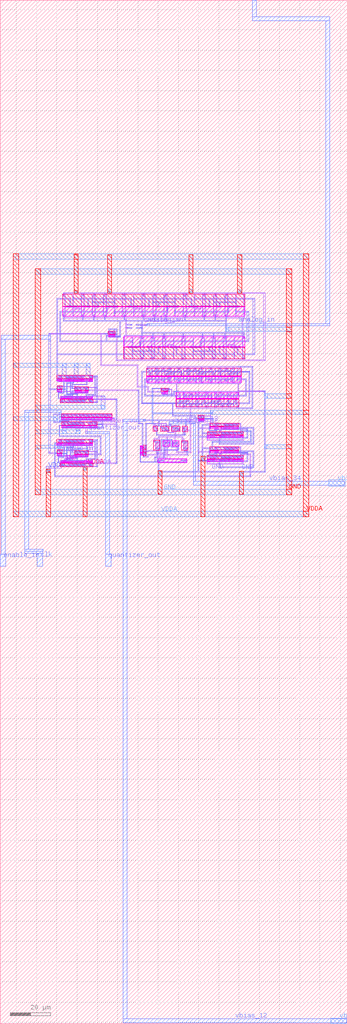
<source format=lef>
VERSION 5.7 ;
  NOWIREEXTENSIONATPIN ON ;
  DIVIDERCHAR "/" ;
  BUSBITCHARS "[]" ;
MACRO vco_adc2
  CLASS BLOCK ;
  FOREIGN vco_adc2 ;
  ORIGIN 37.950 320.620 ;
  SIZE 171.570 BY 505.310 ;
  PIN vbias_12
    DIRECTION INPUT ;
    USE SIGNAL ;
    ANTENNAGATEAREA 1.800000 ;
    PORT
      LAYER li1 ;
        RECT 38.900 -25.650 39.200 -25.150 ;
        RECT 53.450 -25.700 53.950 -25.200 ;
      LAYER met1 ;
        RECT 32.700 -22.500 33.700 -22.300 ;
        RECT 32.700 -23.000 53.950 -22.500 ;
        RECT 32.700 -23.300 33.700 -23.000 ;
        RECT 40.250 -25.150 40.750 -23.000 ;
        RECT 38.700 -25.650 40.750 -25.150 ;
        RECT 53.450 -25.700 53.950 -23.000 ;
      LAYER met2 ;
        RECT 22.650 -23.300 33.700 -22.300 ;
        RECT 22.650 -318.100 24.650 -23.300 ;
        RECT 22.650 -320.100 133.350 -318.100 ;
      LAYER met3 ;
        RECT 125.460 -320.620 133.620 -317.900 ;
    END
  END vbias_12
  PIN vbias_34
    DIRECTION INPUT ;
    USE SIGNAL ;
    ANTENNAGATEAREA 5.400000 ;
    PORT
      LAYER li1 ;
        RECT 42.650 -25.650 43.650 -25.150 ;
        RECT 47.950 -25.650 50.250 -25.150 ;
      LAYER met1 ;
        RECT 45.500 -25.150 46.500 -24.650 ;
        RECT 42.450 -25.650 50.250 -25.150 ;
      LAYER met2 ;
        RECT 45.500 -24.450 58.400 -23.450 ;
        RECT 45.500 -25.650 46.500 -24.450 ;
        RECT 57.400 -52.800 58.400 -24.450 ;
        RECT 57.400 -54.850 132.150 -52.800 ;
      LAYER met3 ;
        RECT 124.440 -55.420 132.600 -52.020 ;
    END
  END vbias_34
  PIN analog_in
    DIRECTION INPUT ;
    USE SIGNAL ;
    PORT
      LAYER li1 ;
        RECT 31.000 24.600 34.500 24.700 ;
        RECT 29.185 24.280 34.500 24.600 ;
        RECT 31.000 24.000 34.500 24.280 ;
      LAYER met1 ;
        RECT 34.500 24.700 35.700 25.000 ;
        RECT 29.125 24.250 31.230 24.630 ;
        RECT 33.500 24.000 35.700 24.700 ;
      LAYER met2 ;
        RECT 86.710 176.600 88.550 184.690 ;
        RECT 86.710 174.600 124.950 176.600 ;
        RECT 86.710 174.570 88.550 174.600 ;
        RECT 122.950 25.000 124.950 174.600 ;
        RECT 34.500 24.000 124.950 25.000 ;
    END
  END analog_in
  PIN enable_in
    DIRECTION INPUT ;
    USE SIGNAL ;
    ANTENNAGATEAREA 1.437000 ;
    PORT
      LAYER li1 ;
        RECT -14.150 20.050 15.300 20.250 ;
        RECT 15.625 20.050 16.085 20.115 ;
        RECT -14.150 19.750 16.085 20.050 ;
        RECT -14.150 19.250 -13.650 19.750 ;
        RECT 11.600 4.650 12.100 19.750 ;
        RECT 15.625 19.385 16.085 19.750 ;
        RECT 11.600 4.150 30.150 4.650 ;
        RECT 29.650 -5.900 30.150 4.150 ;
        RECT 29.650 -6.400 35.200 -5.900 ;
        RECT -8.955 -7.575 -8.625 -7.325 ;
        RECT 34.700 -8.450 35.200 -6.400 ;
        RECT 34.700 -8.950 41.450 -8.450 ;
        RECT 42.525 -8.765 42.985 -8.035 ;
        RECT -14.150 -38.850 -13.650 -38.350 ;
        RECT -14.150 -39.350 -9.450 -38.850 ;
        RECT -8.955 -39.225 -8.625 -38.975 ;
      LAYER met1 ;
        RECT -14.150 -7.150 -13.150 20.250 ;
        RECT 13.550 19.750 15.300 20.250 ;
        RECT -14.150 -7.280 -10.000 -7.150 ;
        RECT -14.150 -7.630 -8.600 -7.280 ;
        RECT -14.150 -7.650 -10.000 -7.630 ;
        RECT -14.150 -39.350 -13.150 -7.650 ;
        RECT 39.950 -8.500 41.450 -8.450 ;
        RECT 42.500 -8.500 43.000 -8.250 ;
        RECT 39.950 -8.800 43.000 -8.500 ;
        RECT 39.950 -8.950 41.450 -8.800 ;
        RECT -10.500 -38.930 -9.450 -38.850 ;
        RECT -10.500 -39.280 -8.600 -38.930 ;
        RECT -10.500 -39.350 -9.450 -39.280 ;
      LAYER met2 ;
        RECT -37.600 17.250 -13.150 19.250 ;
        RECT -37.600 -88.850 -35.600 17.250 ;
        RECT -14.150 16.250 -13.150 17.250 ;
        RECT -37.950 -94.830 -35.190 -88.850 ;
    END
  END enable_in
  PIN clk
    DIRECTION INPUT ;
    USE SIGNAL ;
    ANTENNAGATEAREA 0.285000 ;
    PORT
      LAYER li1 ;
        RECT -7.325 -21.405 -6.635 -20.845 ;
        RECT -3.520 -25.485 -3.170 -24.835 ;
      LAYER met1 ;
        RECT -7.320 -20.950 -6.620 -20.830 ;
        RECT -8.850 -21.300 -6.620 -20.950 ;
        RECT -8.850 -22.950 -7.850 -21.300 ;
        RECT -7.320 -21.400 -6.620 -21.300 ;
        RECT -8.850 -23.300 -4.000 -22.950 ;
        RECT -4.350 -24.800 -4.000 -23.300 ;
        RECT -4.350 -24.840 -3.200 -24.800 ;
        RECT -4.350 -25.150 -3.190 -24.840 ;
        RECT -3.540 -25.490 -3.190 -25.150 ;
      LAYER met2 ;
        RECT -25.850 -18.800 -7.850 -17.800 ;
        RECT -25.850 -86.500 -23.850 -18.800 ;
        RECT -8.850 -23.300 -7.850 -18.800 ;
        RECT -25.850 -87.300 -16.900 -86.500 ;
        RECT -25.850 -88.500 -16.930 -87.300 ;
        RECT -19.690 -94.830 -16.930 -88.500 ;
    END
  END clk
  PIN quantizer_out
    DIRECTION OUTPUT ;
    USE SIGNAL ;
    ANTENNAGATEAREA 0.247500 ;
    ANTENNADIFFAREA 0.429000 ;
    PORT
      LAYER li1 ;
        RECT 3.275 -24.885 3.605 -24.040 ;
        RECT 3.275 -24.965 3.665 -24.885 ;
        RECT 3.450 -25.015 3.665 -24.965 ;
        RECT 3.495 -25.150 3.665 -25.015 ;
        RECT 5.735 -25.150 6.070 -25.135 ;
        RECT 3.495 -25.400 6.070 -25.150 ;
        RECT 3.495 -25.595 3.665 -25.400 ;
        RECT 3.440 -25.635 3.665 -25.595 ;
        RECT 3.285 -25.720 3.665 -25.635 ;
        RECT 3.285 -26.155 3.615 -25.720 ;
        RECT 4.300 -29.350 5.300 -25.400 ;
        RECT 5.735 -25.405 6.070 -25.400 ;
      LAYER met1 ;
        RECT 4.300 -29.350 6.400 -28.350 ;
      LAYER met2 ;
        RECT 5.300 -29.350 16.150 -28.350 ;
        RECT 14.150 -88.850 16.150 -29.350 ;
        RECT 14.030 -94.830 16.790 -88.850 ;
    END
  END quantizer_out
  PIN VDDA
    DIRECTION INPUT ;
    USE POWER ;
    PORT
      LAYER nwell ;
        RECT -7.100 33.650 82.900 39.450 ;
        RECT 15.350 19.700 18.750 21.300 ;
        RECT 15.350 19.695 18.030 19.700 ;
        RECT 22.900 7.600 82.900 13.400 ;
        RECT -10.000 -2.180 7.750 -0.480 ;
        RECT -9.950 -5.740 -9.050 -5.680 ;
        RECT -9.950 -7.345 -7.490 -5.740 ;
        RECT 2.350 -6.210 3.350 -6.180 ;
        RECT -9.950 -7.380 -9.100 -7.345 ;
        RECT -1.240 -7.815 5.560 -6.210 ;
        RECT 2.350 -7.830 3.350 -7.815 ;
        RECT 41.400 -8.450 44.930 -6.850 ;
        RECT 42.250 -8.455 44.930 -8.450 ;
        RECT -6.650 -12.395 -5.800 -12.380 ;
        RECT 4.100 -12.395 5.900 -12.380 ;
        RECT -8.390 -14.000 7.890 -12.395 ;
        RECT -6.650 -14.030 -5.800 -14.000 ;
        RECT 4.100 -14.030 6.050 -14.000 ;
        RECT -7.400 -19.550 17.300 -19.500 ;
        RECT -7.600 -21.200 17.300 -19.550 ;
        RECT 59.850 -21.850 62.700 -20.250 ;
        RECT 59.850 -21.855 62.070 -21.850 ;
        RECT -6.450 -23.550 9.900 -23.500 ;
        RECT -7.600 -25.200 9.900 -23.550 ;
        RECT 65.550 -24.150 67.700 -24.100 ;
        RECT 37.400 -28.250 39.800 -25.650 ;
        RECT 41.150 -28.250 45.350 -25.650 ;
        RECT 65.550 -25.750 79.940 -24.150 ;
        RECT 67.600 -25.755 79.940 -25.750 ;
        RECT 70.200 -25.800 72.300 -25.755 ;
        RECT 64.550 -29.950 82.300 -28.350 ;
        RECT 65.400 -29.955 82.300 -29.950 ;
        RECT 68.500 -30.000 70.850 -29.955 ;
        RECT 80.800 -30.000 82.300 -29.955 ;
        RECT -10.000 -33.830 7.750 -32.130 ;
        RECT 32.545 -37.250 34.150 -35.100 ;
        RECT -9.950 -37.390 -9.050 -37.330 ;
        RECT -9.950 -38.995 -7.490 -37.390 ;
        RECT 2.350 -37.860 3.350 -37.830 ;
        RECT -9.950 -39.030 -9.100 -38.995 ;
        RECT -1.240 -39.465 5.560 -37.860 ;
        RECT 32.500 -38.400 34.150 -37.250 ;
        RECT 65.550 -35.850 67.700 -35.800 ;
        RECT 65.550 -37.450 79.940 -35.850 ;
        RECT 67.600 -37.455 79.940 -37.450 ;
        RECT 70.200 -37.500 72.300 -37.455 ;
        RECT 2.350 -39.480 3.350 -39.465 ;
        RECT 32.545 -40.160 34.150 -38.400 ;
        RECT 64.550 -41.650 82.300 -40.050 ;
        RECT 65.400 -41.655 82.300 -41.650 ;
        RECT 68.500 -41.700 70.850 -41.655 ;
        RECT 80.800 -41.700 82.300 -41.655 ;
        RECT -6.650 -44.045 -5.800 -44.030 ;
        RECT 4.100 -44.045 5.900 -44.030 ;
        RECT -8.390 -45.650 7.890 -44.045 ;
        RECT -6.650 -45.680 -5.800 -45.650 ;
        RECT 4.100 -45.680 6.050 -45.650 ;
      LAYER li1 ;
        RECT -6.900 39.950 93.100 40.350 ;
        RECT -6.900 38.600 -6.500 39.950 ;
        RECT -6.200 34.050 -5.800 39.950 ;
        RECT 1.900 34.050 2.300 39.950 ;
        RECT 2.600 39.050 3.000 39.950 ;
        RECT 3.300 39.050 3.700 39.950 ;
        RECT 2.600 38.600 3.700 39.050 ;
        RECT 8.050 39.050 8.450 39.950 ;
        RECT 8.750 39.050 9.150 39.950 ;
        RECT 8.050 38.600 9.150 39.050 ;
        RECT 13.500 38.600 13.900 39.950 ;
        RECT 3.300 34.050 3.700 38.600 ;
        RECT 8.750 34.050 9.150 38.600 ;
        RECT 14.200 34.050 14.600 39.950 ;
        RECT 22.300 34.050 22.700 39.950 ;
        RECT 23.100 38.600 23.500 39.950 ;
        RECT 23.800 34.050 24.200 39.950 ;
        RECT 31.900 34.050 32.300 39.950 ;
        RECT 32.600 39.050 33.000 39.950 ;
        RECT 33.300 39.050 33.700 39.950 ;
        RECT 32.600 38.600 33.700 39.050 ;
        RECT 38.050 39.050 38.450 39.950 ;
        RECT 38.750 39.050 39.150 39.950 ;
        RECT 38.050 38.600 39.150 39.050 ;
        RECT 43.500 38.600 43.900 39.950 ;
        RECT 33.300 34.050 33.700 38.600 ;
        RECT 38.750 34.050 39.150 38.600 ;
        RECT 44.200 34.050 44.600 39.950 ;
        RECT 52.300 34.050 52.700 39.950 ;
        RECT 53.100 38.600 53.500 39.950 ;
        RECT 53.800 34.050 54.200 39.950 ;
        RECT 61.900 34.050 62.300 39.950 ;
        RECT 62.600 39.050 63.000 39.950 ;
        RECT 63.300 39.050 63.700 39.950 ;
        RECT 62.600 38.600 63.700 39.050 ;
        RECT 68.050 39.050 68.450 39.950 ;
        RECT 68.750 39.050 69.150 39.950 ;
        RECT 68.050 38.600 69.150 39.050 ;
        RECT 73.500 38.600 73.900 39.950 ;
        RECT 63.300 34.050 63.700 38.600 ;
        RECT 68.750 34.050 69.150 38.600 ;
        RECT 74.200 34.050 74.600 39.950 ;
        RECT 82.300 34.050 82.700 39.950 ;
        RECT 15.540 21.025 17.840 21.195 ;
        RECT 16.055 20.625 16.990 21.025 ;
        RECT 17.515 20.050 17.755 20.345 ;
        RECT 18.100 20.250 18.500 20.750 ;
        RECT 17.515 19.550 17.950 20.050 ;
        RECT 17.515 19.365 17.755 19.550 ;
        RECT 19.150 7.100 19.650 20.050 ;
        RECT 23.100 7.100 23.500 13.000 ;
        RECT 31.200 7.100 31.600 13.000 ;
        RECT 36.650 8.450 37.050 13.000 ;
        RECT 42.100 8.450 42.500 13.000 ;
        RECT 31.900 7.100 32.300 8.450 ;
        RECT 36.650 8.000 37.750 8.450 ;
        RECT 36.650 7.100 37.050 8.000 ;
        RECT 37.350 7.100 37.750 8.000 ;
        RECT 42.100 8.000 43.200 8.450 ;
        RECT 42.100 7.100 42.500 8.000 ;
        RECT 42.800 7.100 43.200 8.000 ;
        RECT 43.500 7.100 43.900 13.000 ;
        RECT 51.600 7.100 52.000 13.000 ;
        RECT 52.300 7.100 52.700 8.450 ;
        RECT 53.100 7.100 53.500 13.000 ;
        RECT 61.200 7.100 61.600 13.000 ;
        RECT 66.650 8.450 67.050 13.000 ;
        RECT 72.100 8.450 72.500 13.000 ;
        RECT 61.900 7.100 62.300 8.450 ;
        RECT 66.650 8.000 67.750 8.450 ;
        RECT 66.650 7.100 67.050 8.000 ;
        RECT 67.350 7.100 67.750 8.000 ;
        RECT 72.100 8.000 73.200 8.450 ;
        RECT 72.100 7.100 72.500 8.000 ;
        RECT 72.800 7.100 73.200 8.000 ;
        RECT 73.500 7.100 73.900 13.000 ;
        RECT 81.600 7.100 82.000 13.000 ;
        RECT 82.300 7.100 82.700 8.450 ;
        RECT 92.100 7.100 93.100 39.950 ;
        RECT 19.150 6.700 93.100 7.100 ;
        RECT 19.150 6.600 23.500 6.700 ;
        RECT 7.450 -0.635 10.000 -0.630 ;
        RECT -9.210 -0.805 -7.370 -0.635 ;
        RECT -5.770 -0.805 3.890 -0.635 ;
        RECT 5.700 -0.805 10.000 -0.635 ;
        RECT -8.650 -1.565 -8.320 -0.805 ;
        RECT -7.720 -1.955 -7.460 -0.805 ;
        RECT -6.750 -1.580 -6.350 -1.080 ;
        RECT -5.255 -1.305 -4.925 -0.805 ;
        RECT -4.315 -1.305 -3.985 -0.805 ;
        RECT -2.340 -1.185 -1.960 -0.805 ;
        RECT -1.440 -1.185 -1.110 -0.805 ;
        RECT 0.170 -1.185 0.590 -0.805 ;
        RECT 1.260 -1.495 1.590 -0.805 ;
        RECT 2.710 -1.605 2.995 -0.805 ;
        RECT 6.260 -1.565 6.590 -0.805 ;
        RECT 7.190 -0.980 10.000 -0.805 ;
        RECT 7.190 -1.955 7.450 -0.980 ;
        RECT 9.650 -1.430 10.000 -0.980 ;
        RECT -7.850 -5.845 -0.700 -5.830 ;
        RECT -9.060 -6.015 -0.700 -5.845 ;
        RECT -9.750 -6.630 -9.350 -6.130 ;
        RECT -8.935 -7.155 -8.705 -6.015 ;
        RECT -8.035 -6.180 -0.700 -6.015 ;
        RECT -8.035 -7.155 -7.825 -6.180 ;
        RECT -1.050 -6.315 -0.700 -6.180 ;
        RECT -1.050 -6.485 2.170 -6.315 ;
        RECT 3.530 -6.330 5.370 -6.315 ;
        RECT 9.650 -6.330 10.000 -5.880 ;
        RECT 3.530 -6.485 10.000 -6.330 ;
        RECT 0.005 -7.335 0.175 -6.485 ;
        RECT 0.845 -6.995 1.015 -6.485 ;
        RECT 2.700 -7.380 3.100 -6.880 ;
        RECT 4.090 -7.245 4.420 -6.485 ;
        RECT 5.020 -6.680 10.000 -6.485 ;
        RECT 5.020 -7.635 5.280 -6.680 ;
        RECT 9.650 -7.080 10.000 -6.680 ;
        RECT 42.440 -7.125 44.740 -6.955 ;
        RECT 41.800 -7.970 42.100 -7.470 ;
        RECT 42.955 -7.525 43.890 -7.125 ;
        RECT 44.415 -8.450 44.655 -7.805 ;
        RECT 44.415 -8.750 44.800 -8.450 ;
        RECT 44.415 -8.785 44.655 -8.750 ;
        RECT -8.055 -13.725 -7.845 -12.585 ;
        RECT -7.175 -13.725 -6.945 -12.585 ;
        RECT -6.350 -13.330 -5.950 -12.830 ;
        RECT -4.835 -13.725 -4.550 -12.925 ;
        RECT -3.430 -13.725 -3.100 -13.035 ;
        RECT -2.430 -13.725 -2.010 -13.345 ;
        RECT -0.730 -13.725 -0.400 -13.345 ;
        RECT 0.120 -13.725 0.500 -13.345 ;
        RECT 2.145 -13.725 2.475 -13.225 ;
        RECT 3.085 -13.725 3.415 -13.225 ;
        RECT 5.950 -13.725 6.210 -12.575 ;
        RECT 6.810 -13.725 7.140 -12.965 ;
        RECT 9.650 -13.680 10.000 -13.230 ;
        RECT 7.650 -13.725 10.000 -13.680 ;
        RECT -8.200 -13.895 -6.820 -13.725 ;
        RECT -5.730 -13.895 3.930 -13.725 ;
        RECT 5.860 -13.895 10.000 -13.725 ;
        RECT 7.650 -14.030 10.000 -13.895 ;
        RECT -7.400 -19.655 -7.000 -19.500 ;
        RECT -7.410 -19.825 -3.730 -19.655 ;
        RECT -3.310 -19.825 0.370 -19.655 ;
        RECT 0.790 -19.825 4.470 -19.655 ;
        RECT 5.190 -19.825 8.870 -19.655 ;
        RECT 9.290 -19.825 12.970 -19.655 ;
        RECT 13.390 -19.825 17.070 -19.655 ;
        RECT -6.755 -20.285 -6.485 -19.825 ;
        RECT -4.695 -20.285 -4.370 -19.825 ;
        RECT -2.655 -20.285 -2.385 -19.825 ;
        RECT -0.595 -20.285 -0.270 -19.825 ;
        RECT 1.445 -20.285 1.715 -19.825 ;
        RECT 3.505 -20.285 3.830 -19.825 ;
        RECT 4.700 -20.650 5.100 -20.150 ;
        RECT 5.845 -20.285 6.115 -19.825 ;
        RECT 7.905 -20.285 8.230 -19.825 ;
        RECT 9.945 -20.285 10.215 -19.825 ;
        RECT 12.005 -20.285 12.330 -19.825 ;
        RECT 14.045 -20.285 14.315 -19.825 ;
        RECT 16.105 -20.285 16.430 -19.825 ;
        RECT 60.040 -20.400 61.880 -20.355 ;
        RECT 65.800 -20.400 66.250 -19.000 ;
        RECT 60.040 -20.525 66.250 -20.400 ;
        RECT 60.600 -21.285 60.930 -20.525 ;
        RECT 61.530 -20.750 66.250 -20.525 ;
        RECT 61.530 -21.675 61.790 -20.750 ;
        RECT 62.150 -21.600 62.450 -20.750 ;
        RECT -5.950 -23.655 -3.200 -23.500 ;
        RECT -7.410 -23.700 3.750 -23.655 ;
        RECT -7.410 -23.825 -5.570 -23.700 ;
        RECT -6.850 -24.585 -6.520 -23.825 ;
        RECT -5.920 -24.975 -5.660 -23.825 ;
        RECT -5.150 -24.650 -4.750 -23.700 ;
        RECT -3.610 -23.825 3.750 -23.700 ;
        RECT 5.640 -23.825 7.020 -23.655 ;
        RECT 8.290 -23.825 9.670 -23.655 ;
        RECT -3.095 -24.325 -2.765 -23.825 ;
        RECT -2.170 -24.285 -1.905 -23.825 ;
        RECT 0.000 -24.625 0.170 -23.825 ;
        RECT 1.880 -24.325 2.195 -23.825 ;
        RECT 2.935 -24.835 3.105 -23.825 ;
        RECT 5.725 -24.965 6.005 -23.825 ;
        RECT 6.675 -24.965 6.935 -23.825 ;
        RECT 8.415 -24.965 8.645 -23.825 ;
        RECT 9.315 -24.965 9.525 -23.825 ;
        RECT 37.600 -24.550 44.250 -24.150 ;
        RECT 37.600 -26.550 38.000 -24.550 ;
        RECT 38.300 -27.850 38.700 -24.550 ;
        RECT 41.350 -26.500 41.750 -24.550 ;
        RECT 42.050 -27.850 42.450 -26.050 ;
        RECT 43.850 -27.850 44.250 -24.550 ;
        RECT 65.850 -25.150 66.250 -20.750 ;
        RECT 79.700 -24.255 81.050 -24.100 ;
        RECT 67.790 -24.425 70.090 -24.255 ;
        RECT 72.390 -24.425 81.050 -24.255 ;
        RECT 67.920 -25.565 68.185 -24.425 ;
        RECT 68.855 -25.225 69.025 -24.425 ;
        RECT 69.695 -24.885 69.905 -24.425 ;
        RECT 72.905 -24.925 73.235 -24.425 ;
        RECT 73.830 -24.885 74.095 -24.425 ;
        RECT 76.000 -25.225 76.170 -24.425 ;
        RECT 77.880 -24.925 78.195 -24.425 ;
        RECT 78.935 -25.435 79.105 -24.425 ;
        RECT 79.700 -24.450 81.050 -24.425 ;
        RECT 80.650 -28.200 81.050 -24.450 ;
        RECT 61.800 -28.900 62.300 -28.300 ;
        RECT 68.350 -28.455 70.000 -28.300 ;
        RECT 65.590 -28.625 70.000 -28.455 ;
        RECT 70.990 -28.625 80.650 -28.455 ;
        RECT 61.800 -29.400 62.900 -28.900 ;
        RECT 64.850 -29.400 65.250 -28.900 ;
        RECT 7.450 -32.285 10.000 -32.280 ;
        RECT -9.210 -32.455 -7.370 -32.285 ;
        RECT -5.770 -32.455 3.890 -32.285 ;
        RECT 5.700 -32.455 10.000 -32.285 ;
        RECT -8.650 -33.215 -8.320 -32.455 ;
        RECT -7.720 -33.605 -7.460 -32.455 ;
        RECT -6.750 -33.230 -6.350 -32.730 ;
        RECT -5.255 -32.955 -4.925 -32.455 ;
        RECT -4.315 -32.955 -3.985 -32.455 ;
        RECT -2.340 -32.835 -1.960 -32.455 ;
        RECT -1.440 -32.835 -1.110 -32.455 ;
        RECT 0.170 -32.835 0.590 -32.455 ;
        RECT 1.260 -33.145 1.590 -32.455 ;
        RECT 2.710 -33.255 2.995 -32.455 ;
        RECT 6.260 -33.215 6.590 -32.455 ;
        RECT 7.190 -32.630 10.000 -32.455 ;
        RECT 7.190 -33.605 7.450 -32.630 ;
        RECT 9.650 -33.080 10.000 -32.630 ;
        RECT 33.875 -35.850 34.045 -35.290 ;
        RECT 33.115 -36.180 34.045 -35.850 ;
        RECT 33.875 -36.780 34.045 -36.180 ;
        RECT 32.725 -37.040 34.045 -36.780 ;
        RECT 33.875 -37.130 34.045 -37.040 ;
        RECT 61.800 -36.350 62.300 -29.400 ;
        RECT 66.185 -29.425 66.425 -28.625 ;
        RECT 66.945 -29.425 67.275 -28.625 ;
        RECT 67.785 -29.775 68.115 -28.625 ;
        RECT 68.350 -28.750 70.000 -28.625 ;
        RECT 71.505 -29.125 71.835 -28.625 ;
        RECT 72.430 -29.085 72.695 -28.625 ;
        RECT 74.600 -29.425 74.770 -28.625 ;
        RECT 76.480 -29.125 76.795 -28.625 ;
        RECT 77.540 -29.635 77.710 -28.625 ;
        RECT 78.380 -29.540 78.555 -28.625 ;
        RECT 79.415 -29.765 79.630 -28.625 ;
        RECT 80.305 -29.765 80.555 -28.625 ;
        RECT 81.000 -29.750 81.500 -29.350 ;
        RECT 79.700 -35.955 81.050 -35.800 ;
        RECT 67.790 -36.125 70.090 -35.955 ;
        RECT 72.390 -36.125 81.050 -35.955 ;
        RECT 61.800 -36.850 62.900 -36.350 ;
        RECT 65.850 -36.850 66.250 -36.350 ;
        RECT -7.850 -37.495 -0.700 -37.480 ;
        RECT -9.060 -37.665 -0.700 -37.495 ;
        RECT -9.750 -38.280 -9.350 -37.780 ;
        RECT -8.935 -38.805 -8.705 -37.665 ;
        RECT -8.035 -37.830 -0.700 -37.665 ;
        RECT -8.035 -38.805 -7.825 -37.830 ;
        RECT -1.050 -37.965 -0.700 -37.830 ;
        RECT -1.050 -38.135 2.170 -37.965 ;
        RECT 3.530 -37.980 5.370 -37.965 ;
        RECT 9.650 -37.980 10.000 -37.530 ;
        RECT 32.900 -37.750 33.400 -37.350 ;
        RECT 61.800 -37.450 62.300 -36.850 ;
        RECT 67.920 -37.265 68.185 -36.125 ;
        RECT 68.855 -36.925 69.025 -36.125 ;
        RECT 69.695 -36.585 69.905 -36.125 ;
        RECT 72.905 -36.625 73.235 -36.125 ;
        RECT 73.830 -36.585 74.095 -36.125 ;
        RECT 76.000 -36.925 76.170 -36.125 ;
        RECT 77.880 -36.625 78.195 -36.125 ;
        RECT 78.935 -37.135 79.105 -36.125 ;
        RECT 79.700 -36.150 81.050 -36.125 ;
        RECT 3.530 -38.135 10.000 -37.980 ;
        RECT 0.005 -38.985 0.175 -38.135 ;
        RECT 0.845 -38.645 1.015 -38.135 ;
        RECT 2.700 -39.030 3.100 -38.530 ;
        RECT 4.090 -38.895 4.420 -38.135 ;
        RECT 5.020 -38.330 10.000 -38.135 ;
        RECT 5.020 -39.285 5.280 -38.330 ;
        RECT 9.650 -38.730 10.000 -38.330 ;
        RECT 33.875 -38.715 34.045 -38.590 ;
        RECT 32.735 -38.945 34.045 -38.715 ;
        RECT 33.875 -39.615 34.045 -38.945 ;
        RECT 32.735 -39.825 34.045 -39.615 ;
        RECT 33.875 -39.970 34.045 -39.825 ;
        RECT 80.650 -39.900 81.050 -36.150 ;
        RECT 68.350 -40.155 70.000 -40.000 ;
        RECT 65.590 -40.325 70.000 -40.155 ;
        RECT 70.990 -40.325 80.650 -40.155 ;
        RECT 64.850 -41.100 65.250 -40.600 ;
        RECT 66.185 -41.125 66.425 -40.325 ;
        RECT 66.945 -41.125 67.275 -40.325 ;
        RECT 67.785 -41.475 68.115 -40.325 ;
        RECT 68.350 -40.450 70.000 -40.325 ;
        RECT 71.505 -40.825 71.835 -40.325 ;
        RECT 72.430 -40.785 72.695 -40.325 ;
        RECT 74.600 -41.125 74.770 -40.325 ;
        RECT 76.480 -40.825 76.795 -40.325 ;
        RECT 77.540 -41.335 77.710 -40.325 ;
        RECT 78.380 -41.240 78.555 -40.325 ;
        RECT 79.415 -41.465 79.630 -40.325 ;
        RECT 80.305 -41.465 80.555 -40.325 ;
        RECT 81.000 -41.450 81.500 -41.050 ;
        RECT -8.055 -45.375 -7.845 -44.235 ;
        RECT -7.175 -45.375 -6.945 -44.235 ;
        RECT -6.350 -44.980 -5.950 -44.480 ;
        RECT -4.835 -45.375 -4.550 -44.575 ;
        RECT -3.430 -45.375 -3.100 -44.685 ;
        RECT -2.430 -45.375 -2.010 -44.995 ;
        RECT -0.730 -45.375 -0.400 -44.995 ;
        RECT 0.120 -45.375 0.500 -44.995 ;
        RECT 2.145 -45.375 2.475 -44.875 ;
        RECT 3.085 -45.375 3.415 -44.875 ;
        RECT 5.950 -45.375 6.210 -44.225 ;
        RECT 6.810 -45.375 7.140 -44.615 ;
        RECT 9.650 -45.330 10.000 -44.880 ;
        RECT 7.650 -45.375 10.000 -45.330 ;
        RECT -8.200 -45.400 -6.820 -45.375 ;
        RECT -15.300 -45.545 -6.820 -45.400 ;
        RECT -5.730 -45.545 3.930 -45.375 ;
        RECT 5.860 -45.545 10.000 -45.375 ;
        RECT -15.300 -46.400 -7.700 -45.545 ;
        RECT 7.650 -45.680 10.000 -45.545 ;
      LAYER met1 ;
        RECT -1.450 39.950 0.550 40.350 ;
        RECT 15.100 39.950 17.100 40.350 ;
        RECT 55.200 39.950 57.200 40.350 ;
        RECT 79.350 39.950 81.350 40.350 ;
        RECT -6.900 38.600 -6.500 39.100 ;
        RECT 2.600 38.600 3.000 39.100 ;
        RECT 8.050 38.600 8.450 39.100 ;
        RECT 13.500 38.600 13.900 39.100 ;
        RECT 23.100 38.600 23.500 39.100 ;
        RECT 32.600 38.600 33.000 39.100 ;
        RECT 38.050 38.600 38.450 39.100 ;
        RECT 43.500 38.600 43.900 39.100 ;
        RECT 53.100 38.600 53.500 39.100 ;
        RECT 62.600 38.600 63.000 39.100 ;
        RECT 68.050 38.600 68.450 39.100 ;
        RECT 73.500 38.600 73.900 39.100 ;
        RECT 15.450 22.050 19.650 22.550 ;
        RECT 15.550 21.350 16.050 22.050 ;
        RECT 15.540 20.870 17.840 21.350 ;
        RECT 18.100 20.250 18.500 22.050 ;
        RECT 17.350 19.850 17.950 20.150 ;
        RECT 19.150 19.850 19.650 22.050 ;
        RECT 17.350 19.550 19.650 19.850 ;
        RECT 31.900 7.950 32.300 8.450 ;
        RECT 37.350 7.950 37.750 8.450 ;
        RECT 42.800 7.950 43.200 8.450 ;
        RECT 52.300 7.950 52.700 8.450 ;
        RECT 61.900 7.950 62.300 8.450 ;
        RECT 67.350 7.950 67.750 8.450 ;
        RECT 72.800 7.950 73.200 8.450 ;
        RECT 82.300 7.950 82.700 8.450 ;
        RECT -7.400 -0.480 -5.400 5.550 ;
        RECT -1.600 -0.480 0.400 5.550 ;
        RECT 4.450 -0.480 6.450 5.550 ;
        RECT -9.210 -0.960 7.540 -0.480 ;
        RECT -7.400 -0.980 -5.700 -0.960 ;
        RECT 3.850 -0.980 5.700 -0.960 ;
        RECT 9.200 -0.980 10.000 -0.630 ;
        RECT -6.750 -1.580 -6.350 -0.980 ;
        RECT -9.750 -5.690 -9.000 -5.680 ;
        RECT -9.750 -6.170 -7.680 -5.690 ;
        RECT 2.150 -6.160 3.550 -6.130 ;
        RECT -9.750 -6.180 -9.000 -6.170 ;
        RECT -9.750 -6.630 -9.350 -6.180 ;
        RECT -1.050 -6.630 5.370 -6.160 ;
        RECT -1.050 -6.640 2.170 -6.630 ;
        RECT 2.700 -7.380 3.100 -6.630 ;
        RECT 3.530 -6.640 5.370 -6.630 ;
        RECT -8.200 -13.580 -6.820 -13.570 ;
        RECT -6.350 -13.580 -5.950 -12.830 ;
        RECT -5.730 -13.580 3.930 -13.570 ;
        RECT 5.860 -13.580 7.700 -13.570 ;
        RECT -8.200 -14.030 7.700 -13.580 ;
        RECT 9.650 -13.680 10.000 -0.980 ;
        RECT 37.100 -7.250 45.600 -6.800 ;
        RECT 41.800 -7.970 42.100 -7.250 ;
        RECT 42.440 -7.280 44.740 -7.250 ;
        RECT 45.250 -8.450 45.600 -7.250 ;
        RECT 44.400 -8.800 45.600 -8.450 ;
        RECT 9.250 -14.030 10.000 -13.680 ;
        RECT -8.200 -14.050 -6.820 -14.030 ;
        RECT -5.730 -14.050 3.930 -14.030 ;
        RECT 5.860 -14.050 7.700 -14.030 ;
        RECT 65.800 -19.000 66.250 -17.700 ;
        RECT 65.200 -19.450 66.250 -19.000 ;
        RECT -11.600 -19.980 17.070 -19.500 ;
        RECT -11.600 -20.000 -7.300 -19.980 ;
        RECT -3.750 -20.000 -3.250 -19.980 ;
        RECT 0.350 -20.000 0.850 -19.980 ;
        RECT 4.450 -20.000 5.200 -19.980 ;
        RECT 8.850 -20.000 9.300 -19.980 ;
        RECT 12.950 -20.000 13.400 -19.980 ;
        RECT -11.600 -23.500 -9.600 -20.000 ;
        RECT 4.700 -20.650 5.100 -20.000 ;
        RECT 60.040 -20.680 61.880 -20.200 ;
        RECT 62.150 -21.600 62.450 -21.100 ;
        RECT -11.600 -23.980 -5.570 -23.500 ;
        RECT -3.610 -23.980 9.670 -23.500 ;
        RECT -11.600 -24.000 -7.300 -23.980 ;
        RECT 3.750 -24.000 5.650 -23.980 ;
        RECT 7.000 -24.000 8.300 -23.980 ;
        RECT -5.150 -24.650 -4.750 -24.150 ;
        RECT 33.700 -24.550 38.700 -24.150 ;
        RECT -9.210 -32.610 7.540 -32.130 ;
        RECT -7.400 -32.630 -5.700 -32.610 ;
        RECT 3.850 -32.630 5.700 -32.610 ;
        RECT 9.200 -32.630 10.000 -32.280 ;
        RECT -6.750 -33.230 -6.350 -32.630 ;
        RECT -9.750 -37.340 -9.000 -37.330 ;
        RECT -9.750 -37.820 -7.680 -37.340 ;
        RECT 2.150 -37.810 3.550 -37.780 ;
        RECT -9.750 -37.830 -9.000 -37.820 ;
        RECT -9.750 -38.280 -9.350 -37.830 ;
        RECT -1.050 -38.280 5.370 -37.810 ;
        RECT -1.050 -38.290 2.170 -38.280 ;
        RECT 2.700 -39.030 3.100 -38.280 ;
        RECT 3.530 -38.290 5.370 -38.280 ;
        RECT -8.200 -45.230 -6.820 -45.220 ;
        RECT -6.350 -45.230 -5.950 -44.480 ;
        RECT -5.730 -45.230 3.930 -45.220 ;
        RECT 5.860 -45.230 7.700 -45.220 ;
        RECT -15.300 -46.400 -12.900 -45.400 ;
        RECT -8.200 -45.680 7.700 -45.230 ;
        RECT 9.650 -45.330 10.000 -32.630 ;
        RECT 33.700 -35.300 34.200 -24.550 ;
        RECT 67.790 -24.580 79.750 -24.100 ;
        RECT 70.050 -24.600 72.500 -24.580 ;
        RECT 61.800 -25.150 66.250 -24.650 ;
        RECT 37.600 -26.550 38.000 -26.050 ;
        RECT 41.350 -26.500 41.750 -26.000 ;
        RECT 42.050 -26.200 42.450 -26.050 ;
        RECT 43.850 -26.200 44.250 -26.050 ;
        RECT 42.050 -26.700 44.250 -26.200 ;
        RECT 42.050 -26.850 42.450 -26.700 ;
        RECT 43.850 -26.850 44.250 -26.700 ;
        RECT 61.800 -28.900 62.300 -25.150 ;
        RECT 80.650 -28.300 81.050 -27.800 ;
        RECT 64.850 -28.750 68.350 -28.300 ;
        RECT 69.500 -28.750 81.050 -28.300 ;
        RECT 64.850 -28.900 65.250 -28.750 ;
        RECT 65.590 -28.780 68.350 -28.750 ;
        RECT 70.990 -28.780 81.050 -28.750 ;
        RECT 80.650 -28.800 81.050 -28.780 ;
        RECT 61.800 -29.400 65.250 -28.900 ;
        RECT 81.000 -29.750 81.500 -29.350 ;
        RECT 33.720 -37.100 34.200 -35.300 ;
        RECT 67.790 -36.280 79.750 -35.800 ;
        RECT 70.050 -36.300 72.500 -36.280 ;
        RECT 33.700 -37.350 34.200 -37.100 ;
        RECT 32.900 -37.750 34.200 -37.350 ;
        RECT 33.700 -38.600 34.200 -37.750 ;
        RECT 33.720 -39.970 34.200 -38.600 ;
        RECT 61.800 -36.850 66.250 -36.350 ;
        RECT 61.800 -40.600 62.300 -36.850 ;
        RECT 80.650 -40.000 81.050 -39.500 ;
        RECT 64.850 -40.450 68.350 -40.000 ;
        RECT 69.500 -40.450 81.050 -40.000 ;
        RECT 64.850 -40.600 65.250 -40.450 ;
        RECT 65.590 -40.480 68.350 -40.450 ;
        RECT 70.990 -40.480 81.050 -40.450 ;
        RECT 80.650 -40.500 81.050 -40.480 ;
        RECT 61.250 -41.100 65.250 -40.600 ;
        RECT 81.000 -41.450 81.500 -41.050 ;
        RECT 9.250 -45.680 10.000 -45.330 ;
        RECT -8.200 -45.700 -6.200 -45.680 ;
        RECT -5.730 -45.700 4.900 -45.680 ;
        RECT 5.860 -45.700 7.700 -45.680 ;
        RECT 2.900 -46.250 4.900 -45.700 ;
        RECT -15.300 -47.950 -13.300 -46.400 ;
      LAYER met2 ;
        RECT -1.450 39.950 0.550 41.050 ;
        RECT 15.100 39.950 17.100 41.050 ;
        RECT 55.200 39.950 57.200 41.100 ;
        RECT 79.350 39.950 81.350 41.050 ;
        RECT -7.400 3.550 -5.400 5.550 ;
        RECT -1.600 3.550 0.400 5.550 ;
        RECT 4.450 3.550 6.450 5.550 ;
        RECT 37.100 -19.000 37.600 -6.800 ;
        RECT 65.800 -19.000 67.100 -17.700 ;
        RECT 37.100 -19.450 67.100 -19.000 ;
        RECT -11.600 -22.950 -9.600 -20.950 ;
        RECT 37.100 -24.550 37.600 -19.450 ;
        RECT 65.800 -19.700 67.100 -19.450 ;
        RECT 61.250 -41.600 63.250 -40.600 ;
        RECT 2.900 -46.800 4.900 -45.700 ;
        RECT -15.300 -47.950 -13.300 -46.850 ;
      LAYER met3 ;
        RECT -31.620 56.780 114.600 59.500 ;
        RECT -1.450 40.350 0.550 41.050 ;
        RECT 15.100 40.350 17.100 41.850 ;
        RECT 55.200 40.350 57.200 41.850 ;
        RECT 79.350 40.350 81.350 41.750 ;
        RECT -31.450 3.550 6.450 5.550 ;
        RECT 65.800 -19.700 114.600 -17.700 ;
        RECT -31.450 -22.950 -9.600 -20.950 ;
        RECT 61.250 -42.200 63.250 -41.100 ;
        RECT -15.300 -48.600 -13.300 -47.300 ;
        RECT 2.900 -47.400 4.900 -46.200 ;
        RECT -31.620 -70.380 114.600 -67.660 ;
      LAYER met4 ;
        RECT -31.620 -70.380 -28.900 59.500 ;
        RECT -1.500 58.950 0.500 59.500 ;
        RECT -1.500 56.700 0.550 58.950 ;
        RECT -1.500 41.300 0.500 56.700 ;
        RECT -1.500 41.200 0.550 41.300 ;
        RECT -1.450 39.950 0.550 41.200 ;
        RECT 15.100 39.950 17.100 58.950 ;
        RECT 55.200 39.950 57.200 58.950 ;
        RECT 79.350 39.950 81.350 58.950 ;
        RECT 111.880 56.700 114.600 59.500 ;
        RECT 111.900 -17.700 114.600 56.700 ;
        RECT 111.880 -19.700 114.600 -17.700 ;
        RECT -15.300 -48.500 -13.300 -46.850 ;
        RECT -15.300 -70.400 -13.200 -48.500 ;
        RECT 2.900 -70.350 4.900 -45.700 ;
        RECT 61.250 -70.350 63.250 -40.600 ;
        RECT 111.900 -67.600 114.600 -19.700 ;
        RECT 111.880 -70.380 114.600 -67.600 ;
    END
  END VDDA
  PIN GND
    DIRECTION INPUT ;
    USE GROUND ;
    PORT
      LAYER pwell ;
        RECT -7.100 28.600 82.900 33.400 ;
        RECT 16.030 19.400 17.835 19.405 ;
        RECT 16.030 19.175 18.750 19.400 ;
        RECT 15.545 18.500 18.750 19.175 ;
        RECT 15.545 18.495 17.835 18.500 ;
        RECT 15.690 18.305 15.860 18.495 ;
        RECT 22.900 13.650 82.900 18.450 ;
        RECT 34.400 -1.150 36.700 -1.050 ;
        RECT 36.900 -1.150 47.600 -1.050 ;
        RECT 47.800 -1.150 52.300 -1.050 ;
        RECT 52.500 -1.150 63.200 -1.050 ;
        RECT 63.400 -1.150 67.900 -1.050 ;
        RECT 68.100 -1.150 78.800 -1.050 ;
        RECT 79.000 -1.150 81.200 -1.050 ;
        RECT -8.720 -2.630 -7.375 -2.425 ;
        RECT -10.000 -2.655 -9.150 -2.630 ;
        RECT -8.720 -2.655 -5.750 -2.630 ;
        RECT -4.405 -2.655 -3.485 -2.435 ;
        RECT 2.595 -2.535 3.515 -2.425 ;
        RECT 1.180 -2.630 3.515 -2.535 ;
        RECT 1.180 -2.655 5.750 -2.630 ;
        RECT 6.190 -2.655 7.535 -2.425 ;
        RECT -10.000 -3.330 7.535 -2.655 ;
        RECT -9.205 -3.335 -7.375 -3.330 ;
        RECT -5.765 -3.335 3.515 -3.330 ;
        RECT 5.705 -3.335 7.535 -3.330 ;
        RECT -9.065 -3.525 -8.895 -3.335 ;
        RECT -5.625 -3.525 -5.455 -3.335 ;
        RECT 5.845 -3.525 6.015 -3.335 ;
        RECT 34.400 -3.850 81.200 -1.150 ;
        RECT -9.950 -7.635 -9.000 -7.630 ;
        RECT -9.950 -8.530 -7.695 -7.635 ;
        RECT -9.045 -8.545 -7.695 -8.530 ;
        RECT -1.005 -8.330 2.165 -8.105 ;
        RECT -1.005 -8.335 3.550 -8.330 ;
        RECT 4.020 -8.335 5.365 -8.105 ;
        RECT -8.915 -8.735 -8.745 -8.545 ;
        RECT -1.005 -9.015 5.365 -8.335 ;
        RECT 42.930 -8.975 44.735 -8.745 ;
        RECT 42.445 -8.980 44.735 -8.975 ;
        RECT -0.905 -9.205 -0.735 -9.015 ;
        RECT 2.150 -9.030 3.550 -9.015 ;
        RECT 3.675 -9.205 3.845 -9.015 ;
        RECT 41.780 -9.655 44.735 -8.980 ;
        RECT 41.780 -9.660 42.450 -9.655 ;
        RECT 42.590 -9.845 42.760 -9.655 ;
        RECT -7.135 -11.195 -6.965 -11.005 ;
        RECT -6.850 -11.195 -5.350 -11.180 ;
        RECT 3.615 -11.195 3.785 -11.005 ;
        RECT 3.900 -11.195 5.900 -11.180 ;
        RECT 7.385 -11.195 7.555 -11.005 ;
        RECT -8.185 -11.875 7.695 -11.195 ;
        RECT -8.185 -11.995 -3.020 -11.875 ;
        RECT -8.185 -12.105 -4.435 -11.995 ;
        RECT 1.645 -12.095 2.565 -11.875 ;
        RECT 3.900 -11.880 7.210 -11.875 ;
        RECT 5.865 -12.105 7.210 -11.880 ;
        RECT 48.850 -11.950 80.050 -9.250 ;
        RECT 48.850 -12.050 51.050 -11.950 ;
        RECT 51.250 -12.050 61.950 -11.950 ;
        RECT 62.150 -12.050 66.650 -11.950 ;
        RECT 66.850 -12.050 77.550 -11.950 ;
        RECT 77.750 -12.050 80.050 -11.950 ;
        RECT -6.850 -12.130 -5.350 -12.105 ;
        RECT -7.600 -22.400 17.300 -21.400 ;
        RECT 60.530 -22.150 61.875 -22.145 ;
        RECT 60.530 -22.375 62.700 -22.150 ;
        RECT -7.265 -22.545 -7.095 -22.400 ;
        RECT -3.165 -22.545 -2.995 -22.400 ;
        RECT 0.935 -22.545 1.105 -22.400 ;
        RECT 5.335 -22.545 5.505 -22.400 ;
        RECT 9.435 -22.545 9.605 -22.400 ;
        RECT 13.535 -22.545 13.705 -22.400 ;
        RECT 60.045 -23.050 62.700 -22.375 ;
        RECT 60.045 -23.055 61.875 -23.050 ;
        RECT 60.185 -23.245 60.355 -23.055 ;
        RECT -7.600 -26.400 9.900 -25.400 ;
        RECT 65.550 -26.045 67.900 -26.000 ;
        RECT 65.550 -26.250 70.035 -26.045 ;
        RECT 65.550 -26.275 72.450 -26.250 ;
        RECT 75.910 -26.275 76.820 -26.055 ;
        RECT 78.355 -26.275 79.705 -26.045 ;
        RECT -7.265 -26.545 -7.095 -26.400 ;
        RECT -3.465 -26.545 -3.295 -26.400 ;
        RECT 5.780 -26.545 5.950 -26.400 ;
        RECT 8.435 -26.545 8.605 -26.400 ;
        RECT 65.550 -26.955 79.705 -26.275 ;
        RECT 65.550 -27.000 67.900 -26.955 ;
        RECT 67.935 -27.145 68.105 -26.955 ;
        RECT 70.000 -27.000 72.450 -26.955 ;
        RECT 72.535 -27.145 72.705 -26.955 ;
        RECT 65.595 -30.250 68.205 -30.245 ;
        RECT 64.550 -30.450 68.205 -30.250 ;
        RECT 64.550 -30.475 71.050 -30.450 ;
        RECT 74.510 -30.475 75.420 -30.255 ;
        RECT 76.960 -30.475 80.645 -30.245 ;
        RECT 64.550 -31.155 80.645 -30.475 ;
        RECT 64.550 -31.500 65.650 -31.155 ;
        RECT 65.740 -31.345 65.910 -31.155 ;
        RECT 68.200 -31.200 71.050 -31.155 ;
        RECT 71.135 -31.345 71.305 -31.155 ;
        RECT -8.720 -34.280 -7.375 -34.075 ;
        RECT -10.000 -34.305 -9.150 -34.280 ;
        RECT -8.720 -34.305 -5.750 -34.280 ;
        RECT -4.405 -34.305 -3.485 -34.085 ;
        RECT 2.595 -34.185 3.515 -34.075 ;
        RECT 1.180 -34.280 3.515 -34.185 ;
        RECT 1.180 -34.305 5.750 -34.280 ;
        RECT 6.190 -34.305 7.535 -34.075 ;
        RECT -10.000 -34.980 7.535 -34.305 ;
        RECT -9.205 -34.985 -7.375 -34.980 ;
        RECT -5.765 -34.985 3.515 -34.980 ;
        RECT 5.705 -34.985 7.535 -34.980 ;
        RECT -9.065 -35.175 -8.895 -34.985 ;
        RECT -5.625 -35.175 -5.455 -34.985 ;
        RECT 5.845 -35.175 6.015 -34.985 ;
        RECT 31.345 -35.435 32.025 -35.295 ;
        RECT 31.155 -35.605 32.025 -35.435 ;
        RECT 31.345 -35.780 32.025 -35.605 ;
        RECT 42.550 -35.650 45.850 -32.850 ;
        RECT 47.100 -35.650 50.400 -32.850 ;
        RECT 31.345 -37.125 32.255 -35.780 ;
        RECT 31.350 -38.605 32.250 -37.125 ;
        RECT 65.550 -37.745 67.900 -37.700 ;
        RECT 65.550 -37.950 70.035 -37.745 ;
        RECT 65.550 -37.975 72.450 -37.950 ;
        RECT 75.910 -37.975 76.820 -37.755 ;
        RECT 78.355 -37.975 79.705 -37.745 ;
        RECT 31.345 -38.735 32.255 -38.605 ;
        RECT 65.550 -38.655 79.705 -37.975 ;
        RECT 65.550 -38.700 67.900 -38.655 ;
        RECT 31.155 -38.905 32.255 -38.735 ;
        RECT 67.935 -38.845 68.105 -38.655 ;
        RECT 70.000 -38.700 72.450 -38.655 ;
        RECT 72.535 -38.845 72.705 -38.655 ;
        RECT -9.950 -39.285 -9.000 -39.280 ;
        RECT -9.950 -40.180 -7.695 -39.285 ;
        RECT -9.045 -40.195 -7.695 -40.180 ;
        RECT -1.005 -39.980 2.165 -39.755 ;
        RECT -1.005 -39.985 3.550 -39.980 ;
        RECT 4.020 -39.985 5.365 -39.755 ;
        RECT 31.345 -39.955 32.255 -38.905 ;
        RECT -8.915 -40.385 -8.745 -40.195 ;
        RECT -1.005 -40.665 5.365 -39.985 ;
        RECT -0.905 -40.855 -0.735 -40.665 ;
        RECT 2.150 -40.680 3.550 -40.665 ;
        RECT 3.675 -40.855 3.845 -40.665 ;
        RECT -7.135 -42.845 -6.965 -42.655 ;
        RECT -6.850 -42.845 -5.350 -42.830 ;
        RECT 3.615 -42.845 3.785 -42.655 ;
        RECT 3.900 -42.845 5.900 -42.830 ;
        RECT 7.385 -42.845 7.555 -42.655 ;
        RECT -8.185 -43.525 7.695 -42.845 ;
        RECT -8.185 -43.645 -3.020 -43.525 ;
        RECT -8.185 -43.755 -4.435 -43.645 ;
        RECT 1.645 -43.745 2.565 -43.525 ;
        RECT 3.900 -43.530 7.210 -43.525 ;
        RECT 5.865 -43.755 7.210 -43.530 ;
        RECT 40.000 -43.650 54.380 -41.640 ;
        RECT 65.595 -41.950 68.205 -41.945 ;
        RECT 64.550 -42.150 68.205 -41.950 ;
        RECT 64.550 -42.175 71.050 -42.150 ;
        RECT 74.510 -42.175 75.420 -41.955 ;
        RECT 76.960 -42.175 80.645 -41.945 ;
        RECT 64.550 -42.855 80.645 -42.175 ;
        RECT 64.550 -43.200 65.650 -42.855 ;
        RECT 65.740 -43.045 65.910 -42.855 ;
        RECT 68.200 -42.900 71.050 -42.855 ;
        RECT 71.135 -43.045 71.305 -42.855 ;
        RECT -6.850 -43.780 -5.350 -43.755 ;
      LAYER li1 ;
        RECT -6.900 28.950 -6.500 29.450 ;
        RECT 2.600 28.950 3.000 29.450 ;
        RECT 8.050 28.950 8.450 29.450 ;
        RECT 13.500 28.950 13.900 29.450 ;
        RECT 23.100 28.950 23.500 29.450 ;
        RECT 32.600 28.950 33.000 29.450 ;
        RECT 38.050 28.950 38.450 29.450 ;
        RECT 43.500 28.950 43.900 29.450 ;
        RECT 53.100 28.950 53.500 29.450 ;
        RECT 62.600 28.950 63.000 29.450 ;
        RECT 68.050 28.950 68.450 29.450 ;
        RECT 73.500 28.950 73.900 29.450 ;
        RECT 31.000 23.050 31.170 23.130 ;
        RECT 29.185 22.730 31.170 23.050 ;
        RECT 31.000 22.650 31.170 22.730 ;
        RECT 16.055 18.475 16.990 18.875 ;
        RECT 18.100 18.750 18.500 19.250 ;
        RECT 15.540 18.305 17.840 18.475 ;
        RECT 31.900 17.600 32.300 18.100 ;
        RECT 37.350 17.600 37.750 18.100 ;
        RECT 42.800 17.600 43.200 18.100 ;
        RECT 52.300 17.600 52.700 18.100 ;
        RECT 61.900 17.600 62.300 18.100 ;
        RECT 67.350 17.600 67.750 18.100 ;
        RECT 72.800 17.600 73.200 18.100 ;
        RECT 82.300 17.600 82.700 18.100 ;
        RECT -9.800 -3.180 -9.400 -2.680 ;
        RECT -8.650 -3.355 -8.320 -2.975 ;
        RECT -7.720 -3.180 -7.460 -2.515 ;
        RECT -7.720 -3.355 -5.750 -3.180 ;
        RECT -5.255 -3.355 -4.925 -2.975 ;
        RECT -4.315 -3.355 -3.985 -2.975 ;
        RECT -2.160 -3.355 -1.750 -2.915 ;
        RECT -1.010 -3.355 -0.690 -2.895 ;
        RECT 0.920 -3.355 1.580 -2.875 ;
        RECT 2.710 -3.355 2.995 -2.895 ;
        RECT 3.850 -3.355 5.700 -3.230 ;
        RECT 6.260 -3.355 6.590 -2.975 ;
        RECT 7.190 -3.355 7.450 -2.515 ;
        RECT -9.210 -3.525 7.540 -3.355 ;
        RECT -7.500 -3.680 -5.750 -3.525 ;
        RECT 3.850 -3.680 5.700 -3.525 ;
        RECT 34.600 -4.350 35.000 -3.000 ;
        RECT 35.300 -4.350 35.700 -1.450 ;
        RECT 38.500 -4.350 38.900 -1.450 ;
        RECT 40.000 -3.000 40.400 -1.450 ;
        RECT 43.100 -3.000 43.500 -1.450 ;
        RECT 39.300 -3.450 40.400 -3.000 ;
        RECT 39.300 -3.500 39.700 -3.450 ;
        RECT 40.000 -4.350 40.400 -3.450 ;
        RECT 42.400 -3.450 43.500 -3.000 ;
        RECT 42.400 -3.500 42.800 -3.450 ;
        RECT 43.100 -4.350 43.500 -3.450 ;
        RECT 45.500 -4.350 45.900 -3.000 ;
        RECT 46.200 -4.350 46.600 -1.450 ;
        RECT 49.400 -4.350 49.800 -1.450 ;
        RECT 50.200 -4.350 50.600 -3.000 ;
        RECT 50.900 -4.350 51.300 -1.450 ;
        RECT 54.100 -4.350 54.500 -1.450 ;
        RECT 55.600 -3.000 56.000 -1.450 ;
        RECT 58.700 -3.000 59.100 -1.450 ;
        RECT 54.900 -3.450 56.000 -3.000 ;
        RECT 54.900 -3.500 55.300 -3.450 ;
        RECT 55.600 -4.350 56.000 -3.450 ;
        RECT 58.000 -3.450 59.100 -3.000 ;
        RECT 58.000 -3.500 58.400 -3.450 ;
        RECT 58.700 -4.350 59.100 -3.450 ;
        RECT 61.100 -4.350 61.500 -3.000 ;
        RECT 61.800 -4.350 62.200 -1.450 ;
        RECT 65.000 -4.350 65.400 -1.450 ;
        RECT 65.800 -4.350 66.200 -3.000 ;
        RECT 66.500 -4.350 66.900 -1.450 ;
        RECT 69.700 -4.350 70.100 -1.450 ;
        RECT 71.200 -3.000 71.600 -1.450 ;
        RECT 74.300 -3.000 74.700 -1.450 ;
        RECT 70.500 -3.450 71.600 -3.000 ;
        RECT 70.500 -3.500 70.900 -3.450 ;
        RECT 71.200 -4.350 71.600 -3.450 ;
        RECT 73.600 -3.450 74.700 -3.000 ;
        RECT 73.600 -3.500 74.000 -3.450 ;
        RECT 74.300 -4.350 74.700 -3.450 ;
        RECT 76.700 -4.350 77.100 -3.000 ;
        RECT 77.400 -4.350 77.800 -1.450 ;
        RECT 80.600 -4.350 81.000 -1.450 ;
        RECT 34.600 -4.750 81.000 -4.350 ;
        RECT -9.750 -8.380 -9.350 -7.880 ;
        RECT -8.935 -8.565 -8.705 -7.745 ;
        RECT -8.035 -8.380 -7.825 -7.745 ;
        RECT -8.035 -8.565 -3.150 -8.380 ;
        RECT -9.060 -8.730 -3.150 -8.565 ;
        RECT -9.060 -8.735 -7.680 -8.730 ;
        RECT -3.500 -8.930 -3.150 -8.730 ;
        RECT -0.915 -8.930 -0.585 -8.645 ;
        RECT -3.500 -9.035 -0.585 -8.930 ;
        RECT -0.075 -9.035 0.255 -8.645 ;
        RECT 1.795 -9.035 2.085 -8.200 ;
        RECT 2.600 -8.880 3.100 -8.480 ;
        RECT 4.090 -9.035 4.420 -8.655 ;
        RECT 5.020 -9.035 5.280 -8.195 ;
        RECT 49.050 -8.350 49.450 -4.750 ;
        RECT 79.450 -8.250 79.850 -4.750 ;
        RECT 79.450 -8.350 93.050 -8.250 ;
        RECT 49.050 -8.750 93.050 -8.350 ;
        RECT -3.500 -9.205 2.170 -9.035 ;
        RECT 3.530 -9.205 5.370 -9.035 ;
        RECT -3.500 -9.280 -0.850 -9.205 ;
        RECT -6.950 -11.005 -5.650 -10.880 ;
        RECT -3.500 -11.005 -3.150 -9.280 ;
        RECT 41.850 -9.600 42.200 -9.050 ;
        RECT 42.955 -9.675 43.890 -9.275 ;
        RECT 42.440 -9.845 44.740 -9.675 ;
        RECT 3.900 -11.005 6.050 -10.980 ;
        RECT 7.350 -11.005 13.700 -10.650 ;
        RECT -8.200 -11.150 13.700 -11.005 ;
        RECT -8.200 -11.175 7.700 -11.150 ;
        RECT -8.055 -11.995 -7.845 -11.175 ;
        RECT -7.175 -11.330 -5.650 -11.175 ;
        RECT -7.175 -11.995 -6.945 -11.330 ;
        RECT -4.835 -11.635 -4.550 -11.175 ;
        RECT -3.420 -11.655 -2.760 -11.175 ;
        RECT -1.150 -11.635 -0.830 -11.175 ;
        RECT -0.090 -11.615 0.320 -11.175 ;
        RECT 2.145 -11.555 2.475 -11.175 ;
        RECT 3.085 -11.555 3.415 -11.175 ;
        RECT 3.900 -11.330 6.210 -11.175 ;
        RECT 5.000 -11.730 5.500 -11.330 ;
        RECT 5.950 -12.015 6.210 -11.330 ;
        RECT 6.810 -11.555 7.140 -11.175 ;
        RECT 49.050 -11.650 49.450 -8.750 ;
        RECT 52.250 -11.650 52.650 -8.750 ;
        RECT 52.950 -10.100 53.350 -8.750 ;
        RECT 55.350 -9.650 55.750 -8.750 ;
        RECT 56.050 -9.650 56.450 -9.600 ;
        RECT 55.350 -10.100 56.450 -9.650 ;
        RECT 58.450 -9.650 58.850 -8.750 ;
        RECT 59.150 -9.650 59.550 -9.600 ;
        RECT 58.450 -10.100 59.550 -9.650 ;
        RECT 55.350 -11.650 55.750 -10.100 ;
        RECT 58.450 -11.650 58.850 -10.100 ;
        RECT 59.950 -11.650 60.350 -8.750 ;
        RECT 63.150 -11.650 63.550 -8.750 ;
        RECT 63.850 -10.100 64.250 -8.750 ;
        RECT 64.650 -11.650 65.050 -8.750 ;
        RECT 67.850 -11.650 68.250 -8.750 ;
        RECT 68.550 -10.100 68.950 -8.750 ;
        RECT 70.950 -9.650 71.350 -8.750 ;
        RECT 71.650 -9.650 72.050 -9.600 ;
        RECT 70.950 -10.100 72.050 -9.650 ;
        RECT 74.050 -9.650 74.450 -8.750 ;
        RECT 74.750 -9.650 75.150 -9.600 ;
        RECT 74.050 -10.100 75.150 -9.650 ;
        RECT 70.950 -11.650 71.350 -10.100 ;
        RECT 74.050 -11.650 74.450 -10.100 ;
        RECT 75.550 -11.650 75.950 -8.750 ;
        RECT 78.750 -11.650 79.150 -8.750 ;
        RECT 79.450 -10.100 79.850 -8.750 ;
        RECT 92.550 -9.350 93.050 -8.750 ;
        RECT -6.755 -22.375 -6.485 -21.915 ;
        RECT -4.695 -22.375 -4.370 -21.915 ;
        RECT -2.655 -22.375 -2.385 -21.915 ;
        RECT -0.595 -22.375 -0.270 -21.915 ;
        RECT 1.445 -22.375 1.715 -21.915 ;
        RECT 3.505 -22.375 3.830 -21.915 ;
        RECT 4.650 -22.210 4.960 -21.710 ;
        RECT 5.845 -22.375 6.115 -21.915 ;
        RECT 7.905 -22.375 8.230 -21.915 ;
        RECT 9.945 -22.375 10.215 -21.915 ;
        RECT 12.005 -22.375 12.330 -21.915 ;
        RECT 14.045 -22.375 14.315 -21.915 ;
        RECT 16.105 -22.375 16.430 -21.915 ;
        RECT -7.410 -22.545 -3.730 -22.375 ;
        RECT -3.310 -22.545 0.370 -22.375 ;
        RECT 0.790 -22.545 4.470 -22.375 ;
        RECT 5.190 -22.545 8.870 -22.375 ;
        RECT 9.290 -22.545 12.970 -22.375 ;
        RECT 13.390 -22.545 17.070 -22.375 ;
        RECT 60.600 -23.075 60.930 -22.695 ;
        RECT 61.530 -23.075 61.790 -22.235 ;
        RECT 62.150 -22.850 62.450 -22.350 ;
        RECT 60.040 -23.245 61.880 -23.075 ;
        RECT -6.850 -26.375 -6.520 -25.995 ;
        RECT -5.920 -26.375 -5.660 -25.535 ;
        RECT -5.400 -26.100 -5.000 -25.600 ;
        RECT -3.095 -26.375 -2.765 -25.995 ;
        RECT -2.155 -26.375 -1.905 -25.915 ;
        RECT -0.210 -26.375 0.160 -25.875 ;
        RECT 1.975 -26.375 2.185 -25.845 ;
        RECT 2.945 -26.375 3.115 -25.765 ;
        RECT 5.725 -26.375 6.035 -25.575 ;
        RECT 8.415 -26.375 8.645 -25.555 ;
        RECT 9.315 -26.375 9.525 -25.555 ;
        RECT -7.410 -26.545 -5.570 -26.375 ;
        RECT -3.610 -26.545 3.750 -26.375 ;
        RECT 5.640 -26.545 7.020 -26.375 ;
        RECT 8.290 -26.545 9.670 -26.375 ;
        RECT 59.650 -26.800 66.250 -26.300 ;
        RECT 59.650 -27.300 60.150 -26.800 ;
        RECT 67.920 -26.975 68.185 -26.515 ;
        RECT 68.855 -26.975 69.025 -26.515 ;
        RECT 69.695 -26.975 69.945 -26.510 ;
        RECT 72.905 -26.975 73.235 -26.595 ;
        RECT 73.845 -26.975 74.095 -26.515 ;
        RECT 75.790 -26.975 76.160 -26.475 ;
        RECT 77.975 -26.975 78.185 -26.445 ;
        RECT 78.945 -26.975 79.115 -26.365 ;
        RECT 67.790 -27.145 70.090 -26.975 ;
        RECT 72.390 -27.145 79.750 -26.975 ;
        RECT 64.850 -31.200 65.250 -30.700 ;
        RECT 66.115 -31.175 66.355 -30.695 ;
        RECT 66.945 -31.175 67.275 -30.695 ;
        RECT 67.785 -31.175 68.115 -30.375 ;
        RECT 68.350 -31.175 71.000 -31.000 ;
        RECT 71.505 -31.175 71.835 -30.795 ;
        RECT 72.445 -31.175 72.695 -30.715 ;
        RECT 74.390 -31.175 74.760 -30.675 ;
        RECT 76.575 -31.175 76.785 -30.645 ;
        RECT 77.550 -31.175 77.720 -30.565 ;
        RECT 78.390 -31.175 78.560 -30.660 ;
        RECT 79.380 -31.175 79.710 -30.435 ;
        RECT 80.305 -31.175 80.555 -30.355 ;
        RECT 65.590 -31.345 80.650 -31.175 ;
        RECT 68.350 -31.500 71.000 -31.345 ;
        RECT 42.750 -33.700 43.150 -33.200 ;
        RECT -9.800 -34.830 -9.400 -34.330 ;
        RECT -8.650 -35.005 -8.320 -34.625 ;
        RECT -7.720 -34.830 -7.460 -34.165 ;
        RECT -7.720 -35.005 -5.750 -34.830 ;
        RECT -5.255 -35.005 -4.925 -34.625 ;
        RECT -4.315 -35.005 -3.985 -34.625 ;
        RECT -2.160 -35.005 -1.750 -34.565 ;
        RECT -1.010 -35.005 -0.690 -34.545 ;
        RECT 0.920 -35.005 1.580 -34.525 ;
        RECT 2.710 -35.005 2.995 -34.545 ;
        RECT 3.850 -35.005 5.700 -34.880 ;
        RECT 6.260 -35.005 6.590 -34.625 ;
        RECT 7.190 -35.005 7.450 -34.165 ;
        RECT -9.210 -35.175 7.540 -35.005 ;
        RECT -7.500 -35.330 -5.750 -35.175 ;
        RECT 3.850 -35.330 5.700 -35.175 ;
        RECT 31.155 -35.850 31.325 -35.290 ;
        RECT 49.800 -35.300 50.200 -34.800 ;
        RECT 31.155 -36.180 31.705 -35.850 ;
        RECT 31.155 -36.780 31.325 -36.180 ;
        RECT 31.155 -37.040 32.165 -36.780 ;
        RECT 31.155 -37.130 31.325 -37.040 ;
        RECT 31.500 -37.850 32.000 -37.450 ;
        RECT 59.650 -38.000 60.150 -37.650 ;
        RECT 59.650 -38.500 66.250 -38.000 ;
        RECT 31.155 -38.715 31.325 -38.590 ;
        RECT 31.155 -38.945 32.145 -38.715 ;
        RECT 59.650 -38.850 60.150 -38.500 ;
        RECT 67.920 -38.675 68.185 -38.215 ;
        RECT 68.855 -38.675 69.025 -38.215 ;
        RECT 69.695 -38.675 69.945 -38.210 ;
        RECT 72.905 -38.675 73.235 -38.295 ;
        RECT 73.845 -38.675 74.095 -38.215 ;
        RECT 75.790 -38.675 76.160 -38.175 ;
        RECT 77.975 -38.675 78.185 -38.145 ;
        RECT 78.945 -38.675 79.115 -38.065 ;
        RECT 67.790 -38.845 70.090 -38.675 ;
        RECT 72.390 -38.845 79.750 -38.675 ;
        RECT -9.750 -40.030 -9.350 -39.530 ;
        RECT -8.935 -40.215 -8.705 -39.395 ;
        RECT -8.035 -40.030 -7.825 -39.395 ;
        RECT 31.155 -39.615 31.325 -38.945 ;
        RECT 31.155 -39.825 32.145 -39.615 ;
        RECT -8.035 -40.215 -3.150 -40.030 ;
        RECT -9.060 -40.380 -3.150 -40.215 ;
        RECT -9.060 -40.385 -7.680 -40.380 ;
        RECT -3.500 -40.580 -3.150 -40.380 ;
        RECT -0.915 -40.580 -0.585 -40.295 ;
        RECT -3.500 -40.685 -0.585 -40.580 ;
        RECT -0.075 -40.685 0.255 -40.295 ;
        RECT 1.795 -40.685 2.085 -39.850 ;
        RECT 2.600 -40.530 3.100 -40.130 ;
        RECT 4.090 -40.685 4.420 -40.305 ;
        RECT 5.020 -40.685 5.280 -39.845 ;
        RECT 31.155 -39.970 31.325 -39.825 ;
        RECT -3.500 -40.855 2.170 -40.685 ;
        RECT 3.530 -40.855 5.370 -40.685 ;
        RECT -3.500 -40.930 -0.850 -40.855 ;
        RECT -6.950 -42.655 -5.650 -42.530 ;
        RECT -3.500 -42.655 -3.150 -40.930 ;
        RECT 38.300 -41.150 43.150 -40.750 ;
        RECT 40.180 -41.990 54.200 -41.820 ;
        RECT 3.900 -42.655 6.050 -42.630 ;
        RECT -8.200 -42.825 7.700 -42.655 ;
        RECT -8.055 -43.645 -7.845 -42.825 ;
        RECT -7.175 -42.980 -5.650 -42.825 ;
        RECT -7.175 -43.645 -6.945 -42.980 ;
        RECT -4.835 -43.285 -4.550 -42.825 ;
        RECT -3.420 -43.305 -2.760 -42.825 ;
        RECT -1.150 -43.285 -0.830 -42.825 ;
        RECT -0.090 -43.265 0.320 -42.825 ;
        RECT 2.145 -43.205 2.475 -42.825 ;
        RECT 3.085 -43.205 3.415 -42.825 ;
        RECT 3.900 -42.980 6.210 -42.825 ;
        RECT 5.000 -43.380 5.500 -42.980 ;
        RECT 5.950 -43.665 6.210 -42.980 ;
        RECT 6.810 -43.205 7.140 -42.825 ;
        RECT 40.180 -43.150 40.350 -41.990 ;
        RECT 53.450 -42.470 53.750 -42.450 ;
        RECT 51.390 -42.820 53.750 -42.470 ;
        RECT 40.100 -43.300 40.500 -43.150 ;
        RECT 53.450 -43.300 53.750 -42.820 ;
        RECT 54.030 -43.300 54.200 -41.990 ;
        RECT 64.850 -42.900 65.250 -42.400 ;
        RECT 66.115 -42.875 66.355 -42.395 ;
        RECT 66.945 -42.875 67.275 -42.395 ;
        RECT 67.785 -42.875 68.115 -42.075 ;
        RECT 68.350 -42.875 71.000 -42.700 ;
        RECT 71.505 -42.875 71.835 -42.495 ;
        RECT 72.445 -42.875 72.695 -42.415 ;
        RECT 74.390 -42.875 74.760 -42.375 ;
        RECT 76.575 -42.875 76.785 -42.345 ;
        RECT 77.550 -42.875 77.720 -42.265 ;
        RECT 78.390 -42.875 78.560 -42.360 ;
        RECT 79.380 -42.875 79.710 -42.135 ;
        RECT 80.305 -42.875 80.555 -42.055 ;
        RECT 65.590 -43.045 80.650 -42.875 ;
        RECT 68.350 -43.200 71.000 -43.045 ;
        RECT 40.100 -43.470 54.200 -43.300 ;
        RECT 40.100 -43.550 40.500 -43.470 ;
      LAYER met1 ;
        RECT -6.900 26.700 -6.500 29.450 ;
        RECT 2.600 26.700 3.000 29.450 ;
        RECT 8.050 26.700 8.450 29.450 ;
        RECT 13.500 26.700 13.900 29.450 ;
        RECT 23.100 26.700 23.500 29.450 ;
        RECT 32.600 26.700 33.000 29.450 ;
        RECT 38.050 26.700 38.450 29.450 ;
        RECT 43.500 26.700 43.900 29.450 ;
        RECT 53.100 26.700 53.500 29.450 ;
        RECT 62.600 26.700 63.000 29.450 ;
        RECT 68.050 26.700 68.450 29.450 ;
        RECT 73.500 26.700 73.900 29.450 ;
        RECT -6.900 26.200 73.900 26.700 ;
        RECT 18.100 19.100 18.500 19.250 ;
        RECT 21.050 19.100 21.550 26.200 ;
        RECT 31.900 23.150 32.400 26.200 ;
        RECT 31.050 23.080 32.400 23.150 ;
        RECT 29.125 22.700 32.400 23.080 ;
        RECT 31.050 22.600 32.400 22.700 ;
        RECT 18.100 18.800 21.550 19.100 ;
        RECT 18.100 18.750 18.500 18.800 ;
        RECT 15.540 18.450 17.840 18.630 ;
        RECT 21.050 18.450 21.550 18.800 ;
        RECT 15.540 18.150 21.550 18.450 ;
        RECT 31.900 20.850 32.400 22.600 ;
        RECT 73.400 20.850 73.900 26.200 ;
        RECT 31.900 20.350 82.700 20.850 ;
        RECT 31.900 17.600 32.300 20.350 ;
        RECT 37.350 17.600 37.750 20.350 ;
        RECT 42.800 17.600 43.200 20.350 ;
        RECT 52.300 17.600 52.700 20.350 ;
        RECT 61.900 17.600 62.300 20.350 ;
        RECT 67.350 17.600 67.750 20.350 ;
        RECT 72.800 17.600 73.200 20.350 ;
        RECT 82.300 17.600 82.700 20.350 ;
        RECT -9.800 -3.180 -9.400 -2.680 ;
        RECT -9.800 -3.200 -9.100 -3.180 ;
        RECT -9.800 -3.680 -7.370 -3.200 ;
        RECT -5.770 -3.680 3.890 -3.200 ;
        RECT 5.700 -3.680 7.540 -3.200 ;
        RECT 34.600 -3.500 35.000 -3.000 ;
        RECT 39.300 -3.500 39.700 -3.000 ;
        RECT 42.400 -3.500 42.800 -3.000 ;
        RECT 45.500 -3.500 45.900 -3.000 ;
        RECT 50.200 -3.500 50.600 -3.000 ;
        RECT 54.900 -3.500 55.300 -3.000 ;
        RECT 58.000 -3.500 58.400 -3.000 ;
        RECT 61.100 -3.500 61.500 -3.000 ;
        RECT 65.800 -3.500 66.200 -3.000 ;
        RECT 70.500 -3.500 70.900 -3.000 ;
        RECT 73.600 -3.500 74.000 -3.000 ;
        RECT 76.700 -3.500 77.100 -3.000 ;
        RECT -9.750 -8.380 -9.350 -7.880 ;
        RECT -9.750 -8.410 -9.050 -8.380 ;
        RECT -9.750 -8.890 -7.680 -8.410 ;
        RECT -3.500 -8.730 -3.150 -3.680 ;
        RECT 49.050 -8.350 49.450 -7.800 ;
        RECT 2.600 -8.880 3.100 -8.480 ;
        RECT 47.600 -8.750 50.000 -8.350 ;
        RECT 91.950 -8.750 93.050 -8.250 ;
        RECT -9.750 -8.930 -9.050 -8.890 ;
        RECT -1.050 -9.360 5.370 -8.880 ;
        RECT 2.150 -9.380 3.550 -9.360 ;
        RECT 41.890 -9.550 42.200 -9.070 ;
        RECT 42.440 -9.550 44.740 -9.520 ;
        RECT 47.600 -9.550 48.100 -8.750 ;
        RECT 41.850 -10.000 48.100 -9.550 ;
        RECT 52.950 -10.100 53.350 -9.600 ;
        RECT 56.050 -10.100 56.450 -9.600 ;
        RECT 59.150 -10.100 59.550 -9.600 ;
        RECT 63.850 -10.100 64.250 -9.600 ;
        RECT 68.550 -10.100 68.950 -9.600 ;
        RECT 71.650 -10.100 72.050 -9.600 ;
        RECT 74.750 -10.100 75.150 -9.600 ;
        RECT 79.450 -10.100 79.850 -9.600 ;
        RECT -8.200 -11.330 -6.820 -10.850 ;
        RECT -5.730 -11.330 3.930 -10.850 ;
        RECT 5.860 -11.330 7.700 -10.850 ;
        RECT 12.000 -11.150 13.700 -10.650 ;
        RECT 5.000 -11.730 5.500 -11.330 ;
        RECT 11.800 -17.400 13.800 -11.150 ;
        RECT 4.650 -22.200 4.960 -21.710 ;
        RECT -3.750 -22.220 -3.300 -22.200 ;
        RECT 0.350 -22.220 0.800 -22.200 ;
        RECT 4.450 -22.220 5.200 -22.200 ;
        RECT 8.850 -22.220 9.300 -22.200 ;
        RECT 12.950 -22.220 13.400 -22.200 ;
        RECT -7.410 -22.700 17.070 -22.220 ;
        RECT -5.400 -26.200 -5.000 -25.600 ;
        RECT 12.410 -26.200 12.885 -22.700 ;
        RECT 60.040 -22.950 61.880 -22.920 ;
        RECT 62.150 -22.950 62.450 -22.350 ;
        RECT -5.600 -26.220 -3.600 -26.200 ;
        RECT 3.750 -26.220 5.650 -26.200 ;
        RECT 7.000 -26.220 8.300 -26.200 ;
        RECT 9.600 -26.220 12.885 -26.200 ;
        RECT -7.410 -26.700 12.885 -26.220 ;
        RECT 59.650 -23.400 62.450 -22.950 ;
        RECT 59.650 -26.300 60.150 -23.400 ;
        RECT -7.400 -27.900 -5.400 -26.700 ;
        RECT -0.450 -27.900 1.550 -26.700 ;
        RECT 59.650 -26.800 60.650 -26.300 ;
        RECT 65.850 -26.800 66.250 -26.300 ;
        RECT 59.650 -30.700 60.150 -26.800 ;
        RECT 67.790 -26.950 70.090 -26.820 ;
        RECT 72.390 -26.900 79.750 -26.820 ;
        RECT 72.390 -26.950 84.500 -26.900 ;
        RECT 67.790 -27.300 84.500 -26.950 ;
        RECT 59.650 -31.050 65.250 -30.700 ;
        RECT 65.590 -31.050 68.350 -31.020 ;
        RECT 59.650 -31.200 68.350 -31.050 ;
        RECT -9.800 -34.830 -9.400 -34.330 ;
        RECT -9.800 -34.850 -9.100 -34.830 ;
        RECT -9.800 -35.330 -7.370 -34.850 ;
        RECT -5.770 -35.330 3.890 -34.850 ;
        RECT 5.700 -35.330 7.540 -34.850 ;
        RECT -9.800 -35.850 -7.400 -35.330 ;
        RECT -9.750 -40.030 -9.350 -39.530 ;
        RECT -9.750 -40.060 -9.050 -40.030 ;
        RECT -9.750 -40.540 -7.680 -40.060 ;
        RECT -3.500 -40.380 -3.150 -35.330 ;
        RECT 31.000 -37.100 31.480 -35.290 ;
        RECT 31.000 -37.450 31.500 -37.100 ;
        RECT 42.750 -37.200 43.150 -33.200 ;
        RECT 49.800 -37.200 50.200 -34.800 ;
        RECT 31.000 -37.850 32.000 -37.450 ;
        RECT 42.750 -37.600 50.200 -37.200 ;
        RECT 31.000 -38.600 31.500 -37.850 ;
        RECT 31.000 -39.970 31.480 -38.600 ;
        RECT 2.600 -40.530 3.100 -40.130 ;
        RECT -9.750 -40.580 -9.050 -40.540 ;
        RECT -1.050 -41.010 5.370 -40.530 ;
        RECT 2.150 -41.030 3.550 -41.010 ;
        RECT -8.200 -42.980 -6.820 -42.500 ;
        RECT -5.730 -42.980 3.930 -42.500 ;
        RECT 5.860 -42.980 7.700 -42.500 ;
        RECT 5.000 -43.380 5.500 -42.980 ;
        RECT 31.050 -43.150 31.450 -39.970 ;
        RECT 38.300 -43.150 38.700 -40.750 ;
        RECT 42.750 -41.150 43.150 -37.600 ;
        RECT 59.650 -42.400 60.150 -31.200 ;
        RECT 64.850 -31.500 68.350 -31.200 ;
        RECT 70.990 -31.050 80.650 -31.020 ;
        RECT 84.050 -31.050 84.500 -27.300 ;
        RECT 70.990 -31.500 84.500 -31.050 ;
        RECT 65.850 -38.500 66.250 -38.000 ;
        RECT 67.790 -38.650 70.090 -38.520 ;
        RECT 72.390 -38.600 79.750 -38.520 ;
        RECT 72.390 -38.650 84.500 -38.600 ;
        RECT 67.790 -39.000 84.500 -38.650 ;
        RECT 51.415 -42.770 53.520 -42.520 ;
        RECT 59.650 -42.750 65.250 -42.400 ;
        RECT 65.590 -42.750 68.350 -42.720 ;
        RECT 59.650 -42.900 68.350 -42.750 ;
        RECT 31.050 -43.550 40.500 -43.150 ;
        RECT 40.000 -47.800 40.500 -43.550 ;
        RECT 59.650 -47.800 60.150 -42.900 ;
        RECT 64.850 -43.200 68.350 -42.900 ;
        RECT 70.990 -42.750 80.650 -42.720 ;
        RECT 84.050 -42.750 84.500 -39.000 ;
        RECT 70.990 -43.200 84.500 -42.750 ;
        RECT 92.550 -47.800 93.050 -8.750 ;
        RECT 40.000 -48.300 93.050 -47.800 ;
      LAYER met2 ;
        RECT 73.400 21.150 74.950 23.150 ;
        RECT 92.550 -11.750 93.950 -9.750 ;
        RECT 11.800 -17.400 13.800 -15.400 ;
        RECT -7.400 -29.350 -5.400 -27.350 ;
        RECT -0.450 -29.350 1.550 -27.350 ;
        RECT -9.800 -36.600 -7.400 -35.300 ;
        RECT 92.550 -36.700 93.800 -34.700 ;
        RECT 40.000 -49.000 41.950 -47.800 ;
        RECT 80.350 -49.000 82.300 -47.800 ;
      LAYER met3 ;
        RECT -20.740 49.380 106.100 52.100 ;
        RECT 73.400 21.150 106.050 23.150 ;
        RECT 92.550 -11.750 106.050 -9.750 ;
        RECT -20.650 -17.400 13.800 -15.400 ;
        RECT -20.650 -29.350 1.550 -27.350 ;
        RECT -20.650 -36.600 -7.400 -35.150 ;
        RECT -20.650 -37.150 -18.650 -36.600 ;
        RECT 92.550 -36.700 106.050 -34.700 ;
        RECT 40.000 -49.550 41.950 -48.300 ;
        RECT 80.350 -49.700 82.300 -48.300 ;
        RECT -20.740 -59.500 106.100 -56.780 ;
      LAYER met4 ;
        RECT -20.740 -59.500 -18.020 52.100 ;
        RECT 103.380 49.300 106.100 52.100 ;
        RECT 103.400 23.200 106.100 49.300 ;
        RECT 103.380 21.100 106.100 23.200 ;
        RECT 103.400 -9.700 106.100 21.100 ;
        RECT 103.380 -11.800 106.100 -9.700 ;
        RECT 103.400 -34.700 106.100 -11.800 ;
        RECT 103.380 -36.700 106.100 -34.700 ;
        RECT 40.000 -59.350 41.950 -47.750 ;
        RECT 80.350 -59.350 82.300 -47.800 ;
        RECT 103.400 -56.700 106.100 -36.700 ;
        RECT 103.380 -59.500 106.100 -56.700 ;
    END
  END GND
  OBS
      LAYER nwell ;
        RECT 34.400 -0.750 81.200 3.050 ;
        RECT 48.850 -16.150 80.050 -12.350 ;
        RECT 46.650 -28.250 50.850 -25.650 ;
        RECT 52.150 -28.300 54.550 -25.700 ;
      LAYER pwell ;
        RECT 80.650 -31.200 82.300 -30.250 ;
      LAYER nwell ;
        RECT 37.750 -37.500 41.050 -32.700 ;
        RECT 51.600 -37.550 54.900 -32.750 ;
      LAYER pwell ;
        RECT 80.650 -42.900 82.300 -41.950 ;
      LAYER li1 ;
        RECT -5.000 33.200 -3.800 33.850 ;
        RECT -6.200 28.100 -5.800 33.000 ;
        RECT -2.150 32.650 -1.750 39.050 ;
        RECT -1.300 33.200 -0.100 33.850 ;
        RECT 4.850 33.750 6.050 33.850 ;
        RECT 0.700 33.250 6.050 33.750 ;
        RECT 0.700 32.650 1.200 33.250 ;
        RECT 4.850 33.200 6.050 33.250 ;
        RECT 7.350 33.800 7.750 39.050 ;
        RECT 9.700 33.800 10.900 33.850 ;
        RECT 7.350 33.300 10.900 33.800 ;
        RECT -2.150 32.150 1.200 32.650 ;
        RECT -2.150 29.000 -1.750 32.150 ;
        RECT 1.900 28.100 2.300 33.000 ;
        RECT 3.300 28.100 3.700 33.000 ;
        RECT 7.350 29.000 7.750 33.300 ;
        RECT 9.700 33.200 10.900 33.300 ;
        RECT 8.750 28.100 9.150 33.000 ;
        RECT 12.800 29.000 13.200 39.050 ;
        RECT 15.400 33.200 16.600 33.850 ;
        RECT 14.200 28.100 14.600 33.000 ;
        RECT 18.250 29.000 18.650 39.050 ;
        RECT 19.100 33.200 20.300 33.850 ;
        RECT 25.000 33.200 26.200 33.850 ;
        RECT 22.300 28.100 22.700 33.000 ;
        RECT 23.800 28.100 24.200 33.000 ;
        RECT 27.850 32.650 28.250 39.050 ;
        RECT 28.700 33.200 29.900 33.850 ;
        RECT 34.850 33.750 36.050 33.850 ;
        RECT 30.700 33.250 36.050 33.750 ;
        RECT 30.700 32.650 31.200 33.250 ;
        RECT 34.850 33.200 36.050 33.250 ;
        RECT 37.350 33.800 37.750 39.050 ;
        RECT 39.700 33.800 40.900 33.850 ;
        RECT 37.350 33.300 40.900 33.800 ;
        RECT 27.850 32.150 31.200 32.650 ;
        RECT 27.850 29.000 28.250 32.150 ;
        RECT 31.900 28.100 32.300 33.000 ;
        RECT 33.300 28.100 33.700 33.000 ;
        RECT 37.350 29.000 37.750 33.300 ;
        RECT 39.700 33.200 40.900 33.300 ;
        RECT 38.750 28.100 39.150 33.000 ;
        RECT 42.800 29.000 43.200 39.050 ;
        RECT 45.400 33.200 46.600 33.850 ;
        RECT 44.200 28.100 44.600 33.000 ;
        RECT 48.250 29.000 48.650 39.050 ;
        RECT 49.100 33.200 50.300 33.850 ;
        RECT 55.000 33.200 56.200 33.850 ;
        RECT 52.300 28.100 52.700 33.000 ;
        RECT 53.800 28.100 54.200 33.000 ;
        RECT 57.850 32.650 58.250 39.050 ;
        RECT 58.700 33.200 59.900 33.850 ;
        RECT 64.850 33.750 66.050 33.850 ;
        RECT 60.700 33.250 66.050 33.750 ;
        RECT 60.700 32.650 61.200 33.250 ;
        RECT 64.850 33.200 66.050 33.250 ;
        RECT 67.350 33.800 67.750 39.050 ;
        RECT 69.700 33.800 70.900 33.850 ;
        RECT 67.350 33.300 70.900 33.800 ;
        RECT 57.850 32.150 61.200 32.650 ;
        RECT 57.850 29.000 58.250 32.150 ;
        RECT 61.900 28.100 62.300 33.000 ;
        RECT 63.300 28.100 63.700 33.000 ;
        RECT 67.350 29.000 67.750 33.300 ;
        RECT 69.700 33.200 70.900 33.300 ;
        RECT 68.750 28.100 69.150 33.000 ;
        RECT 72.800 29.000 73.200 39.050 ;
        RECT 75.400 33.200 76.600 33.850 ;
        RECT 74.200 28.100 74.600 33.000 ;
        RECT 78.250 29.000 78.650 39.050 ;
        RECT 79.100 33.200 80.300 33.850 ;
        RECT 82.300 28.100 82.700 33.000 ;
        RECT -6.200 27.700 82.700 28.100 ;
        RECT 23.850 24.650 24.350 27.700 ;
        RECT 24.750 24.650 25.200 24.700 ;
        RECT 23.850 24.600 25.200 24.650 ;
        RECT 23.850 24.280 27.015 24.600 ;
        RECT 23.850 24.250 25.200 24.280 ;
        RECT 23.850 23.200 24.350 24.250 ;
        RECT 24.750 24.200 25.200 24.250 ;
        RECT 23.850 23.130 25.100 23.200 ;
        RECT 23.850 23.050 25.200 23.130 ;
        RECT 23.850 22.730 27.015 23.050 ;
        RECT 23.850 22.650 25.200 22.730 ;
        RECT 23.850 22.600 25.100 22.650 ;
        RECT 15.625 20.455 15.885 20.855 ;
        RECT 17.160 20.515 17.755 20.855 ;
        RECT 15.625 20.285 16.990 20.455 ;
        RECT 16.255 19.215 16.990 20.285 ;
        RECT 15.625 19.045 16.990 19.215 ;
        RECT 17.160 19.195 17.335 20.515 ;
        RECT 23.850 19.350 24.350 22.600 ;
        RECT 81.500 19.350 82.000 27.700 ;
        RECT 15.625 18.645 15.885 19.045 ;
        RECT 17.160 18.645 17.755 19.195 ;
        RECT 23.100 18.950 82.000 19.350 ;
        RECT 23.100 14.050 23.500 18.950 ;
        RECT 25.500 13.200 26.700 13.850 ;
        RECT 27.150 8.000 27.550 18.050 ;
        RECT 31.200 14.050 31.600 18.950 ;
        RECT 29.200 13.200 30.400 13.850 ;
        RECT 32.600 8.000 33.000 18.050 ;
        RECT 36.650 14.050 37.050 18.950 ;
        RECT 34.900 13.750 36.100 13.850 ;
        RECT 38.050 13.750 38.450 18.050 ;
        RECT 42.100 14.050 42.500 18.950 ;
        RECT 43.500 14.050 43.900 18.950 ;
        RECT 47.550 14.900 47.950 18.050 ;
        RECT 44.600 14.400 47.950 14.900 ;
        RECT 34.900 13.250 38.450 13.750 ;
        RECT 34.900 13.200 36.100 13.250 ;
        RECT 38.050 8.000 38.450 13.250 ;
        RECT 39.750 13.800 40.950 13.850 ;
        RECT 44.600 13.800 45.100 14.400 ;
        RECT 39.750 13.300 45.100 13.800 ;
        RECT 39.750 13.200 40.950 13.300 ;
        RECT 45.900 13.200 47.100 13.850 ;
        RECT 47.550 8.000 47.950 14.400 ;
        RECT 51.600 14.050 52.000 18.950 ;
        RECT 53.100 14.050 53.500 18.950 ;
        RECT 49.600 13.200 50.800 13.850 ;
        RECT 55.500 13.200 56.700 13.850 ;
        RECT 57.150 8.000 57.550 18.050 ;
        RECT 61.200 14.050 61.600 18.950 ;
        RECT 59.200 13.200 60.400 13.850 ;
        RECT 62.600 8.000 63.000 18.050 ;
        RECT 66.650 14.050 67.050 18.950 ;
        RECT 64.900 13.750 66.100 13.850 ;
        RECT 68.050 13.750 68.450 18.050 ;
        RECT 72.100 14.050 72.500 18.950 ;
        RECT 73.500 14.050 73.900 18.950 ;
        RECT 77.550 14.900 77.950 18.050 ;
        RECT 74.600 14.400 77.950 14.900 ;
        RECT 64.900 13.250 68.450 13.750 ;
        RECT 64.900 13.200 66.100 13.250 ;
        RECT 68.050 8.000 68.450 13.250 ;
        RECT 69.750 13.800 70.950 13.850 ;
        RECT 74.600 13.800 75.100 14.400 ;
        RECT 69.750 13.300 75.100 13.800 ;
        RECT 69.750 13.200 70.950 13.300 ;
        RECT 75.900 13.200 77.100 13.850 ;
        RECT 77.550 8.000 77.950 14.400 ;
        RECT 81.600 14.050 82.000 18.950 ;
        RECT 79.600 13.200 80.800 13.850 ;
        RECT 34.600 3.550 81.000 3.950 ;
        RECT 34.600 2.200 35.000 3.550 ;
        RECT 35.300 -0.350 35.700 3.550 ;
        RECT -9.035 -1.735 -8.865 -0.975 ;
        RECT -9.035 -1.905 -8.320 -1.735 ;
        RECT -8.150 -1.880 -7.895 -0.975 ;
        RECT -5.595 -1.475 -5.425 -0.975 ;
        RECT -5.595 -1.645 -4.930 -1.475 ;
        RECT -10.100 -2.430 -8.750 -2.080 ;
        RECT -8.490 -2.115 -8.320 -1.905 ;
        RECT -9.125 -2.455 -8.770 -2.430 ;
        RECT -8.490 -2.445 -8.235 -2.115 ;
        RECT -8.065 -2.130 -7.895 -1.880 ;
        RECT -5.680 -2.130 -5.330 -1.815 ;
        RECT -8.065 -2.330 -5.330 -2.130 ;
        RECT -8.490 -2.635 -8.320 -2.445 ;
        RECT -8.065 -2.610 -7.895 -2.330 ;
        RECT -5.680 -2.465 -5.330 -2.330 ;
        RECT -9.035 -2.805 -8.320 -2.635 ;
        RECT -9.035 -3.185 -8.865 -2.805 ;
        RECT -8.150 -3.185 -7.895 -2.610 ;
        RECT -5.160 -2.635 -4.930 -1.645 ;
        RECT -5.595 -2.805 -4.930 -2.635 ;
        RECT -5.595 -3.095 -5.425 -2.805 ;
        RECT -4.755 -3.095 -4.530 -0.975 ;
        RECT -3.815 -1.475 -3.645 -0.975 ;
        RECT -3.410 -1.190 -2.580 -1.020 ;
        RECT -4.340 -1.645 -3.645 -1.475 ;
        RECT -4.340 -2.615 -4.170 -1.645 ;
        RECT -4.000 -2.435 -3.590 -1.815 ;
        RECT -3.420 -1.865 -2.920 -1.485 ;
        RECT -4.340 -2.805 -3.645 -2.615 ;
        RECT -3.420 -2.735 -3.200 -1.865 ;
        RECT -2.750 -2.035 -2.580 -1.190 ;
        RECT -1.780 -1.355 -1.610 -1.065 ;
        RECT -0.640 -1.275 -0.010 -1.025 ;
        RECT -0.180 -1.355 -0.010 -1.275 ;
        RECT 0.790 -1.355 1.030 -1.065 ;
        RECT -2.410 -1.605 -1.040 -1.355 ;
        RECT -2.410 -1.865 -2.160 -1.605 ;
        RECT -1.650 -2.035 -1.400 -1.875 ;
        RECT -2.750 -2.205 -1.400 -2.035 ;
        RECT -2.750 -2.245 -2.330 -2.205 ;
        RECT -3.020 -2.795 -2.670 -2.425 ;
        RECT -3.815 -3.135 -3.645 -2.805 ;
        RECT -2.500 -2.975 -2.330 -2.245 ;
        RECT -1.230 -2.375 -1.040 -1.605 ;
        RECT -2.160 -2.705 -1.750 -2.375 ;
        RECT -3.345 -3.175 -2.330 -2.975 ;
        RECT -1.460 -2.715 -1.040 -2.375 ;
        RECT -0.870 -1.785 -0.350 -1.475 ;
        RECT -0.180 -1.525 1.030 -1.355 ;
        RECT -0.870 -2.545 -0.700 -1.785 ;
        RECT -0.530 -2.375 -0.350 -1.965 ;
        RECT -0.180 -2.035 -0.010 -1.525 ;
        RECT 1.760 -1.675 1.930 -1.065 ;
        RECT 2.200 -1.525 2.530 -1.015 ;
        RECT 1.760 -1.695 2.080 -1.675 ;
        RECT 0.160 -1.865 2.080 -1.695 ;
        RECT -0.180 -2.205 1.720 -2.035 ;
        RECT 0.050 -2.545 0.380 -2.425 ;
        RECT -0.870 -2.715 0.380 -2.545 ;
        RECT -1.460 -3.145 -1.210 -2.715 ;
        RECT 0.550 -2.965 0.720 -2.205 ;
        RECT 1.390 -2.265 1.720 -2.205 ;
        RECT 0.910 -2.435 1.240 -2.375 ;
        RECT 0.910 -2.705 1.570 -2.435 ;
        RECT 1.890 -2.760 2.080 -1.865 ;
        RECT -0.130 -3.135 0.720 -2.965 ;
        RECT 1.760 -3.090 2.080 -2.760 ;
        RECT 2.280 -2.115 2.530 -1.525 ;
        RECT 3.175 -1.785 3.430 -1.115 ;
        RECT 3.250 -2.080 3.430 -1.785 ;
        RECT 5.875 -1.735 6.045 -0.975 ;
        RECT 5.875 -1.905 6.590 -1.735 ;
        RECT 6.760 -1.880 7.015 -0.975 ;
        RECT 35.950 -1.150 36.400 -0.700 ;
        RECT 3.250 -2.085 5.800 -2.080 ;
        RECT 2.280 -2.445 3.080 -2.115 ;
        RECT 2.280 -3.095 2.530 -2.445 ;
        RECT 3.250 -2.455 6.140 -2.085 ;
        RECT 6.420 -2.115 6.590 -1.905 ;
        RECT 6.420 -2.445 6.675 -2.115 ;
        RECT 3.250 -2.480 5.800 -2.455 ;
        RECT 3.250 -2.645 3.430 -2.480 ;
        RECT 6.420 -2.635 6.590 -2.445 ;
        RECT 6.845 -2.610 7.015 -1.880 ;
        RECT 3.175 -3.175 3.430 -2.645 ;
        RECT 5.875 -2.805 6.590 -2.635 ;
        RECT 5.875 -3.185 6.045 -2.805 ;
        RECT 6.760 -3.185 7.015 -2.610 ;
        RECT 36.900 -3.450 37.300 2.650 ;
        RECT 38.500 -0.350 38.900 3.550 ;
        RECT 39.300 2.600 39.700 3.550 ;
        RECT 40.000 2.600 40.400 2.650 ;
        RECT 39.300 2.100 40.400 2.600 ;
        RECT 40.000 -0.350 40.400 2.100 ;
        RECT 41.600 -0.650 42.000 2.650 ;
        RECT 42.400 2.600 42.800 3.550 ;
        RECT 43.100 2.600 43.500 2.650 ;
        RECT 42.400 2.100 43.500 2.600 ;
        RECT 43.100 -0.350 43.500 2.100 ;
        RECT 37.550 -1.150 38.000 -0.700 ;
        RECT 40.400 -1.150 41.350 -0.650 ;
        RECT 41.600 -1.150 44.450 -0.650 ;
        RECT 41.600 -3.450 42.000 -1.150 ;
        RECT 44.700 -3.450 45.100 2.650 ;
        RECT 45.500 2.200 45.900 3.550 ;
        RECT 46.200 -0.350 46.600 3.550 ;
        RECT 46.850 -1.150 47.300 -0.700 ;
        RECT 47.800 -3.450 48.200 2.650 ;
        RECT 49.400 -0.350 49.800 3.550 ;
        RECT 50.200 2.200 50.600 3.550 ;
        RECT 50.900 -0.350 51.300 3.550 ;
        RECT 48.450 -1.150 48.900 -0.700 ;
        RECT 51.550 -1.150 52.000 -0.700 ;
        RECT 52.500 -3.450 52.900 2.650 ;
        RECT 54.100 -0.350 54.500 3.550 ;
        RECT 54.900 2.600 55.300 3.550 ;
        RECT 55.600 2.600 56.000 2.650 ;
        RECT 54.900 2.100 56.000 2.600 ;
        RECT 55.600 -0.350 56.000 2.100 ;
        RECT 57.200 -0.650 57.600 2.650 ;
        RECT 58.000 2.600 58.400 3.550 ;
        RECT 58.700 2.600 59.100 2.650 ;
        RECT 58.000 2.100 59.100 2.600 ;
        RECT 58.700 -0.350 59.100 2.100 ;
        RECT 53.150 -1.150 53.600 -0.700 ;
        RECT 56.000 -1.150 56.950 -0.650 ;
        RECT 57.200 -1.150 60.050 -0.650 ;
        RECT 57.200 -3.450 57.600 -1.150 ;
        RECT 60.300 -3.450 60.700 2.650 ;
        RECT 61.100 2.200 61.500 3.550 ;
        RECT 61.800 -0.350 62.200 3.550 ;
        RECT 62.450 -1.150 62.900 -0.700 ;
        RECT 63.400 -3.450 63.800 2.650 ;
        RECT 65.000 -0.350 65.400 3.550 ;
        RECT 65.800 2.200 66.200 3.550 ;
        RECT 66.500 -0.350 66.900 3.550 ;
        RECT 64.050 -1.150 64.500 -0.700 ;
        RECT 67.150 -1.150 67.600 -0.700 ;
        RECT 68.100 -3.450 68.500 2.650 ;
        RECT 69.700 -0.350 70.100 3.550 ;
        RECT 70.500 2.600 70.900 3.550 ;
        RECT 71.200 2.600 71.600 2.650 ;
        RECT 70.500 2.100 71.600 2.600 ;
        RECT 71.200 -0.350 71.600 2.100 ;
        RECT 72.800 -0.650 73.200 2.650 ;
        RECT 73.600 2.600 74.000 3.550 ;
        RECT 74.300 2.600 74.700 2.650 ;
        RECT 73.600 2.100 74.700 2.600 ;
        RECT 74.300 -0.350 74.700 2.100 ;
        RECT 68.750 -1.150 69.200 -0.700 ;
        RECT 71.600 -1.150 72.550 -0.650 ;
        RECT 72.800 -1.150 75.650 -0.650 ;
        RECT 72.800 -3.450 73.200 -1.150 ;
        RECT 75.900 -3.450 76.300 2.650 ;
        RECT 76.700 2.200 77.100 3.550 ;
        RECT 77.400 -0.350 77.800 3.550 ;
        RECT 78.050 -1.150 78.500 -0.700 ;
        RECT 79.000 -3.450 79.400 2.650 ;
        RECT 80.600 -0.350 81.000 3.550 ;
        RECT 79.650 -1.150 80.100 -0.700 ;
        RECT -8.535 -7.165 -8.205 -6.185 ;
        RECT -8.455 -7.380 -8.205 -7.165 ;
        RECT -0.965 -7.335 -0.585 -6.655 ;
        RECT 0.345 -7.165 0.675 -6.655 ;
        RECT 1.185 -7.165 1.585 -6.655 ;
        RECT 0.345 -7.335 1.585 -7.165 ;
        RECT -8.455 -7.550 -8.200 -7.380 ;
        RECT -8.455 -7.765 -8.205 -7.550 ;
        RECT -8.535 -8.395 -8.205 -7.765 ;
        RECT -0.965 -8.295 -0.795 -7.335 ;
        RECT -0.625 -7.675 0.680 -7.505 ;
        RECT 1.765 -7.585 2.085 -6.655 ;
        RECT 3.705 -7.415 3.875 -6.655 ;
        RECT 3.705 -7.585 4.420 -7.415 ;
        RECT 4.590 -7.560 4.845 -6.655 ;
        RECT -0.625 -8.125 -0.380 -7.675 ;
        RECT -0.210 -8.045 0.340 -7.845 ;
        RECT 0.510 -7.875 0.680 -7.675 ;
        RECT 1.455 -7.730 2.085 -7.585 ;
        RECT 1.455 -7.780 3.300 -7.730 ;
        RECT 3.615 -7.780 3.970 -7.765 ;
        RECT 0.510 -8.045 0.885 -7.875 ;
        RECT 1.055 -8.295 1.285 -7.795 ;
        RECT -0.965 -8.465 1.285 -8.295 ;
        RECT 1.455 -7.980 3.970 -7.780 ;
        RECT -0.415 -8.785 -0.245 -8.465 ;
        RECT 1.455 -8.635 1.625 -7.980 ;
        RECT 3.615 -8.135 3.970 -7.980 ;
        RECT 4.250 -7.795 4.420 -7.585 ;
        RECT 4.250 -8.125 4.505 -7.795 ;
        RECT 4.250 -8.315 4.420 -8.125 ;
        RECT 4.675 -8.290 4.845 -7.560 ;
        RECT 42.525 -7.695 42.785 -7.295 ;
        RECT 44.060 -7.300 44.655 -7.295 ;
        RECT 44.060 -7.600 46.950 -7.300 ;
        RECT 44.060 -7.635 44.655 -7.600 ;
        RECT 5.650 -8.100 30.550 -7.700 ;
        RECT 42.525 -7.865 43.890 -7.695 ;
        RECT 0.670 -8.805 1.625 -8.635 ;
        RECT 3.705 -8.485 4.420 -8.315 ;
        RECT 3.705 -8.865 3.875 -8.485 ;
        RECT 4.590 -8.865 4.845 -8.290 ;
        RECT 30.150 -8.500 30.550 -8.100 ;
        RECT 43.155 -8.935 43.890 -7.865 ;
        RECT 42.525 -9.105 43.890 -8.935 ;
        RECT 44.060 -8.955 44.235 -7.635 ;
        RECT 42.525 -9.505 42.785 -9.105 ;
        RECT 44.060 -9.505 44.655 -8.955 ;
        RECT 46.650 -10.450 46.950 -7.600 ;
        RECT 46.600 -10.850 47.000 -10.450 ;
        RECT -7.675 -11.975 -7.345 -11.345 ;
        RECT -5.270 -11.885 -5.015 -11.355 ;
        RECT -7.675 -12.575 -7.425 -11.975 ;
        RECT -7.255 -12.170 -6.925 -12.165 ;
        RECT -5.270 -12.170 -5.090 -11.885 ;
        RECT -4.370 -12.085 -4.120 -11.435 ;
        RECT -7.255 -12.410 -5.090 -12.170 ;
        RECT -7.255 -12.415 -6.925 -12.410 ;
        RECT -7.675 -13.555 -7.345 -12.575 ;
        RECT -5.270 -12.745 -5.090 -12.410 ;
        RECT -4.920 -12.415 -4.120 -12.085 ;
        RECT -5.270 -13.415 -5.015 -12.745 ;
        RECT -4.370 -13.005 -4.120 -12.415 ;
        RECT -3.920 -11.770 -3.600 -11.440 ;
        RECT -2.560 -11.565 -1.710 -11.395 ;
        RECT -3.920 -12.665 -3.730 -11.770 ;
        RECT -3.410 -12.095 -2.750 -11.825 ;
        RECT -3.080 -12.155 -2.750 -12.095 ;
        RECT -3.560 -12.325 -3.230 -12.265 ;
        RECT -2.560 -12.325 -2.390 -11.565 ;
        RECT -0.630 -11.815 -0.380 -11.385 ;
        RECT -2.220 -11.985 -0.970 -11.815 ;
        RECT -2.220 -12.105 -1.890 -11.985 ;
        RECT -3.560 -12.495 -1.660 -12.325 ;
        RECT -3.920 -12.835 -2.000 -12.665 ;
        RECT -3.920 -12.855 -3.600 -12.835 ;
        RECT -4.370 -13.515 -4.040 -13.005 ;
        RECT -3.770 -13.465 -3.600 -12.855 ;
        RECT -1.830 -13.005 -1.660 -12.495 ;
        RECT -1.490 -12.565 -1.310 -12.155 ;
        RECT -1.140 -12.745 -0.970 -11.985 ;
        RECT -2.870 -13.175 -1.660 -13.005 ;
        RECT -1.490 -13.055 -0.970 -12.745 ;
        RECT -0.800 -12.155 -0.380 -11.815 ;
        RECT 0.490 -11.555 1.505 -11.355 ;
        RECT -0.090 -12.155 0.320 -11.825 ;
        RECT -0.800 -12.925 -0.610 -12.155 ;
        RECT 0.490 -12.285 0.660 -11.555 ;
        RECT 1.805 -11.725 1.975 -11.395 ;
        RECT 0.830 -12.105 1.180 -11.735 ;
        RECT 0.490 -12.325 0.910 -12.285 ;
        RECT -0.440 -12.495 0.910 -12.325 ;
        RECT -0.440 -12.655 -0.190 -12.495 ;
        RECT 0.320 -12.925 0.570 -12.665 ;
        RECT -0.800 -13.175 0.570 -12.925 ;
        RECT -2.870 -13.465 -2.630 -13.175 ;
        RECT -1.830 -13.255 -1.660 -13.175 ;
        RECT -1.830 -13.505 -1.200 -13.255 ;
        RECT -0.230 -13.465 -0.060 -13.175 ;
        RECT 0.740 -13.340 0.910 -12.495 ;
        RECT 1.360 -12.665 1.580 -11.795 ;
        RECT 1.805 -11.915 2.500 -11.725 ;
        RECT 1.080 -13.045 1.580 -12.665 ;
        RECT 1.750 -12.715 2.160 -12.095 ;
        RECT 2.330 -12.885 2.500 -11.915 ;
        RECT 1.805 -13.055 2.500 -12.885 ;
        RECT 0.740 -13.510 1.570 -13.340 ;
        RECT 1.805 -13.555 1.975 -13.055 ;
        RECT 2.690 -13.555 2.915 -11.435 ;
        RECT 3.585 -11.725 3.755 -11.435 ;
        RECT 3.090 -11.895 3.755 -11.725 ;
        RECT 3.090 -12.885 3.320 -11.895 ;
        RECT 6.385 -11.920 6.640 -11.345 ;
        RECT 7.355 -11.725 7.525 -11.345 ;
        RECT 6.810 -11.895 7.525 -11.725 ;
        RECT 3.490 -12.080 3.840 -12.065 ;
        RECT 3.490 -12.430 5.400 -12.080 ;
        RECT 3.490 -12.715 3.840 -12.430 ;
        RECT 6.385 -12.650 6.555 -11.920 ;
        RECT 6.810 -12.085 6.980 -11.895 ;
        RECT 7.900 -12.070 19.750 -12.000 ;
        RECT 6.725 -12.415 6.980 -12.085 ;
        RECT 6.810 -12.625 6.980 -12.415 ;
        RECT 7.260 -12.450 19.750 -12.070 ;
        RECT 49.950 -12.400 50.400 -11.950 ;
        RECT 7.900 -12.500 19.750 -12.450 ;
        RECT 3.090 -13.055 3.755 -12.885 ;
        RECT 3.585 -13.555 3.755 -13.055 ;
        RECT 6.385 -13.555 6.640 -12.650 ;
        RECT 6.810 -12.795 7.525 -12.625 ;
        RECT 7.355 -13.555 7.525 -12.795 ;
        RECT 19.250 -13.000 19.750 -12.500 ;
        RECT 49.050 -16.650 49.450 -12.750 ;
        RECT 50.650 -15.750 51.050 -9.650 ;
        RECT 51.550 -12.400 52.000 -11.950 ;
        RECT 52.250 -16.650 52.650 -12.750 ;
        RECT 52.950 -16.650 53.350 -15.300 ;
        RECT 53.750 -15.750 54.150 -9.650 ;
        RECT 56.850 -11.950 57.250 -9.650 ;
        RECT 54.400 -12.450 57.250 -11.950 ;
        RECT 57.500 -12.450 58.450 -11.950 ;
        RECT 60.850 -12.400 61.300 -11.950 ;
        RECT 55.350 -15.200 55.750 -12.750 ;
        RECT 55.350 -15.700 56.450 -15.200 ;
        RECT 55.350 -15.750 55.750 -15.700 ;
        RECT 56.050 -16.650 56.450 -15.700 ;
        RECT 56.850 -15.750 57.250 -12.450 ;
        RECT 58.450 -15.200 58.850 -12.750 ;
        RECT 58.450 -15.700 59.550 -15.200 ;
        RECT 58.450 -15.750 58.850 -15.700 ;
        RECT 59.150 -16.650 59.550 -15.700 ;
        RECT 59.950 -16.650 60.350 -12.750 ;
        RECT 61.550 -15.750 61.950 -9.650 ;
        RECT 62.450 -12.400 62.900 -11.950 ;
        RECT 65.550 -12.400 66.000 -11.950 ;
        RECT 63.150 -16.650 63.550 -12.750 ;
        RECT 63.850 -16.650 64.250 -15.300 ;
        RECT 64.650 -16.650 65.050 -12.750 ;
        RECT 66.250 -15.750 66.650 -9.650 ;
        RECT 67.150 -12.400 67.600 -11.950 ;
        RECT 67.850 -16.650 68.250 -12.750 ;
        RECT 68.550 -16.650 68.950 -15.300 ;
        RECT 69.350 -15.750 69.750 -9.650 ;
        RECT 72.450 -11.950 72.850 -9.650 ;
        RECT 70.000 -12.450 72.850 -11.950 ;
        RECT 73.100 -12.450 74.050 -11.950 ;
        RECT 76.450 -12.400 76.900 -11.950 ;
        RECT 70.950 -15.200 71.350 -12.750 ;
        RECT 70.950 -15.700 72.050 -15.200 ;
        RECT 70.950 -15.750 71.350 -15.700 ;
        RECT 71.650 -16.650 72.050 -15.700 ;
        RECT 72.450 -15.750 72.850 -12.450 ;
        RECT 74.050 -15.200 74.450 -12.750 ;
        RECT 74.050 -15.700 75.150 -15.200 ;
        RECT 74.050 -15.750 74.450 -15.700 ;
        RECT 74.750 -16.650 75.150 -15.700 ;
        RECT 75.550 -16.650 75.950 -12.750 ;
        RECT 77.150 -15.750 77.550 -9.650 ;
        RECT 78.050 -12.400 78.500 -11.950 ;
        RECT 78.750 -16.650 79.150 -12.750 ;
        RECT 79.450 -16.650 79.850 -15.300 ;
        RECT 49.050 -17.050 79.850 -16.650 ;
        RECT -7.210 -20.455 -6.925 -19.995 ;
        RECT -7.210 -20.675 -6.255 -20.455 ;
        RECT -6.465 -21.575 -6.255 -20.675 ;
        RECT -7.210 -21.745 -6.255 -21.575 ;
        RECT -6.085 -20.845 -5.685 -19.995 ;
        RECT -5.495 -20.455 -5.215 -19.995 ;
        RECT -5.495 -20.675 -4.370 -20.455 ;
        RECT -6.085 -21.405 -4.990 -20.845 ;
        RECT -4.820 -21.135 -4.370 -20.675 ;
        RECT -4.200 -20.850 -3.815 -19.995 ;
        RECT -3.110 -20.455 -2.825 -19.995 ;
        RECT -3.110 -20.675 -2.155 -20.455 ;
        RECT -3.225 -20.850 -2.535 -20.845 ;
        RECT -4.200 -20.965 -2.535 -20.850 ;
        RECT -7.210 -22.205 -6.925 -21.745 ;
        RECT -6.085 -22.205 -5.685 -21.405 ;
        RECT -4.820 -21.465 -4.265 -21.135 ;
        RECT -4.095 -21.400 -2.535 -20.965 ;
        RECT -4.820 -21.575 -4.370 -21.465 ;
        RECT -5.495 -21.745 -4.370 -21.575 ;
        RECT -4.095 -21.635 -3.815 -21.400 ;
        RECT -3.225 -21.405 -2.535 -21.400 ;
        RECT -2.365 -21.575 -2.155 -20.675 ;
        RECT -5.495 -22.205 -5.215 -21.745 ;
        RECT -4.200 -22.205 -3.815 -21.635 ;
        RECT -3.110 -21.745 -2.155 -21.575 ;
        RECT -1.985 -20.845 -1.585 -19.995 ;
        RECT -1.395 -20.455 -1.115 -19.995 ;
        RECT -1.395 -20.675 -0.270 -20.455 ;
        RECT -1.985 -21.405 -0.890 -20.845 ;
        RECT -0.720 -21.135 -0.270 -20.675 ;
        RECT -0.100 -20.850 0.285 -19.995 ;
        RECT 0.990 -20.455 1.275 -19.995 ;
        RECT 0.990 -20.675 1.945 -20.455 ;
        RECT 0.875 -20.850 1.565 -20.845 ;
        RECT -0.100 -20.965 1.565 -20.850 ;
        RECT -3.110 -22.205 -2.825 -21.745 ;
        RECT -1.985 -22.205 -1.585 -21.405 ;
        RECT -0.720 -21.465 -0.165 -21.135 ;
        RECT 0.005 -21.400 1.565 -20.965 ;
        RECT -0.720 -21.575 -0.270 -21.465 ;
        RECT -1.395 -21.745 -0.270 -21.575 ;
        RECT 0.005 -21.635 0.285 -21.400 ;
        RECT 0.875 -21.405 1.565 -21.400 ;
        RECT 1.735 -21.575 1.945 -20.675 ;
        RECT -1.395 -22.205 -1.115 -21.745 ;
        RECT -0.100 -22.205 0.285 -21.635 ;
        RECT 0.990 -21.745 1.945 -21.575 ;
        RECT 2.115 -20.845 2.515 -19.995 ;
        RECT 2.705 -20.455 2.985 -19.995 ;
        RECT 2.705 -20.675 3.830 -20.455 ;
        RECT 2.115 -21.405 3.210 -20.845 ;
        RECT 3.380 -21.135 3.830 -20.675 ;
        RECT 4.000 -20.850 4.385 -19.995 ;
        RECT 5.390 -20.455 5.675 -19.995 ;
        RECT 5.390 -20.675 6.345 -20.455 ;
        RECT 5.275 -20.850 5.965 -20.845 ;
        RECT 4.000 -20.965 5.965 -20.850 ;
        RECT 0.990 -22.205 1.275 -21.745 ;
        RECT 2.115 -22.205 2.515 -21.405 ;
        RECT 3.380 -21.465 3.935 -21.135 ;
        RECT 4.105 -21.400 5.965 -20.965 ;
        RECT 3.380 -21.575 3.830 -21.465 ;
        RECT 2.705 -21.745 3.830 -21.575 ;
        RECT 4.105 -21.635 4.385 -21.400 ;
        RECT 5.275 -21.405 5.965 -21.400 ;
        RECT 6.135 -21.575 6.345 -20.675 ;
        RECT 2.705 -22.205 2.985 -21.745 ;
        RECT 4.000 -22.205 4.385 -21.635 ;
        RECT 5.390 -21.745 6.345 -21.575 ;
        RECT 6.515 -20.845 6.915 -19.995 ;
        RECT 7.105 -20.455 7.385 -19.995 ;
        RECT 7.105 -20.675 8.230 -20.455 ;
        RECT 6.515 -21.405 7.610 -20.845 ;
        RECT 7.780 -21.135 8.230 -20.675 ;
        RECT 8.400 -20.850 8.785 -19.995 ;
        RECT 9.490 -20.455 9.775 -19.995 ;
        RECT 9.490 -20.675 10.445 -20.455 ;
        RECT 9.375 -20.850 10.065 -20.845 ;
        RECT 8.400 -20.965 10.065 -20.850 ;
        RECT 5.390 -22.205 5.675 -21.745 ;
        RECT 6.515 -22.205 6.915 -21.405 ;
        RECT 7.780 -21.465 8.335 -21.135 ;
        RECT 8.505 -21.400 10.065 -20.965 ;
        RECT 7.780 -21.575 8.230 -21.465 ;
        RECT 7.105 -21.745 8.230 -21.575 ;
        RECT 8.505 -21.635 8.785 -21.400 ;
        RECT 9.375 -21.405 10.065 -21.400 ;
        RECT 10.235 -21.575 10.445 -20.675 ;
        RECT 7.105 -22.205 7.385 -21.745 ;
        RECT 8.400 -22.205 8.785 -21.635 ;
        RECT 9.490 -21.745 10.445 -21.575 ;
        RECT 10.615 -20.845 11.015 -19.995 ;
        RECT 11.205 -20.455 11.485 -19.995 ;
        RECT 11.205 -20.675 12.330 -20.455 ;
        RECT 10.615 -21.405 11.710 -20.845 ;
        RECT 11.880 -21.135 12.330 -20.675 ;
        RECT 12.500 -20.850 12.885 -19.995 ;
        RECT 13.590 -20.455 13.875 -19.995 ;
        RECT 13.590 -20.675 14.545 -20.455 ;
        RECT 13.475 -20.850 14.165 -20.845 ;
        RECT 12.500 -20.965 14.165 -20.850 ;
        RECT 9.490 -22.205 9.775 -21.745 ;
        RECT 10.615 -22.205 11.015 -21.405 ;
        RECT 11.880 -21.465 12.435 -21.135 ;
        RECT 12.605 -21.400 14.165 -20.965 ;
        RECT 11.880 -21.575 12.330 -21.465 ;
        RECT 11.205 -21.745 12.330 -21.575 ;
        RECT 12.605 -21.635 12.885 -21.400 ;
        RECT 13.475 -21.405 14.165 -21.400 ;
        RECT 14.335 -21.575 14.545 -20.675 ;
        RECT 11.205 -22.205 11.485 -21.745 ;
        RECT 12.500 -22.205 12.885 -21.635 ;
        RECT 13.590 -21.745 14.545 -21.575 ;
        RECT 14.715 -20.845 15.115 -19.995 ;
        RECT 15.305 -20.455 15.585 -19.995 ;
        RECT 15.305 -20.675 16.430 -20.455 ;
        RECT 14.715 -21.405 15.810 -20.845 ;
        RECT 15.980 -21.135 16.430 -20.675 ;
        RECT 16.600 -20.965 16.985 -19.995 ;
        RECT 13.590 -22.205 13.875 -21.745 ;
        RECT 14.715 -22.205 15.115 -21.405 ;
        RECT 15.980 -21.465 16.535 -21.135 ;
        RECT 15.980 -21.575 16.430 -21.465 ;
        RECT 15.305 -21.745 16.430 -21.575 ;
        RECT 16.705 -21.550 16.985 -20.965 ;
        RECT 16.705 -21.635 18.400 -21.550 ;
        RECT 15.305 -22.205 15.585 -21.745 ;
        RECT 16.600 -21.900 18.400 -21.635 ;
        RECT 16.600 -22.205 16.985 -21.900 ;
        RECT 18.050 -22.900 18.400 -21.900 ;
        RECT 7.450 -23.250 18.400 -22.900 ;
        RECT -7.235 -24.755 -7.065 -23.995 ;
        RECT -7.235 -24.925 -6.520 -24.755 ;
        RECT -6.350 -24.900 -6.095 -23.995 ;
        RECT -3.435 -24.495 -3.265 -23.995 ;
        RECT -3.435 -24.665 -2.770 -24.495 ;
        RECT -7.325 -25.475 -6.970 -25.105 ;
        RECT -6.690 -25.135 -6.520 -24.925 ;
        RECT -6.690 -25.465 -6.435 -25.135 ;
        RECT -6.690 -25.655 -6.520 -25.465 ;
        RECT -6.265 -25.630 -6.095 -24.900 ;
        RECT -7.235 -25.825 -6.520 -25.655 ;
        RECT -7.235 -26.205 -7.065 -25.825 ;
        RECT -6.350 -26.205 -6.095 -25.630 ;
        RECT -3.000 -25.655 -2.770 -24.665 ;
        RECT -3.435 -25.825 -2.770 -25.655 ;
        RECT -3.435 -26.115 -3.265 -25.825 ;
        RECT -2.595 -26.115 -2.410 -23.995 ;
        RECT -1.735 -24.420 -1.485 -23.995 ;
        RECT -1.275 -24.270 -0.170 -24.100 ;
        RECT -1.790 -24.550 -1.485 -24.420 ;
        RECT -2.240 -25.745 -1.960 -24.795 ;
        RECT -1.790 -25.655 -1.620 -24.550 ;
        RECT -1.450 -25.335 -1.210 -24.740 ;
        RECT -1.040 -24.805 -0.510 -24.440 ;
        RECT -1.040 -25.505 -0.870 -24.805 ;
        RECT -0.340 -24.885 -0.170 -24.270 ;
        RECT 0.340 -24.325 0.590 -23.995 ;
        RECT 0.815 -24.295 1.700 -24.125 ;
        RECT -0.340 -24.975 0.170 -24.885 ;
        RECT -1.790 -25.785 -1.565 -25.655 ;
        RECT -1.395 -25.725 -0.870 -25.505 ;
        RECT -0.700 -25.145 0.170 -24.975 ;
        RECT -1.735 -25.925 -1.565 -25.785 ;
        RECT -0.700 -25.925 -0.530 -25.145 ;
        RECT 0.000 -25.215 0.170 -25.145 ;
        RECT -0.320 -25.395 -0.120 -25.365 ;
        RECT 0.340 -25.395 0.510 -24.325 ;
        RECT 0.680 -25.215 0.870 -24.495 ;
        RECT -0.320 -25.695 0.510 -25.395 ;
        RECT 1.040 -25.425 1.360 -24.465 ;
        RECT -1.735 -26.095 -1.400 -25.925 ;
        RECT -1.205 -26.095 -0.530 -25.925 ;
        RECT 0.340 -25.925 0.510 -25.695 ;
        RECT 0.895 -25.755 1.360 -25.425 ;
        RECT 1.530 -25.135 1.700 -24.295 ;
        RECT 2.425 -24.555 2.765 -23.995 ;
        RECT 1.870 -24.930 2.765 -24.555 ;
        RECT 2.575 -25.135 2.765 -24.930 ;
        RECT 6.175 -24.975 6.505 -23.995 ;
        RECT 1.530 -25.465 2.405 -25.135 ;
        RECT 2.575 -25.465 3.325 -25.135 ;
        RECT 1.530 -25.925 1.700 -25.465 ;
        RECT 2.575 -25.635 2.775 -25.465 ;
        RECT 0.340 -26.095 0.745 -25.925 ;
        RECT 0.915 -26.095 1.700 -25.925 ;
        RECT 2.445 -26.160 2.775 -25.635 ;
        RECT 6.240 -25.575 6.410 -24.975 ;
        RECT 6.580 -25.150 6.915 -25.135 ;
        RECT 7.450 -25.150 7.800 -23.250 ;
        RECT 8.815 -24.975 9.145 -23.995 ;
        RECT 19.250 -24.350 19.750 -23.850 ;
        RECT 10.400 -24.850 19.750 -24.350 ;
        RECT 6.580 -25.385 7.800 -25.150 ;
        RECT 8.395 -25.385 8.725 -25.135 ;
        RECT 6.900 -25.400 7.800 -25.385 ;
        RECT 8.895 -25.575 9.145 -24.975 ;
        RECT 19.250 -25.350 19.750 -24.850 ;
        RECT 6.240 -26.205 6.935 -25.575 ;
        RECT 8.815 -26.205 9.145 -25.575 ;
        RECT 39.200 -27.850 39.600 -26.050 ;
        RECT 42.950 -27.850 43.350 -26.050 ;
        RECT 44.750 -28.600 45.150 -26.050 ;
        RECT 46.850 -28.600 47.250 -26.000 ;
        RECT 47.550 -28.600 47.950 -26.050 ;
        RECT 44.750 -29.000 47.950 -28.600 ;
        RECT 48.450 -30.550 48.850 -26.050 ;
        RECT 49.350 -27.850 49.750 -26.050 ;
        RECT 50.250 -27.850 50.650 -26.050 ;
        RECT 52.350 -26.550 52.750 -26.050 ;
        RECT 53.050 -27.900 53.450 -26.100 ;
        RECT 53.950 -27.400 54.350 -26.100 ;
        RECT 55.900 -27.400 56.400 -17.050 ;
        RECT 60.215 -21.455 60.385 -20.695 ;
        RECT 60.215 -21.625 60.930 -21.455 ;
        RECT 61.100 -21.600 61.355 -20.695 ;
        RECT 60.125 -22.175 60.480 -21.805 ;
        RECT 60.760 -21.835 60.930 -21.625 ;
        RECT 60.760 -22.165 61.015 -21.835 ;
        RECT 60.760 -22.355 60.930 -22.165 ;
        RECT 61.185 -22.330 61.355 -21.600 ;
        RECT 60.215 -22.525 60.930 -22.355 ;
        RECT 60.215 -22.905 60.385 -22.525 ;
        RECT 61.100 -22.905 61.355 -22.330 ;
        RECT 68.355 -25.395 68.685 -24.595 ;
        RECT 69.195 -25.375 69.525 -24.595 ;
        RECT 72.565 -25.095 72.735 -24.595 ;
        RECT 72.565 -25.265 73.230 -25.095 ;
        RECT 69.195 -25.395 69.960 -25.375 ;
        RECT 68.355 -25.450 69.960 -25.395 ;
        RECT 72.480 -25.450 72.830 -25.435 ;
        RECT 68.355 -25.565 72.830 -25.450 ;
        RECT 67.895 -25.985 69.525 -25.735 ;
        RECT 69.695 -25.850 72.830 -25.565 ;
        RECT 69.695 -26.155 69.960 -25.850 ;
        RECT 72.480 -26.085 72.830 -25.850 ;
        RECT 68.355 -26.335 69.960 -26.155 ;
        RECT 73.000 -26.255 73.230 -25.265 ;
        RECT 68.355 -26.805 68.685 -26.335 ;
        RECT 69.195 -26.805 69.525 -26.335 ;
        RECT 71.000 -26.750 71.550 -26.300 ;
        RECT 72.565 -26.425 73.230 -26.255 ;
        RECT 72.565 -26.715 72.735 -26.425 ;
        RECT 73.405 -26.715 73.590 -24.595 ;
        RECT 74.265 -25.020 74.515 -24.595 ;
        RECT 74.725 -24.870 75.830 -24.700 ;
        RECT 74.210 -25.150 74.515 -25.020 ;
        RECT 73.760 -26.345 74.040 -25.395 ;
        RECT 74.210 -26.255 74.380 -25.150 ;
        RECT 74.550 -25.935 74.790 -25.340 ;
        RECT 74.960 -25.405 75.490 -25.040 ;
        RECT 74.960 -26.105 75.130 -25.405 ;
        RECT 75.660 -25.485 75.830 -24.870 ;
        RECT 76.340 -24.925 76.590 -24.595 ;
        RECT 76.815 -24.895 77.700 -24.725 ;
        RECT 75.660 -25.575 76.170 -25.485 ;
        RECT 74.210 -26.385 74.435 -26.255 ;
        RECT 74.605 -26.325 75.130 -26.105 ;
        RECT 75.300 -25.745 76.170 -25.575 ;
        RECT 74.265 -26.525 74.435 -26.385 ;
        RECT 75.300 -26.525 75.470 -25.745 ;
        RECT 76.000 -25.815 76.170 -25.745 ;
        RECT 75.680 -25.995 75.880 -25.965 ;
        RECT 76.340 -25.995 76.510 -24.925 ;
        RECT 76.680 -25.815 76.870 -25.095 ;
        RECT 75.680 -26.295 76.510 -25.995 ;
        RECT 77.040 -26.025 77.360 -25.065 ;
        RECT 74.265 -26.695 74.600 -26.525 ;
        RECT 74.795 -26.695 75.470 -26.525 ;
        RECT 76.340 -26.525 76.510 -26.295 ;
        RECT 76.895 -26.355 77.360 -26.025 ;
        RECT 77.530 -25.735 77.700 -24.895 ;
        RECT 78.425 -25.155 78.765 -24.595 ;
        RECT 77.870 -25.530 78.765 -25.155 ;
        RECT 78.575 -25.735 78.765 -25.530 ;
        RECT 79.275 -25.485 79.605 -24.640 ;
        RECT 79.275 -25.565 79.665 -25.485 ;
        RECT 79.450 -25.615 79.665 -25.565 ;
        RECT 77.530 -26.065 78.405 -25.735 ;
        RECT 78.575 -26.065 79.325 -25.735 ;
        RECT 77.530 -26.525 77.700 -26.065 ;
        RECT 78.575 -26.235 78.775 -26.065 ;
        RECT 79.495 -26.195 79.665 -25.615 ;
        RECT 79.440 -26.235 79.665 -26.195 ;
        RECT 76.340 -26.695 76.745 -26.525 ;
        RECT 76.915 -26.695 77.700 -26.525 ;
        RECT 53.950 -27.900 56.400 -27.400 ;
        RECT 71.175 -27.625 71.425 -26.750 ;
        RECT 78.445 -26.760 78.775 -26.235 ;
        RECT 79.285 -26.320 79.665 -26.235 ;
        RECT 79.285 -26.755 79.615 -26.320 ;
        RECT 40.350 -31.050 52.200 -30.550 ;
        RECT 40.350 -31.550 40.850 -31.050 ;
        RECT 37.950 -32.050 40.850 -31.550 ;
        RECT -9.035 -33.385 -8.865 -32.625 ;
        RECT -9.035 -33.555 -8.320 -33.385 ;
        RECT -8.150 -33.530 -7.895 -32.625 ;
        RECT -5.595 -33.125 -5.425 -32.625 ;
        RECT -5.595 -33.295 -4.930 -33.125 ;
        RECT -11.200 -33.730 -9.150 -33.700 ;
        RECT -11.200 -34.080 -8.750 -33.730 ;
        RECT -8.490 -33.765 -8.320 -33.555 ;
        RECT -11.200 -34.100 -8.770 -34.080 ;
        RECT -11.200 -34.500 -10.800 -34.100 ;
        RECT -9.125 -34.105 -8.770 -34.100 ;
        RECT -8.490 -34.095 -8.235 -33.765 ;
        RECT -8.065 -33.780 -7.895 -33.530 ;
        RECT -5.680 -33.780 -5.330 -33.465 ;
        RECT -8.065 -33.980 -5.330 -33.780 ;
        RECT -8.490 -34.285 -8.320 -34.095 ;
        RECT -8.065 -34.260 -7.895 -33.980 ;
        RECT -5.680 -34.115 -5.330 -33.980 ;
        RECT -9.035 -34.455 -8.320 -34.285 ;
        RECT -9.035 -34.835 -8.865 -34.455 ;
        RECT -8.150 -34.835 -7.895 -34.260 ;
        RECT -5.160 -34.285 -4.930 -33.295 ;
        RECT -5.595 -34.455 -4.930 -34.285 ;
        RECT -5.595 -34.745 -5.425 -34.455 ;
        RECT -4.755 -34.745 -4.530 -32.625 ;
        RECT -3.815 -33.125 -3.645 -32.625 ;
        RECT -3.410 -32.840 -2.580 -32.670 ;
        RECT -4.340 -33.295 -3.645 -33.125 ;
        RECT -4.340 -34.265 -4.170 -33.295 ;
        RECT -4.000 -34.085 -3.590 -33.465 ;
        RECT -3.420 -33.515 -2.920 -33.135 ;
        RECT -4.340 -34.455 -3.645 -34.265 ;
        RECT -3.420 -34.385 -3.200 -33.515 ;
        RECT -2.750 -33.685 -2.580 -32.840 ;
        RECT -1.780 -33.005 -1.610 -32.715 ;
        RECT -0.640 -32.925 -0.010 -32.675 ;
        RECT -0.180 -33.005 -0.010 -32.925 ;
        RECT 0.790 -33.005 1.030 -32.715 ;
        RECT -2.410 -33.255 -1.040 -33.005 ;
        RECT -2.410 -33.515 -2.160 -33.255 ;
        RECT -1.650 -33.685 -1.400 -33.525 ;
        RECT -2.750 -33.855 -1.400 -33.685 ;
        RECT -2.750 -33.895 -2.330 -33.855 ;
        RECT -3.020 -34.445 -2.670 -34.075 ;
        RECT -3.815 -34.785 -3.645 -34.455 ;
        RECT -2.500 -34.625 -2.330 -33.895 ;
        RECT -1.230 -34.025 -1.040 -33.255 ;
        RECT -2.160 -34.355 -1.750 -34.025 ;
        RECT -3.345 -34.825 -2.330 -34.625 ;
        RECT -1.460 -34.365 -1.040 -34.025 ;
        RECT -0.870 -33.435 -0.350 -33.125 ;
        RECT -0.180 -33.175 1.030 -33.005 ;
        RECT -0.870 -34.195 -0.700 -33.435 ;
        RECT -0.530 -34.025 -0.350 -33.615 ;
        RECT -0.180 -33.685 -0.010 -33.175 ;
        RECT 1.760 -33.325 1.930 -32.715 ;
        RECT 2.200 -33.175 2.530 -32.665 ;
        RECT 1.760 -33.345 2.080 -33.325 ;
        RECT 0.160 -33.515 2.080 -33.345 ;
        RECT -0.180 -33.855 1.720 -33.685 ;
        RECT 0.050 -34.195 0.380 -34.075 ;
        RECT -0.870 -34.365 0.380 -34.195 ;
        RECT -1.460 -34.795 -1.210 -34.365 ;
        RECT 0.550 -34.615 0.720 -33.855 ;
        RECT 1.390 -33.915 1.720 -33.855 ;
        RECT 0.910 -34.085 1.240 -34.025 ;
        RECT 0.910 -34.355 1.570 -34.085 ;
        RECT 1.890 -34.410 2.080 -33.515 ;
        RECT -0.130 -34.785 0.720 -34.615 ;
        RECT 1.760 -34.740 2.080 -34.410 ;
        RECT 2.280 -33.765 2.530 -33.175 ;
        RECT 3.175 -33.435 3.430 -32.765 ;
        RECT 3.250 -33.730 3.430 -33.435 ;
        RECT 5.875 -33.385 6.045 -32.625 ;
        RECT 5.875 -33.555 6.590 -33.385 ;
        RECT 6.760 -33.530 7.015 -32.625 ;
        RECT 3.250 -33.735 5.800 -33.730 ;
        RECT 2.280 -34.095 3.080 -33.765 ;
        RECT 2.280 -34.745 2.530 -34.095 ;
        RECT 3.250 -34.105 6.140 -33.735 ;
        RECT 6.420 -33.765 6.590 -33.555 ;
        RECT 6.420 -34.095 6.675 -33.765 ;
        RECT 3.250 -34.130 5.800 -34.105 ;
        RECT 3.250 -34.295 3.430 -34.130 ;
        RECT 6.420 -34.285 6.590 -34.095 ;
        RECT 6.845 -34.260 7.015 -33.530 ;
        RECT 37.950 -33.550 38.350 -32.050 ;
        RECT 3.175 -34.825 3.430 -34.295 ;
        RECT 5.875 -34.455 6.590 -34.285 ;
        RECT 5.875 -34.835 6.045 -34.455 ;
        RECT 6.760 -34.835 7.015 -34.260 ;
        RECT 31.495 -35.635 32.045 -35.465 ;
        RECT 31.875 -36.010 32.045 -35.635 ;
        RECT 32.225 -35.730 32.595 -35.375 ;
        RECT 32.775 -35.635 33.705 -35.465 ;
        RECT 32.775 -36.010 32.945 -35.635 ;
        RECT 31.875 -36.180 32.945 -36.010 ;
        RECT 32.235 -36.265 32.565 -36.180 ;
        RECT 31.495 -36.435 32.070 -36.350 ;
        RECT 32.800 -36.435 33.705 -36.350 ;
        RECT 31.495 -36.605 33.705 -36.435 ;
        RECT -8.535 -38.815 -8.205 -37.835 ;
        RECT 32.350 -37.950 32.550 -36.605 ;
        RECT 38.650 -37.100 39.050 -33.100 ;
        RECT 39.050 -37.550 39.350 -37.500 ;
        RECT 34.750 -37.950 39.350 -37.550 ;
        RECT -8.455 -39.030 -8.205 -38.815 ;
        RECT -0.965 -38.985 -0.585 -38.305 ;
        RECT 0.345 -38.815 0.675 -38.305 ;
        RECT 1.185 -38.815 1.585 -38.305 ;
        RECT 0.345 -38.985 1.585 -38.815 ;
        RECT -8.455 -39.200 -8.200 -39.030 ;
        RECT -8.455 -39.415 -8.205 -39.200 ;
        RECT -8.535 -40.045 -8.205 -39.415 ;
        RECT -0.965 -39.945 -0.795 -38.985 ;
        RECT -0.625 -39.325 0.680 -39.155 ;
        RECT 1.765 -39.235 2.085 -38.305 ;
        RECT 3.705 -39.065 3.875 -38.305 ;
        RECT 3.705 -39.235 4.420 -39.065 ;
        RECT 4.590 -39.210 4.845 -38.305 ;
        RECT 32.350 -38.350 35.150 -37.950 ;
        RECT 39.050 -38.000 39.350 -37.950 ;
        RECT 32.350 -38.695 32.550 -38.350 ;
        RECT 32.315 -39.025 32.565 -38.695 ;
        RECT 39.550 -38.700 39.950 -33.100 ;
        RECT 40.450 -37.100 40.850 -32.050 ;
        RECT 40.150 -38.000 40.450 -37.500 ;
        RECT 43.450 -38.700 43.850 -33.250 ;
        RECT 44.350 -35.250 44.750 -31.050 ;
        RECT 45.250 -35.250 45.650 -33.250 ;
        RECT 47.300 -35.250 47.700 -33.250 ;
        RECT 48.200 -35.250 48.600 -31.050 ;
        RECT 51.800 -31.550 52.200 -31.050 ;
        RECT 51.800 -32.050 52.900 -31.550 ;
        RECT 44.050 -36.150 45.050 -35.650 ;
        RECT 48.000 -36.150 48.850 -35.650 ;
        RECT 39.550 -39.100 43.850 -38.700 ;
        RECT -0.625 -39.775 -0.380 -39.325 ;
        RECT -0.210 -39.695 0.340 -39.495 ;
        RECT 0.510 -39.525 0.680 -39.325 ;
        RECT 1.455 -39.380 2.085 -39.235 ;
        RECT 1.455 -39.430 3.300 -39.380 ;
        RECT 3.615 -39.430 3.970 -39.415 ;
        RECT 0.510 -39.695 0.885 -39.525 ;
        RECT 1.055 -39.945 1.285 -39.445 ;
        RECT -0.965 -40.115 1.285 -39.945 ;
        RECT 1.455 -39.630 3.970 -39.430 ;
        RECT -0.415 -40.435 -0.245 -40.115 ;
        RECT 1.455 -40.285 1.625 -39.630 ;
        RECT 3.615 -39.785 3.970 -39.630 ;
        RECT 4.250 -39.445 4.420 -39.235 ;
        RECT 4.250 -39.775 4.505 -39.445 ;
        RECT 4.250 -39.965 4.420 -39.775 ;
        RECT 4.675 -39.940 4.845 -39.210 ;
        RECT 31.495 -39.195 32.125 -39.115 ;
        RECT 32.725 -39.195 33.705 -39.115 ;
        RECT 6.300 -39.750 11.850 -39.350 ;
        RECT 31.495 -39.445 33.705 -39.195 ;
        RECT 44.350 -39.500 44.750 -36.150 ;
        RECT 49.100 -38.350 49.500 -33.250 ;
        RECT 51.800 -33.700 52.200 -32.050 ;
        RECT 52.500 -37.150 52.900 -32.050 ;
        RECT 52.900 -38.050 53.200 -37.550 ;
        RECT 53.400 -38.350 53.800 -33.150 ;
        RECT 54.300 -37.150 54.700 -33.150 ;
        RECT 54.000 -38.050 54.300 -37.550 ;
        RECT 55.900 -38.350 56.400 -27.900 ;
        RECT 70.400 -27.875 71.425 -27.625 ;
        RECT 65.685 -29.605 66.015 -28.795 ;
        RECT 65.685 -29.775 66.400 -29.605 ;
        RECT 65.680 -29.950 66.060 -29.945 ;
        RECT 64.100 -30.150 66.060 -29.950 ;
        RECT 64.100 -32.300 64.400 -30.150 ;
        RECT 65.680 -30.185 66.060 -30.150 ;
        RECT 66.230 -30.015 66.400 -29.775 ;
        RECT 66.605 -29.645 66.775 -28.795 ;
        RECT 67.445 -29.645 67.615 -28.795 ;
        RECT 70.400 -29.150 70.650 -27.875 ;
        RECT 66.605 -29.815 67.615 -29.645 ;
        RECT 67.120 -29.950 67.615 -29.815 ;
        RECT 68.350 -29.400 70.650 -29.150 ;
        RECT 71.165 -29.295 71.335 -28.795 ;
        RECT 68.350 -29.950 68.625 -29.400 ;
        RECT 71.165 -29.465 71.830 -29.295 ;
        RECT 66.230 -30.185 66.730 -30.015 ;
        RECT 66.230 -30.355 66.400 -30.185 ;
        RECT 67.120 -30.200 68.625 -29.950 ;
        RECT 67.120 -30.355 67.615 -30.200 ;
        RECT 71.080 -30.285 71.430 -29.635 ;
        RECT 65.765 -30.525 66.400 -30.355 ;
        RECT 66.605 -30.525 67.615 -30.355 ;
        RECT 71.600 -30.455 71.830 -29.465 ;
        RECT 65.765 -31.005 65.935 -30.525 ;
        RECT 66.605 -31.005 66.775 -30.525 ;
        RECT 67.445 -31.005 67.615 -30.525 ;
        RECT 71.165 -30.625 71.830 -30.455 ;
        RECT 71.165 -30.915 71.335 -30.625 ;
        RECT 72.005 -30.915 72.190 -28.795 ;
        RECT 72.865 -29.220 73.115 -28.795 ;
        RECT 73.325 -29.070 74.430 -28.900 ;
        RECT 72.810 -29.350 73.115 -29.220 ;
        RECT 72.360 -30.545 72.640 -29.595 ;
        RECT 72.810 -30.455 72.980 -29.350 ;
        RECT 73.150 -30.135 73.390 -29.540 ;
        RECT 73.560 -29.605 74.090 -29.240 ;
        RECT 73.560 -30.305 73.730 -29.605 ;
        RECT 74.260 -29.685 74.430 -29.070 ;
        RECT 74.940 -29.125 75.190 -28.795 ;
        RECT 75.415 -29.095 76.300 -28.925 ;
        RECT 74.260 -29.775 74.770 -29.685 ;
        RECT 72.810 -30.585 73.035 -30.455 ;
        RECT 73.205 -30.525 73.730 -30.305 ;
        RECT 73.900 -29.945 74.770 -29.775 ;
        RECT 72.865 -30.725 73.035 -30.585 ;
        RECT 73.900 -30.725 74.070 -29.945 ;
        RECT 74.600 -30.015 74.770 -29.945 ;
        RECT 74.280 -30.195 74.480 -30.165 ;
        RECT 74.940 -30.195 75.110 -29.125 ;
        RECT 75.280 -30.015 75.470 -29.295 ;
        RECT 74.280 -30.495 75.110 -30.195 ;
        RECT 75.640 -30.225 75.960 -29.265 ;
        RECT 72.865 -30.895 73.200 -30.725 ;
        RECT 73.395 -30.895 74.070 -30.725 ;
        RECT 74.940 -30.725 75.110 -30.495 ;
        RECT 75.495 -30.555 75.960 -30.225 ;
        RECT 76.130 -29.935 76.300 -29.095 ;
        RECT 77.030 -29.355 77.370 -28.795 ;
        RECT 76.470 -29.730 77.370 -29.355 ;
        RECT 77.180 -29.935 77.370 -29.730 ;
        RECT 77.880 -29.685 78.210 -28.840 ;
        RECT 78.895 -29.545 79.225 -28.815 ;
        RECT 77.880 -29.765 78.290 -29.685 ;
        RECT 78.055 -29.815 78.290 -29.765 ;
        RECT 76.130 -30.265 77.010 -29.935 ;
        RECT 77.180 -30.265 77.930 -29.935 ;
        RECT 76.130 -30.725 76.300 -30.265 ;
        RECT 77.180 -30.435 77.380 -30.265 ;
        RECT 78.100 -30.395 78.290 -29.815 ;
        RECT 78.045 -30.435 78.290 -30.395 ;
        RECT 74.940 -30.895 75.345 -30.725 ;
        RECT 75.515 -30.895 76.300 -30.725 ;
        RECT 77.050 -30.960 77.380 -30.435 ;
        RECT 77.890 -30.520 78.290 -30.435 ;
        RECT 78.955 -29.935 79.225 -29.545 ;
        RECT 79.800 -29.765 80.135 -28.795 ;
        RECT 78.955 -30.265 79.750 -29.935 ;
        RECT 79.920 -29.950 80.135 -29.765 ;
        RECT 79.920 -30.150 82.100 -29.950 ;
        RECT 77.890 -30.955 78.220 -30.520 ;
        RECT 78.955 -30.645 79.155 -30.265 ;
        RECT 79.920 -30.375 80.135 -30.150 ;
        RECT 80.750 -30.300 82.100 -30.150 ;
        RECT 78.895 -30.915 79.155 -30.645 ;
        RECT 79.880 -30.995 80.135 -30.375 ;
        RECT 80.900 -30.900 81.400 -30.500 ;
        RECT 81.700 -32.300 82.100 -30.300 ;
        RECT 64.100 -32.700 82.100 -32.300 ;
        RECT 68.355 -37.095 68.685 -36.295 ;
        RECT 69.195 -37.075 69.525 -36.295 ;
        RECT 72.565 -36.795 72.735 -36.295 ;
        RECT 72.565 -36.965 73.230 -36.795 ;
        RECT 69.195 -37.095 69.960 -37.075 ;
        RECT 68.355 -37.150 69.960 -37.095 ;
        RECT 72.480 -37.150 72.830 -37.135 ;
        RECT 68.355 -37.265 72.830 -37.150 ;
        RECT 67.895 -37.685 69.525 -37.435 ;
        RECT 69.695 -37.550 72.830 -37.265 ;
        RECT 69.695 -37.855 69.960 -37.550 ;
        RECT 72.480 -37.785 72.830 -37.550 ;
        RECT 49.100 -38.850 56.400 -38.350 ;
        RECT 68.355 -38.035 69.960 -37.855 ;
        RECT 73.000 -37.955 73.230 -36.965 ;
        RECT 68.355 -38.505 68.685 -38.035 ;
        RECT 69.195 -38.505 69.525 -38.035 ;
        RECT 71.000 -38.450 71.550 -38.000 ;
        RECT 72.565 -38.125 73.230 -37.955 ;
        RECT 72.565 -38.415 72.735 -38.125 ;
        RECT 73.405 -38.415 73.590 -36.295 ;
        RECT 74.265 -36.720 74.515 -36.295 ;
        RECT 74.725 -36.570 75.830 -36.400 ;
        RECT 74.210 -36.850 74.515 -36.720 ;
        RECT 73.760 -38.045 74.040 -37.095 ;
        RECT 74.210 -37.955 74.380 -36.850 ;
        RECT 74.550 -37.635 74.790 -37.040 ;
        RECT 74.960 -37.105 75.490 -36.740 ;
        RECT 74.960 -37.805 75.130 -37.105 ;
        RECT 75.660 -37.185 75.830 -36.570 ;
        RECT 76.340 -36.625 76.590 -36.295 ;
        RECT 76.815 -36.595 77.700 -36.425 ;
        RECT 75.660 -37.275 76.170 -37.185 ;
        RECT 74.210 -38.085 74.435 -37.955 ;
        RECT 74.605 -38.025 75.130 -37.805 ;
        RECT 75.300 -37.445 76.170 -37.275 ;
        RECT 74.265 -38.225 74.435 -38.085 ;
        RECT 75.300 -38.225 75.470 -37.445 ;
        RECT 76.000 -37.515 76.170 -37.445 ;
        RECT 75.680 -37.695 75.880 -37.665 ;
        RECT 76.340 -37.695 76.510 -36.625 ;
        RECT 76.680 -37.515 76.870 -36.795 ;
        RECT 75.680 -37.995 76.510 -37.695 ;
        RECT 77.040 -37.725 77.360 -36.765 ;
        RECT 74.265 -38.395 74.600 -38.225 ;
        RECT 74.795 -38.395 75.470 -38.225 ;
        RECT 76.340 -38.225 76.510 -37.995 ;
        RECT 76.895 -38.055 77.360 -37.725 ;
        RECT 77.530 -37.435 77.700 -36.595 ;
        RECT 78.425 -36.855 78.765 -36.295 ;
        RECT 77.870 -37.230 78.765 -36.855 ;
        RECT 78.575 -37.435 78.765 -37.230 ;
        RECT 79.275 -37.185 79.605 -36.340 ;
        RECT 79.275 -37.265 79.665 -37.185 ;
        RECT 79.450 -37.315 79.665 -37.265 ;
        RECT 77.530 -37.765 78.405 -37.435 ;
        RECT 78.575 -37.765 79.325 -37.435 ;
        RECT 77.530 -38.225 77.700 -37.765 ;
        RECT 78.575 -37.935 78.775 -37.765 ;
        RECT 79.495 -37.895 79.665 -37.315 ;
        RECT 79.440 -37.935 79.665 -37.895 ;
        RECT 76.340 -38.395 76.745 -38.225 ;
        RECT 76.915 -38.395 77.700 -38.225 ;
        RECT 71.175 -39.325 71.425 -38.450 ;
        RECT 78.445 -38.460 78.775 -37.935 ;
        RECT 79.285 -38.020 79.665 -37.935 ;
        RECT 79.285 -38.455 79.615 -38.020 ;
        RECT 0.670 -40.455 1.625 -40.285 ;
        RECT 3.705 -40.135 4.420 -39.965 ;
        RECT 3.705 -40.515 3.875 -40.135 ;
        RECT 4.590 -40.515 4.845 -39.940 ;
        RECT 34.750 -40.000 54.700 -39.500 ;
        RECT 70.400 -39.575 71.425 -39.325 ;
        RECT 34.750 -40.600 35.250 -40.000 ;
        RECT 32.600 -41.100 35.250 -40.600 ;
        RECT 65.685 -41.305 66.015 -40.495 ;
        RECT 65.685 -41.475 66.400 -41.305 ;
        RECT 65.680 -41.650 66.060 -41.645 ;
        RECT 64.100 -41.850 66.060 -41.650 ;
        RECT 40.830 -42.820 42.990 -42.470 ;
        RECT -7.675 -43.625 -7.345 -42.995 ;
        RECT -5.270 -43.535 -5.015 -43.005 ;
        RECT -7.675 -44.225 -7.425 -43.625 ;
        RECT -7.255 -43.820 -6.925 -43.815 ;
        RECT -5.270 -43.820 -5.090 -43.535 ;
        RECT -4.370 -43.735 -4.120 -43.085 ;
        RECT -7.255 -44.060 -5.090 -43.820 ;
        RECT -7.255 -44.065 -6.925 -44.060 ;
        RECT -7.675 -45.205 -7.345 -44.225 ;
        RECT -5.270 -44.395 -5.090 -44.060 ;
        RECT -4.920 -44.065 -4.120 -43.735 ;
        RECT -5.270 -45.065 -5.015 -44.395 ;
        RECT -4.370 -44.655 -4.120 -44.065 ;
        RECT -3.920 -43.420 -3.600 -43.090 ;
        RECT -2.560 -43.215 -1.710 -43.045 ;
        RECT -3.920 -44.315 -3.730 -43.420 ;
        RECT -3.410 -43.745 -2.750 -43.475 ;
        RECT -3.080 -43.805 -2.750 -43.745 ;
        RECT -3.560 -43.975 -3.230 -43.915 ;
        RECT -2.560 -43.975 -2.390 -43.215 ;
        RECT -0.630 -43.465 -0.380 -43.035 ;
        RECT -2.220 -43.635 -0.970 -43.465 ;
        RECT -2.220 -43.755 -1.890 -43.635 ;
        RECT -3.560 -44.145 -1.660 -43.975 ;
        RECT -3.920 -44.485 -2.000 -44.315 ;
        RECT -3.920 -44.505 -3.600 -44.485 ;
        RECT -4.370 -45.165 -4.040 -44.655 ;
        RECT -3.770 -45.115 -3.600 -44.505 ;
        RECT -1.830 -44.655 -1.660 -44.145 ;
        RECT -1.490 -44.215 -1.310 -43.805 ;
        RECT -1.140 -44.395 -0.970 -43.635 ;
        RECT -2.870 -44.825 -1.660 -44.655 ;
        RECT -1.490 -44.705 -0.970 -44.395 ;
        RECT -0.800 -43.805 -0.380 -43.465 ;
        RECT 0.490 -43.205 1.505 -43.005 ;
        RECT -0.090 -43.805 0.320 -43.475 ;
        RECT -0.800 -44.575 -0.610 -43.805 ;
        RECT 0.490 -43.935 0.660 -43.205 ;
        RECT 1.805 -43.375 1.975 -43.045 ;
        RECT 0.830 -43.755 1.180 -43.385 ;
        RECT 0.490 -43.975 0.910 -43.935 ;
        RECT -0.440 -44.145 0.910 -43.975 ;
        RECT -0.440 -44.305 -0.190 -44.145 ;
        RECT 0.320 -44.575 0.570 -44.315 ;
        RECT -0.800 -44.825 0.570 -44.575 ;
        RECT -2.870 -45.115 -2.630 -44.825 ;
        RECT -1.830 -44.905 -1.660 -44.825 ;
        RECT -1.830 -45.155 -1.200 -44.905 ;
        RECT -0.230 -45.115 -0.060 -44.825 ;
        RECT 0.740 -44.990 0.910 -44.145 ;
        RECT 1.360 -44.315 1.580 -43.445 ;
        RECT 1.805 -43.565 2.500 -43.375 ;
        RECT 1.080 -44.695 1.580 -44.315 ;
        RECT 1.750 -44.365 2.160 -43.745 ;
        RECT 2.330 -44.535 2.500 -43.565 ;
        RECT 1.805 -44.705 2.500 -44.535 ;
        RECT 0.740 -45.160 1.570 -44.990 ;
        RECT 1.805 -45.205 1.975 -44.705 ;
        RECT 2.690 -45.205 2.915 -43.085 ;
        RECT 3.585 -43.375 3.755 -43.085 ;
        RECT 3.090 -43.545 3.755 -43.375 ;
        RECT 3.090 -44.535 3.320 -43.545 ;
        RECT 6.385 -43.570 6.640 -42.995 ;
        RECT 7.355 -43.375 7.525 -42.995 ;
        RECT 6.810 -43.545 7.525 -43.375 ;
        RECT 3.490 -43.730 3.840 -43.715 ;
        RECT 3.490 -44.080 5.400 -43.730 ;
        RECT 3.490 -44.365 3.840 -44.080 ;
        RECT 6.385 -44.300 6.555 -43.570 ;
        RECT 6.810 -43.735 6.980 -43.545 ;
        RECT 19.250 -43.650 19.750 -43.150 ;
        RECT 7.900 -43.720 19.750 -43.650 ;
        RECT 6.725 -44.065 6.980 -43.735 ;
        RECT 6.810 -44.275 6.980 -44.065 ;
        RECT 7.260 -44.100 19.750 -43.720 ;
        RECT 7.900 -44.150 19.750 -44.100 ;
        RECT 64.100 -44.000 64.400 -41.850 ;
        RECT 65.680 -41.885 66.060 -41.850 ;
        RECT 66.230 -41.715 66.400 -41.475 ;
        RECT 66.605 -41.345 66.775 -40.495 ;
        RECT 67.445 -41.345 67.615 -40.495 ;
        RECT 70.400 -40.850 70.650 -39.575 ;
        RECT 81.400 -39.850 85.850 -39.350 ;
        RECT 81.400 -40.250 81.900 -39.850 ;
        RECT 66.605 -41.515 67.615 -41.345 ;
        RECT 67.120 -41.650 67.615 -41.515 ;
        RECT 68.350 -41.100 70.650 -40.850 ;
        RECT 71.165 -40.995 71.335 -40.495 ;
        RECT 68.350 -41.650 68.625 -41.100 ;
        RECT 71.165 -41.165 71.830 -40.995 ;
        RECT 66.230 -41.885 66.730 -41.715 ;
        RECT 66.230 -42.055 66.400 -41.885 ;
        RECT 67.120 -41.900 68.625 -41.650 ;
        RECT 67.120 -42.055 67.615 -41.900 ;
        RECT 71.080 -41.985 71.430 -41.335 ;
        RECT 65.765 -42.225 66.400 -42.055 ;
        RECT 66.605 -42.225 67.615 -42.055 ;
        RECT 71.600 -42.155 71.830 -41.165 ;
        RECT 65.765 -42.705 65.935 -42.225 ;
        RECT 66.605 -42.705 66.775 -42.225 ;
        RECT 67.445 -42.705 67.615 -42.225 ;
        RECT 71.165 -42.325 71.830 -42.155 ;
        RECT 71.165 -42.615 71.335 -42.325 ;
        RECT 72.005 -42.615 72.190 -40.495 ;
        RECT 72.865 -40.920 73.115 -40.495 ;
        RECT 73.325 -40.770 74.430 -40.600 ;
        RECT 72.810 -41.050 73.115 -40.920 ;
        RECT 72.360 -42.245 72.640 -41.295 ;
        RECT 72.810 -42.155 72.980 -41.050 ;
        RECT 73.150 -41.835 73.390 -41.240 ;
        RECT 73.560 -41.305 74.090 -40.940 ;
        RECT 73.560 -42.005 73.730 -41.305 ;
        RECT 74.260 -41.385 74.430 -40.770 ;
        RECT 74.940 -40.825 75.190 -40.495 ;
        RECT 75.415 -40.795 76.300 -40.625 ;
        RECT 74.260 -41.475 74.770 -41.385 ;
        RECT 72.810 -42.285 73.035 -42.155 ;
        RECT 73.205 -42.225 73.730 -42.005 ;
        RECT 73.900 -41.645 74.770 -41.475 ;
        RECT 72.865 -42.425 73.035 -42.285 ;
        RECT 73.900 -42.425 74.070 -41.645 ;
        RECT 74.600 -41.715 74.770 -41.645 ;
        RECT 74.280 -41.895 74.480 -41.865 ;
        RECT 74.940 -41.895 75.110 -40.825 ;
        RECT 75.280 -41.715 75.470 -40.995 ;
        RECT 74.280 -42.195 75.110 -41.895 ;
        RECT 75.640 -41.925 75.960 -40.965 ;
        RECT 72.865 -42.595 73.200 -42.425 ;
        RECT 73.395 -42.595 74.070 -42.425 ;
        RECT 74.940 -42.425 75.110 -42.195 ;
        RECT 75.495 -42.255 75.960 -41.925 ;
        RECT 76.130 -41.635 76.300 -40.795 ;
        RECT 77.030 -41.055 77.370 -40.495 ;
        RECT 76.470 -41.430 77.370 -41.055 ;
        RECT 77.180 -41.635 77.370 -41.430 ;
        RECT 77.880 -41.385 78.210 -40.540 ;
        RECT 78.895 -41.245 79.225 -40.515 ;
        RECT 77.880 -41.465 78.290 -41.385 ;
        RECT 78.055 -41.515 78.290 -41.465 ;
        RECT 76.130 -41.965 77.010 -41.635 ;
        RECT 77.180 -41.965 77.930 -41.635 ;
        RECT 76.130 -42.425 76.300 -41.965 ;
        RECT 77.180 -42.135 77.380 -41.965 ;
        RECT 78.100 -42.095 78.290 -41.515 ;
        RECT 78.045 -42.135 78.290 -42.095 ;
        RECT 74.940 -42.595 75.345 -42.425 ;
        RECT 75.515 -42.595 76.300 -42.425 ;
        RECT 77.050 -42.660 77.380 -42.135 ;
        RECT 77.890 -42.220 78.290 -42.135 ;
        RECT 78.955 -41.635 79.225 -41.245 ;
        RECT 79.800 -41.465 80.135 -40.495 ;
        RECT 78.955 -41.965 79.750 -41.635 ;
        RECT 79.920 -41.650 80.135 -41.465 ;
        RECT 79.920 -41.850 82.100 -41.650 ;
        RECT 77.890 -42.655 78.220 -42.220 ;
        RECT 78.955 -42.345 79.155 -41.965 ;
        RECT 79.920 -42.075 80.135 -41.850 ;
        RECT 80.750 -42.000 82.100 -41.850 ;
        RECT 78.895 -42.615 79.155 -42.345 ;
        RECT 79.880 -42.695 80.135 -42.075 ;
        RECT 80.900 -42.600 81.400 -42.200 ;
        RECT 81.700 -44.000 82.100 -42.000 ;
        RECT 3.090 -44.705 3.755 -44.535 ;
        RECT 3.585 -45.205 3.755 -44.705 ;
        RECT 6.385 -45.205 6.640 -44.300 ;
        RECT 6.810 -44.445 7.525 -44.275 ;
        RECT 64.100 -44.400 82.100 -44.000 ;
        RECT 7.355 -45.205 7.525 -44.445 ;
        RECT 85.350 -50.100 85.850 -39.850 ;
        RECT 85.000 -50.500 85.850 -50.100 ;
      LAYER met1 ;
        RECT -2.150 37.450 -1.750 37.950 ;
        RECT 12.800 37.450 13.200 37.950 ;
        RECT 27.850 37.450 28.250 37.950 ;
        RECT 42.800 37.450 43.200 37.950 ;
        RECT 57.850 37.450 58.250 37.950 ;
        RECT 72.800 37.450 73.200 37.950 ;
        RECT -10.100 36.950 -3.100 37.450 ;
        RECT -10.100 10.100 -9.600 36.950 ;
        RECT -3.600 33.850 -3.100 36.950 ;
        RECT -2.150 36.950 26.900 37.450 ;
        RECT -2.150 36.550 -1.750 36.950 ;
        RECT 5.200 33.850 5.700 36.950 ;
        RECT 12.800 36.550 13.200 36.950 ;
        RECT 7.350 35.900 7.750 36.250 ;
        RECT 18.250 35.900 18.650 36.250 ;
        RECT 7.350 35.400 18.650 35.900 ;
        RECT 7.350 35.050 7.750 35.400 ;
        RECT 10.050 33.850 10.550 35.400 ;
        RECT 18.250 35.050 18.650 35.400 ;
        RECT 26.400 33.850 26.900 36.950 ;
        RECT 27.850 36.950 56.900 37.450 ;
        RECT 27.850 36.550 28.250 36.950 ;
        RECT 35.200 33.850 35.700 36.950 ;
        RECT 42.800 36.550 43.200 36.950 ;
        RECT 37.350 35.900 37.750 36.250 ;
        RECT 48.250 35.900 48.650 36.250 ;
        RECT 37.350 35.400 48.650 35.900 ;
        RECT 37.350 35.050 37.750 35.400 ;
        RECT 40.050 33.850 40.550 35.400 ;
        RECT 48.250 35.050 48.650 35.400 ;
        RECT 56.400 33.850 56.900 36.950 ;
        RECT 57.850 36.950 87.800 37.450 ;
        RECT 57.850 36.550 58.250 36.950 ;
        RECT 65.200 33.850 65.700 36.950 ;
        RECT 72.800 36.550 73.200 36.950 ;
        RECT 67.350 35.900 67.750 36.250 ;
        RECT 78.250 35.900 78.650 36.250 ;
        RECT 67.350 35.400 78.650 35.900 ;
        RECT 67.350 35.050 67.750 35.400 ;
        RECT 70.050 33.850 70.550 35.400 ;
        RECT 78.250 35.050 78.650 35.400 ;
        RECT -5.000 33.200 -0.100 33.850 ;
        RECT 4.850 33.200 6.050 33.850 ;
        RECT 9.700 33.200 10.900 33.850 ;
        RECT 15.400 33.750 20.300 33.850 ;
        RECT 14.550 33.250 20.300 33.750 ;
        RECT 14.550 31.100 15.050 33.250 ;
        RECT 15.400 33.200 20.300 33.250 ;
        RECT 25.000 33.200 29.900 33.850 ;
        RECT 34.850 33.200 36.050 33.850 ;
        RECT 39.700 33.200 40.900 33.850 ;
        RECT 45.400 33.750 50.300 33.850 ;
        RECT 44.550 33.250 50.300 33.750 ;
        RECT -8.600 30.600 15.050 31.100 ;
        RECT 18.250 31.100 18.650 31.400 ;
        RECT 44.550 31.100 45.050 33.250 ;
        RECT 45.400 33.200 50.300 33.250 ;
        RECT 55.000 33.200 59.900 33.850 ;
        RECT 64.850 33.200 66.050 33.850 ;
        RECT 69.700 33.200 70.900 33.850 ;
        RECT 75.400 33.750 80.300 33.850 ;
        RECT 74.550 33.250 80.300 33.750 ;
        RECT 18.250 30.600 45.050 31.100 ;
        RECT 48.250 31.100 48.650 31.400 ;
        RECT 74.550 31.100 75.050 33.250 ;
        RECT 75.400 33.200 80.300 33.250 ;
        RECT 48.250 30.600 75.050 31.100 ;
        RECT 78.250 31.100 78.650 31.400 ;
        RECT 78.250 30.600 84.900 31.100 ;
        RECT -8.600 16.450 -8.100 30.600 ;
        RECT 18.250 30.200 18.650 30.600 ;
        RECT 48.250 30.200 48.650 30.600 ;
        RECT 78.250 30.200 78.650 30.600 ;
        RECT 24.970 24.250 27.075 24.630 ;
        RECT 24.970 22.700 27.075 23.080 ;
        RECT 17.300 19.200 17.750 19.300 ;
        RECT 14.350 18.900 17.750 19.200 ;
        RECT 14.350 16.450 14.850 18.900 ;
        RECT 17.300 18.850 17.750 18.900 ;
        RECT 27.150 16.450 27.550 16.850 ;
        RECT 57.150 16.450 57.550 16.850 ;
        RECT 83.900 16.450 84.900 30.600 ;
        RECT -8.600 15.950 27.550 16.450 ;
        RECT 27.150 15.650 27.550 15.950 ;
        RECT 30.750 15.950 57.550 16.450 ;
        RECT 25.500 13.800 30.400 13.850 ;
        RECT 30.750 13.800 31.250 15.950 ;
        RECT 57.150 15.650 57.550 15.950 ;
        RECT 60.750 15.950 84.900 16.450 ;
        RECT 25.500 13.300 31.250 13.800 ;
        RECT 25.500 13.200 30.400 13.300 ;
        RECT 34.900 13.200 36.100 13.850 ;
        RECT 39.750 13.200 40.950 13.850 ;
        RECT 45.900 13.200 50.800 13.850 ;
        RECT 55.500 13.800 60.400 13.850 ;
        RECT 60.750 13.800 61.250 15.950 ;
        RECT 55.500 13.300 61.250 13.800 ;
        RECT 55.500 13.200 60.400 13.300 ;
        RECT 64.900 13.200 66.100 13.850 ;
        RECT 69.750 13.200 70.950 13.850 ;
        RECT 75.900 13.200 80.800 13.850 ;
        RECT 27.150 11.650 27.550 12.000 ;
        RECT 35.250 11.650 35.750 13.200 ;
        RECT 38.050 11.650 38.450 12.000 ;
        RECT 27.150 11.150 38.450 11.650 ;
        RECT 27.150 10.800 27.550 11.150 ;
        RECT 38.050 10.800 38.450 11.150 ;
        RECT 32.600 10.100 33.000 10.500 ;
        RECT 40.100 10.100 40.600 13.200 ;
        RECT 47.550 10.100 47.950 10.500 ;
        RECT -10.100 9.600 47.950 10.100 ;
        RECT 48.900 10.100 49.400 13.200 ;
        RECT 57.150 11.650 57.550 12.000 ;
        RECT 65.250 11.650 65.750 13.200 ;
        RECT 68.050 11.650 68.450 12.000 ;
        RECT 57.150 11.150 68.450 11.650 ;
        RECT 57.150 10.800 57.550 11.150 ;
        RECT 68.050 10.800 68.450 11.150 ;
        RECT 62.600 10.100 63.000 10.500 ;
        RECT 70.100 10.100 70.600 13.200 ;
        RECT 77.550 10.100 77.950 10.500 ;
        RECT 48.900 9.600 77.950 10.100 ;
        RECT 78.900 10.100 79.400 13.200 ;
        RECT 86.800 10.100 87.800 36.950 ;
        RECT 78.900 9.600 87.800 10.100 ;
        RECT -10.100 -2.050 -9.600 9.600 ;
        RECT 32.600 9.100 33.000 9.600 ;
        RECT 47.550 9.100 47.950 9.600 ;
        RECT 62.600 9.100 63.000 9.600 ;
        RECT 77.550 9.100 77.950 9.600 ;
        RECT 79.800 3.550 86.800 3.950 ;
        RECT 34.600 2.200 35.000 2.700 ;
        RECT 39.300 2.100 39.700 2.600 ;
        RECT 42.400 2.100 42.800 2.600 ;
        RECT 45.500 2.200 45.900 2.700 ;
        RECT 50.200 2.200 50.600 2.700 ;
        RECT 54.900 2.100 55.300 2.600 ;
        RECT 58.000 2.100 58.400 2.600 ;
        RECT 61.100 2.200 61.500 2.700 ;
        RECT 65.800 2.200 66.200 2.700 ;
        RECT 70.500 2.100 70.900 2.600 ;
        RECT 73.600 2.100 74.000 2.600 ;
        RECT 76.700 2.200 77.100 2.700 ;
        RECT 36.900 1.650 37.300 1.850 ;
        RECT 44.700 1.650 45.100 1.850 ;
        RECT 36.900 1.450 45.100 1.650 ;
        RECT 52.500 1.650 52.900 1.850 ;
        RECT 60.300 1.650 60.700 1.850 ;
        RECT 52.500 1.450 60.700 1.650 ;
        RECT 68.100 1.650 68.500 1.850 ;
        RECT 75.900 1.650 76.300 1.850 ;
        RECT 68.100 1.450 76.300 1.650 ;
        RECT 31.900 1.050 36.350 1.450 ;
        RECT 36.900 1.250 51.950 1.450 ;
        RECT 36.900 1.050 37.300 1.250 ;
        RECT -5.220 -1.500 -4.930 -1.455 ;
        RECT -3.360 -1.500 -3.070 -1.455 ;
        RECT -0.580 -1.500 -0.290 -1.455 ;
        RECT -5.220 -1.640 -0.290 -1.500 ;
        RECT -5.220 -1.685 -4.930 -1.640 ;
        RECT -3.360 -1.685 -3.070 -1.640 ;
        RECT -0.580 -1.685 -0.290 -1.640 ;
        RECT 6.750 -1.680 9.050 -1.330 ;
        RECT -10.100 -2.450 -9.300 -2.050 ;
        RECT -6.750 -2.330 -3.600 -1.930 ;
        RECT -0.580 -2.180 -0.290 -2.135 ;
        RECT -2.825 -2.320 -0.290 -2.180 ;
        RECT -8.050 -7.280 -7.600 -7.230 ;
        RECT -8.450 -7.630 -7.600 -7.280 ;
        RECT -8.050 -7.680 -7.600 -7.630 ;
        RECT -6.750 -9.180 -6.400 -2.330 ;
        RECT -2.825 -2.475 -2.610 -2.320 ;
        RECT -0.580 -2.365 -0.290 -2.320 ;
        RECT -4.760 -2.520 -4.470 -2.475 ;
        RECT -2.900 -2.520 -2.610 -2.475 ;
        RECT -1.980 -2.480 -1.690 -2.475 ;
        RECT -4.760 -2.660 -2.610 -2.520 ;
        RECT -4.760 -2.705 -4.470 -2.660 ;
        RECT -2.900 -2.705 -2.610 -2.660 ;
        RECT -2.050 -2.520 -1.550 -2.480 ;
        RECT 1.280 -2.520 1.570 -2.475 ;
        RECT -2.050 -2.660 1.570 -2.520 ;
        RECT -2.050 -2.930 -1.550 -2.660 ;
        RECT 1.280 -2.705 1.570 -2.660 ;
        RECT 4.700 -4.930 5.050 -2.080 ;
        RECT -2.650 -5.280 5.050 -4.930 ;
        RECT -2.650 -6.930 -2.300 -5.280 ;
        RECT -2.650 -7.280 0.250 -6.930 ;
        RECT -0.700 -8.130 -0.350 -7.780 ;
        RECT -0.100 -7.830 0.250 -7.280 ;
        RECT 4.550 -7.700 4.850 -7.030 ;
        RECT -0.200 -8.080 0.350 -7.830 ;
        RECT 4.550 -8.090 6.450 -7.700 ;
        RECT 4.850 -8.100 6.450 -8.090 ;
        RECT -9.400 -9.480 -6.400 -9.180 ;
        RECT -2.650 -8.480 -0.350 -8.130 ;
        RECT -9.400 -11.630 -9.050 -9.480 ;
        RECT -2.650 -10.180 -2.300 -8.480 ;
        RECT 8.700 -9.980 9.050 -1.680 ;
        RECT 29.750 -8.100 30.550 -7.700 ;
        RECT -6.400 -10.530 -2.300 -10.180 ;
        RECT 4.350 -10.330 9.050 -9.980 ;
        RECT -6.400 -11.580 -6.050 -10.530 ;
        RECT -9.400 -11.980 -7.350 -11.630 ;
        RECT -6.400 -11.980 -4.950 -11.580 ;
        RECT -3.410 -11.870 -3.120 -11.825 ;
        RECT -0.150 -11.870 0.350 -11.530 ;
        RECT -3.410 -12.010 0.350 -11.870 ;
        RECT -3.410 -12.055 -3.120 -12.010 ;
        RECT -0.150 -12.030 0.350 -12.010 ;
        RECT 0.770 -11.870 1.060 -11.825 ;
        RECT 2.630 -11.870 2.920 -11.825 ;
        RECT 0.770 -12.010 2.920 -11.870 ;
        RECT -0.150 -12.055 0.140 -12.030 ;
        RECT 0.770 -12.055 1.060 -12.010 ;
        RECT 2.630 -12.055 2.920 -12.010 ;
        RECT -1.550 -12.210 -1.260 -12.165 ;
        RECT 0.770 -12.210 0.985 -12.055 ;
        RECT -1.550 -12.350 0.985 -12.210 ;
        RECT -1.550 -12.395 -1.260 -12.350 ;
        RECT 1.750 -12.380 2.150 -12.180 ;
        RECT 4.350 -12.380 4.700 -10.330 ;
        RECT 1.750 -12.680 4.700 -12.380 ;
        RECT 5.050 -12.430 6.700 -12.080 ;
        RECT 1.750 -12.730 2.950 -12.680 ;
        RECT 3.550 -12.730 4.700 -12.680 ;
        RECT -1.550 -12.890 -1.260 -12.845 ;
        RECT 1.230 -12.890 1.520 -12.845 ;
        RECT 3.090 -12.890 3.380 -12.845 ;
        RECT -1.550 -13.030 3.380 -12.890 ;
        RECT -1.550 -13.075 -1.260 -13.030 ;
        RECT 1.230 -13.075 1.520 -13.030 ;
        RECT 3.090 -13.075 3.380 -13.030 ;
        RECT 6.350 -13.230 6.700 -12.430 ;
        RECT 18.750 -12.500 19.750 -12.000 ;
        RECT -6.380 -25.010 -6.080 -24.160 ;
        RECT 8.800 -24.400 9.200 -24.250 ;
        RECT 10.400 -24.400 12.100 -24.350 ;
        RECT -3.040 -24.520 -2.750 -24.475 ;
        RECT -0.940 -24.520 -0.650 -24.475 ;
        RECT 0.630 -24.520 0.920 -24.475 ;
        RECT -3.040 -24.660 0.920 -24.520 ;
        RECT -3.040 -24.705 -2.750 -24.660 ;
        RECT -0.940 -24.705 -0.650 -24.660 ;
        RECT 0.630 -24.705 0.920 -24.660 ;
        RECT 8.800 -24.750 12.100 -24.400 ;
        RECT -7.350 -25.100 -6.950 -25.050 ;
        RECT -8.950 -25.450 -6.950 -25.100 ;
        RECT -6.370 -25.110 -6.080 -25.010 ;
        RECT -2.645 -24.860 -2.355 -24.815 ;
        RECT -1.455 -24.860 -1.165 -24.815 ;
        RECT 1.065 -24.860 1.355 -24.815 ;
        RECT 10.400 -24.850 12.100 -24.750 ;
        RECT -2.645 -25.000 1.355 -24.860 ;
        RECT -2.645 -25.045 -2.355 -25.000 ;
        RECT -1.455 -25.045 -1.165 -25.000 ;
        RECT 1.065 -25.045 1.355 -25.000 ;
        RECT -6.370 -25.410 -4.490 -25.110 ;
        RECT -8.950 -30.350 -8.550 -25.450 ;
        RECT -7.350 -25.500 -6.950 -25.450 ;
        RECT -4.720 -25.700 -4.490 -25.410 ;
        RECT -2.260 -25.700 -1.980 -25.410 ;
        RECT 8.000 -25.450 8.750 -25.100 ;
        RECT 8.000 -25.550 8.300 -25.450 ;
        RECT -4.720 -26.000 -1.980 -25.700 ;
        RECT 6.250 -25.850 8.300 -25.550 ;
        RECT -8.950 -30.750 11.850 -30.350 ;
        RECT -5.220 -33.150 -4.930 -33.105 ;
        RECT -3.360 -33.150 -3.070 -33.105 ;
        RECT -0.580 -33.150 -0.290 -33.105 ;
        RECT -5.220 -33.290 -0.290 -33.150 ;
        RECT -5.220 -33.335 -4.930 -33.290 ;
        RECT -3.360 -33.335 -3.070 -33.290 ;
        RECT -0.580 -33.335 -0.290 -33.290 ;
        RECT 6.750 -33.330 9.050 -32.980 ;
        RECT -11.200 -34.100 -10.400 -33.700 ;
        RECT -6.750 -33.980 -3.600 -33.580 ;
        RECT -0.580 -33.830 -0.290 -33.785 ;
        RECT -2.825 -33.970 -0.290 -33.830 ;
        RECT -11.200 -50.100 -10.800 -34.100 ;
        RECT -8.050 -38.930 -7.600 -38.880 ;
        RECT -8.450 -39.280 -7.600 -38.930 ;
        RECT -8.050 -39.330 -7.600 -39.280 ;
        RECT -6.750 -40.830 -6.400 -33.980 ;
        RECT -2.825 -34.125 -2.610 -33.970 ;
        RECT -0.580 -34.015 -0.290 -33.970 ;
        RECT -4.760 -34.170 -4.470 -34.125 ;
        RECT -2.900 -34.170 -2.610 -34.125 ;
        RECT -1.980 -34.130 -1.690 -34.125 ;
        RECT -4.760 -34.310 -2.610 -34.170 ;
        RECT -4.760 -34.355 -4.470 -34.310 ;
        RECT -2.900 -34.355 -2.610 -34.310 ;
        RECT -2.050 -34.170 -1.550 -34.130 ;
        RECT 1.280 -34.170 1.570 -34.125 ;
        RECT -2.050 -34.310 1.570 -34.170 ;
        RECT -2.050 -34.580 -1.550 -34.310 ;
        RECT 1.280 -34.355 1.570 -34.310 ;
        RECT 4.700 -36.580 5.050 -33.730 ;
        RECT -2.650 -36.930 5.050 -36.580 ;
        RECT -2.650 -38.580 -2.300 -36.930 ;
        RECT -2.650 -38.930 0.250 -38.580 ;
        RECT -0.700 -39.780 -0.350 -39.430 ;
        RECT -0.100 -39.480 0.250 -38.930 ;
        RECT 4.550 -39.350 4.850 -38.680 ;
        RECT -0.200 -39.730 0.350 -39.480 ;
        RECT 4.550 -39.740 7.500 -39.350 ;
        RECT 4.850 -39.750 7.500 -39.740 ;
        RECT -9.400 -41.130 -6.400 -40.830 ;
        RECT -2.650 -40.130 -0.350 -39.780 ;
        RECT -9.400 -43.280 -9.050 -41.130 ;
        RECT -2.650 -41.830 -2.300 -40.130 ;
        RECT 8.700 -41.630 9.050 -33.330 ;
        RECT 11.450 -39.350 11.850 -30.750 ;
        RECT 10.650 -39.750 11.850 -39.350 ;
        RECT -6.400 -42.180 -2.300 -41.830 ;
        RECT 4.350 -41.980 9.050 -41.630 ;
        RECT -6.400 -43.230 -6.050 -42.180 ;
        RECT -9.400 -43.630 -7.350 -43.280 ;
        RECT -6.400 -43.630 -4.950 -43.230 ;
        RECT -3.410 -43.520 -3.120 -43.475 ;
        RECT -0.150 -43.520 0.350 -43.180 ;
        RECT -3.410 -43.660 0.350 -43.520 ;
        RECT -3.410 -43.705 -3.120 -43.660 ;
        RECT -0.150 -43.680 0.350 -43.660 ;
        RECT 0.770 -43.520 1.060 -43.475 ;
        RECT 2.630 -43.520 2.920 -43.475 ;
        RECT 0.770 -43.660 2.920 -43.520 ;
        RECT -0.150 -43.705 0.140 -43.680 ;
        RECT 0.770 -43.705 1.060 -43.660 ;
        RECT 2.630 -43.705 2.920 -43.660 ;
        RECT -1.550 -43.860 -1.260 -43.815 ;
        RECT 0.770 -43.860 0.985 -43.705 ;
        RECT -1.550 -44.000 0.985 -43.860 ;
        RECT -1.550 -44.045 -1.260 -44.000 ;
        RECT 1.750 -44.030 2.150 -43.830 ;
        RECT 4.350 -44.030 4.700 -41.980 ;
        RECT 19.250 -43.650 19.750 -12.500 ;
        RECT 30.150 -24.150 30.550 -8.100 ;
        RECT 31.900 -14.150 32.400 1.050 ;
        RECT 35.950 -0.700 36.350 1.050 ;
        RECT 39.300 -0.650 39.700 1.250 ;
        RECT 44.700 1.050 51.950 1.250 ;
        RECT 52.500 1.250 67.550 1.450 ;
        RECT 52.500 1.050 52.900 1.250 ;
        RECT 47.800 0.450 48.200 0.650 ;
        RECT 43.850 0.000 48.200 0.450 ;
        RECT 43.850 -0.650 44.300 0.000 ;
        RECT 47.800 -0.150 48.200 0.000 ;
        RECT 35.950 -1.150 38.000 -0.700 ;
        RECT 39.300 -1.150 41.600 -0.650 ;
        RECT 43.500 -1.150 44.450 -0.650 ;
        RECT 51.550 -0.700 51.950 1.050 ;
        RECT 54.900 -0.650 55.300 1.250 ;
        RECT 60.300 1.050 67.550 1.250 ;
        RECT 68.100 1.250 85.300 1.450 ;
        RECT 68.100 1.050 68.500 1.250 ;
        RECT 63.400 0.450 63.800 0.650 ;
        RECT 59.450 0.000 63.800 0.450 ;
        RECT 59.450 -0.650 59.900 0.000 ;
        RECT 63.400 -0.150 63.800 0.000 ;
        RECT 45.500 -1.150 48.900 -0.700 ;
        RECT 51.550 -1.150 53.600 -0.700 ;
        RECT 54.900 -1.150 57.200 -0.650 ;
        RECT 59.100 -1.150 60.050 -0.650 ;
        RECT 67.150 -0.700 67.550 1.050 ;
        RECT 70.500 -0.650 70.900 1.250 ;
        RECT 75.900 1.050 85.300 1.250 ;
        RECT 79.000 0.450 79.400 0.650 ;
        RECT 75.050 0.000 79.400 0.450 ;
        RECT 75.050 -0.650 75.500 0.000 ;
        RECT 79.000 -0.150 79.400 0.000 ;
        RECT 61.100 -1.150 64.500 -0.700 ;
        RECT 67.150 -1.150 69.200 -0.700 ;
        RECT 70.500 -1.150 72.800 -0.650 ;
        RECT 74.700 -1.150 75.650 -0.650 ;
        RECT 76.700 -1.150 80.100 -0.700 ;
        RECT 45.500 -2.250 45.900 -1.150 ;
        RECT 33.400 -2.650 45.900 -2.250 ;
        RECT 47.800 -2.250 48.200 -1.850 ;
        RECT 61.100 -2.250 61.500 -1.150 ;
        RECT 47.800 -2.650 61.500 -2.250 ;
        RECT 63.400 -2.250 63.800 -1.850 ;
        RECT 76.700 -2.250 77.100 -1.150 ;
        RECT 63.400 -2.650 77.100 -2.250 ;
        RECT 79.000 -2.250 79.400 -1.850 ;
        RECT 79.000 -2.650 83.800 -2.250 ;
        RECT 33.400 -10.450 33.900 -2.650 ;
        RECT 47.800 -3.050 48.200 -2.650 ;
        RECT 63.400 -3.050 63.800 -2.650 ;
        RECT 79.000 -3.050 79.400 -2.650 ;
        RECT 50.650 -10.450 51.050 -10.050 ;
        RECT 66.250 -10.450 66.650 -10.050 ;
        RECT 83.300 -10.450 83.800 -2.650 ;
        RECT 33.400 -10.850 51.050 -10.450 ;
        RECT 50.650 -11.250 51.050 -10.850 ;
        RECT 52.950 -10.850 66.650 -10.450 ;
        RECT 52.950 -11.950 53.350 -10.850 ;
        RECT 66.250 -11.250 66.650 -10.850 ;
        RECT 68.550 -10.850 83.800 -10.450 ;
        RECT 68.550 -11.950 68.950 -10.850 ;
        RECT 49.950 -12.400 53.350 -11.950 ;
        RECT 54.400 -12.450 55.350 -11.950 ;
        RECT 57.250 -12.450 59.550 -11.950 ;
        RECT 60.850 -12.400 62.900 -11.950 ;
        RECT 65.550 -12.400 68.950 -11.950 ;
        RECT 50.650 -13.100 51.050 -12.950 ;
        RECT 54.550 -13.100 55.000 -12.450 ;
        RECT 50.650 -13.550 55.000 -13.100 ;
        RECT 50.650 -13.750 51.050 -13.550 ;
        RECT 31.900 -14.350 54.150 -14.150 ;
        RECT 59.150 -14.350 59.550 -12.450 ;
        RECT 62.500 -14.150 62.900 -12.400 ;
        RECT 70.000 -12.450 70.950 -11.950 ;
        RECT 72.850 -12.450 75.150 -11.950 ;
        RECT 76.450 -12.400 78.500 -11.950 ;
        RECT 66.250 -13.100 66.650 -12.950 ;
        RECT 70.150 -13.100 70.600 -12.450 ;
        RECT 66.250 -13.550 70.600 -13.100 ;
        RECT 66.250 -13.750 66.650 -13.550 ;
        RECT 61.550 -14.350 61.950 -14.150 ;
        RECT 31.900 -14.550 61.950 -14.350 ;
        RECT 62.500 -14.350 69.750 -14.150 ;
        RECT 74.750 -14.350 75.150 -12.450 ;
        RECT 78.100 -14.150 78.500 -12.400 ;
        RECT 84.800 -14.150 85.300 1.050 ;
        RECT 77.150 -14.350 77.550 -14.150 ;
        RECT 62.500 -14.550 77.550 -14.350 ;
        RECT 78.100 -14.550 85.300 -14.150 ;
        RECT 47.100 -20.350 47.500 -14.550 ;
        RECT 53.750 -14.750 61.950 -14.550 ;
        RECT 53.750 -14.950 54.150 -14.750 ;
        RECT 61.550 -14.950 61.950 -14.750 ;
        RECT 69.350 -14.750 77.550 -14.550 ;
        RECT 69.350 -14.950 69.750 -14.750 ;
        RECT 77.150 -14.950 77.550 -14.750 ;
        RECT 52.950 -15.800 53.350 -15.300 ;
        RECT 56.050 -15.700 56.450 -15.200 ;
        RECT 59.150 -15.700 59.550 -15.200 ;
        RECT 63.850 -15.800 64.250 -15.300 ;
        RECT 68.550 -15.800 68.950 -15.300 ;
        RECT 71.650 -15.700 72.050 -15.200 ;
        RECT 74.750 -15.700 75.150 -15.200 ;
        RECT 79.450 -15.800 79.850 -15.300 ;
        RECT 86.300 -16.650 86.800 3.550 ;
        RECT 78.650 -17.050 86.800 -16.650 ;
        RECT 47.100 -20.750 58.450 -20.350 ;
        RECT 58.050 -21.800 58.450 -20.750 ;
        RECT 58.050 -21.810 60.150 -21.800 ;
        RECT 58.050 -22.170 60.480 -21.810 ;
        RECT 61.100 -21.850 61.350 -20.850 ;
        RECT 62.750 -21.850 67.350 -21.700 ;
        RECT 61.100 -22.050 67.350 -21.850 ;
        RECT 61.185 -22.060 67.350 -22.050 ;
        RECT 58.050 -22.200 60.150 -22.170 ;
        RECT 62.750 -22.200 67.350 -22.060 ;
        RECT 30.150 -24.550 32.600 -24.150 ;
        RECT 32.200 -35.750 32.600 -24.550 ;
        RECT 66.850 -25.650 67.350 -22.200 ;
        RECT 72.960 -25.120 73.250 -25.075 ;
        RECT 75.060 -25.120 75.350 -25.075 ;
        RECT 76.630 -25.120 76.920 -25.075 ;
        RECT 72.960 -25.260 76.920 -25.120 ;
        RECT 72.960 -25.305 73.250 -25.260 ;
        RECT 75.060 -25.305 75.350 -25.260 ;
        RECT 76.630 -25.305 76.920 -25.260 ;
        RECT 73.355 -25.460 73.645 -25.415 ;
        RECT 74.545 -25.460 74.835 -25.415 ;
        RECT 77.065 -25.460 77.355 -25.415 ;
        RECT 73.355 -25.600 77.355 -25.460 ;
        RECT 73.355 -25.645 73.645 -25.600 ;
        RECT 74.545 -25.645 74.835 -25.600 ;
        RECT 77.065 -25.645 77.355 -25.600 ;
        RECT 65.100 -25.950 68.300 -25.650 ;
        RECT 46.850 -26.500 47.250 -26.000 ;
        RECT 47.550 -26.150 47.950 -26.050 ;
        RECT 49.350 -26.150 49.750 -26.050 ;
        RECT 47.550 -26.700 49.750 -26.150 ;
        RECT 47.550 -26.850 47.950 -26.700 ;
        RECT 49.350 -26.850 49.750 -26.700 ;
        RECT 39.200 -29.750 39.600 -26.850 ;
        RECT 42.950 -27.750 45.150 -27.250 ;
        RECT 42.950 -27.850 43.350 -27.750 ;
        RECT 44.750 -27.850 45.150 -27.750 ;
        RECT 48.450 -27.850 50.650 -27.250 ;
        RECT 52.350 -29.750 52.750 -26.050 ;
        RECT 53.050 -29.750 53.450 -26.900 ;
        RECT 65.100 -27.650 65.400 -25.950 ;
        RECT 67.900 -26.050 68.300 -25.950 ;
        RECT 73.650 -26.200 74.150 -25.850 ;
        RECT 71.000 -26.550 74.150 -26.200 ;
        RECT 71.000 -26.750 71.550 -26.550 ;
        RECT 79.300 -26.650 87.500 -26.150 ;
        RECT 65.100 -27.950 69.050 -27.650 ;
        RECT 39.200 -30.150 53.450 -29.750 ;
        RECT 68.750 -30.000 69.050 -27.950 ;
        RECT 81.400 -28.950 81.900 -27.800 ;
        RECT 77.850 -29.200 81.900 -28.950 ;
        RECT 71.560 -29.320 71.850 -29.275 ;
        RECT 73.660 -29.320 73.950 -29.275 ;
        RECT 75.230 -29.320 75.520 -29.275 ;
        RECT 71.560 -29.460 75.520 -29.320 ;
        RECT 71.560 -29.505 71.850 -29.460 ;
        RECT 73.660 -29.505 73.950 -29.460 ;
        RECT 75.230 -29.505 75.520 -29.460 ;
        RECT 71.050 -30.000 71.450 -29.650 ;
        RECT 71.955 -29.660 72.245 -29.615 ;
        RECT 73.145 -29.660 73.435 -29.615 ;
        RECT 75.665 -29.660 75.955 -29.615 ;
        RECT 71.955 -29.800 75.955 -29.660 ;
        RECT 71.955 -29.845 72.245 -29.800 ;
        RECT 73.145 -29.845 73.435 -29.800 ;
        RECT 75.665 -29.845 75.955 -29.800 ;
        RECT 68.750 -30.300 71.450 -30.000 ;
        RECT 72.350 -30.550 72.750 -29.950 ;
        RECT 70.000 -30.800 72.750 -30.550 ;
        RECT 77.850 -30.000 78.300 -29.200 ;
        RECT 77.850 -30.750 78.350 -30.000 ;
        RECT 41.450 -32.500 46.850 -32.000 ;
        RECT 37.950 -33.550 38.350 -33.050 ;
        RECT 38.650 -33.250 39.050 -33.100 ;
        RECT 40.450 -33.250 40.850 -33.100 ;
        RECT 38.650 -33.750 40.850 -33.250 ;
        RECT 38.650 -33.900 39.050 -33.750 ;
        RECT 40.450 -33.900 40.850 -33.750 ;
        RECT 38.650 -36.450 39.050 -36.300 ;
        RECT 40.450 -36.450 40.850 -36.300 ;
        RECT 38.650 -36.950 40.850 -36.450 ;
        RECT 38.650 -37.100 39.050 -36.950 ;
        RECT 40.450 -37.100 40.850 -36.950 ;
        RECT 41.450 -37.500 41.950 -32.500 ;
        RECT 43.450 -33.450 43.850 -33.250 ;
        RECT 45.250 -33.450 45.650 -33.250 ;
        RECT 43.450 -33.950 45.650 -33.450 ;
        RECT 43.450 -34.100 43.850 -33.950 ;
        RECT 45.250 -34.100 45.650 -33.950 ;
        RECT 46.350 -35.650 46.850 -32.500 ;
        RECT 47.300 -33.750 47.700 -33.250 ;
        RECT 49.100 -33.750 49.500 -33.250 ;
        RECT 51.800 -33.700 52.200 -33.200 ;
        RECT 52.500 -33.300 52.900 -33.150 ;
        RECT 54.300 -33.300 54.700 -33.150 ;
        RECT 47.300 -34.250 49.500 -33.750 ;
        RECT 52.500 -33.800 54.700 -33.300 ;
        RECT 52.500 -33.950 52.900 -33.800 ;
        RECT 54.300 -33.950 54.700 -33.800 ;
        RECT 47.300 -34.400 47.700 -34.250 ;
        RECT 49.100 -34.400 49.500 -34.250 ;
        RECT 43.850 -36.150 45.250 -35.650 ;
        RECT 46.350 -36.150 49.100 -35.650 ;
        RECT 52.500 -36.500 52.900 -36.350 ;
        RECT 54.300 -36.500 54.700 -36.350 ;
        RECT 52.500 -37.000 54.700 -36.500 ;
        RECT 52.500 -37.150 52.900 -37.000 ;
        RECT 54.300 -37.150 54.700 -37.000 ;
        RECT 66.750 -37.350 67.250 -33.050 ;
        RECT 70.000 -34.050 70.500 -30.800 ;
        RECT 80.900 -30.900 81.400 -30.500 ;
        RECT 87.000 -34.050 87.500 -26.650 ;
        RECT 70.000 -34.550 87.500 -34.050 ;
        RECT 72.960 -36.820 73.250 -36.775 ;
        RECT 75.060 -36.820 75.350 -36.775 ;
        RECT 76.630 -36.820 76.920 -36.775 ;
        RECT 72.960 -36.960 76.920 -36.820 ;
        RECT 72.960 -37.005 73.250 -36.960 ;
        RECT 75.060 -37.005 75.350 -36.960 ;
        RECT 76.630 -37.005 76.920 -36.960 ;
        RECT 73.355 -37.160 73.645 -37.115 ;
        RECT 74.545 -37.160 74.835 -37.115 ;
        RECT 77.065 -37.160 77.355 -37.115 ;
        RECT 73.355 -37.300 77.355 -37.160 ;
        RECT 73.355 -37.345 73.645 -37.300 ;
        RECT 74.545 -37.345 74.835 -37.300 ;
        RECT 77.065 -37.345 77.355 -37.300 ;
        RECT 39.050 -38.000 41.950 -37.500 ;
        RECT 52.900 -38.050 54.700 -37.550 ;
        RECT 32.600 -39.450 33.450 -39.100 ;
        RECT 39.350 -39.250 40.150 -38.550 ;
        RECT 32.600 -41.100 33.100 -39.450 ;
        RECT 39.550 -42.450 39.950 -39.250 ;
        RECT 54.300 -40.000 54.700 -38.050 ;
        RECT 65.100 -37.650 68.300 -37.350 ;
        RECT 65.100 -39.350 65.400 -37.650 ;
        RECT 67.900 -37.750 68.300 -37.650 ;
        RECT 73.650 -37.900 74.150 -37.550 ;
        RECT 71.000 -38.250 74.150 -37.900 ;
        RECT 71.000 -38.450 71.550 -38.250 ;
        RECT 79.300 -38.350 87.500 -37.850 ;
        RECT 65.100 -39.650 69.050 -39.350 ;
        RECT 68.750 -41.700 69.050 -39.650 ;
        RECT 81.400 -39.850 82.450 -39.350 ;
        RECT 81.400 -40.650 81.900 -39.850 ;
        RECT 77.850 -40.900 81.900 -40.650 ;
        RECT 71.560 -41.020 71.850 -40.975 ;
        RECT 73.660 -41.020 73.950 -40.975 ;
        RECT 75.230 -41.020 75.520 -40.975 ;
        RECT 71.560 -41.160 75.520 -41.020 ;
        RECT 71.560 -41.205 71.850 -41.160 ;
        RECT 73.660 -41.205 73.950 -41.160 ;
        RECT 75.230 -41.205 75.520 -41.160 ;
        RECT 71.050 -41.700 71.450 -41.350 ;
        RECT 71.955 -41.360 72.245 -41.315 ;
        RECT 73.145 -41.360 73.435 -41.315 ;
        RECT 75.665 -41.360 75.955 -41.315 ;
        RECT 71.955 -41.500 75.955 -41.360 ;
        RECT 71.955 -41.545 72.245 -41.500 ;
        RECT 73.145 -41.545 73.435 -41.500 ;
        RECT 75.665 -41.545 75.955 -41.500 ;
        RECT 68.750 -42.000 71.450 -41.700 ;
        RECT 72.350 -42.250 72.750 -41.650 ;
        RECT 39.550 -42.520 41.000 -42.450 ;
        RECT 70.000 -42.500 72.750 -42.250 ;
        RECT 77.850 -41.700 78.300 -40.900 ;
        RECT 77.850 -42.450 78.350 -41.700 ;
        RECT 39.550 -42.770 42.965 -42.520 ;
        RECT 39.550 -42.850 41.000 -42.770 ;
        RECT 1.750 -44.330 4.700 -44.030 ;
        RECT 5.050 -44.080 6.700 -43.730 ;
        RECT 1.750 -44.380 2.950 -44.330 ;
        RECT 3.550 -44.380 4.700 -44.330 ;
        RECT -1.550 -44.540 -1.260 -44.495 ;
        RECT 1.230 -44.540 1.520 -44.495 ;
        RECT 3.090 -44.540 3.380 -44.495 ;
        RECT -1.550 -44.680 3.380 -44.540 ;
        RECT -1.550 -44.725 -1.260 -44.680 ;
        RECT 1.230 -44.725 1.520 -44.680 ;
        RECT 3.090 -44.725 3.380 -44.680 ;
        RECT 6.350 -44.880 6.700 -44.080 ;
        RECT 18.750 -44.150 19.750 -43.650 ;
        RECT 70.000 -45.750 70.500 -42.500 ;
        RECT 80.900 -42.600 81.400 -42.200 ;
        RECT 87.000 -45.750 87.500 -38.350 ;
        RECT 70.000 -46.250 87.500 -45.750 ;
        RECT 85.350 -50.100 85.850 -49.700 ;
        RECT -11.200 -50.500 85.850 -50.100 ;
      LAYER met2 ;
        RECT -2.050 -3.030 -1.550 -2.480 ;
        RECT -2.050 -4.180 -1.700 -3.030 ;
        RECT -5.200 -4.530 -1.700 -4.180 ;
        RECT -8.050 -7.280 -7.600 -7.230 ;
        RECT -5.200 -7.280 -4.850 -4.530 ;
        RECT -8.050 -7.630 -4.850 -7.280 ;
        RECT -8.050 -7.680 -7.600 -7.630 ;
        RECT -5.200 -9.580 -4.850 -7.630 ;
        RECT -5.200 -9.930 0.200 -9.580 ;
        RECT -0.150 -11.530 0.200 -9.930 ;
        RECT -0.150 -12.030 0.350 -11.530 ;
        RECT 81.400 -28.300 86.050 -27.800 ;
        RECT 85.550 -33.050 86.050 -28.300 ;
        RECT 66.750 -33.550 86.050 -33.050 ;
        RECT -2.050 -34.680 -1.550 -34.130 ;
        RECT -2.050 -35.830 -1.700 -34.680 ;
        RECT -5.200 -36.180 -1.700 -35.830 ;
        RECT -8.050 -38.930 -7.600 -38.880 ;
        RECT -5.200 -38.930 -4.850 -36.180 ;
        RECT -8.050 -39.280 -4.850 -38.930 ;
        RECT -8.050 -39.330 -7.600 -39.280 ;
        RECT -5.200 -41.230 -4.850 -39.280 ;
        RECT -5.200 -41.580 0.200 -41.230 ;
        RECT -0.150 -43.180 0.200 -41.580 ;
        RECT -0.150 -43.680 0.350 -43.180 ;
  END
END vco_adc2
END LIBRARY


</source>
